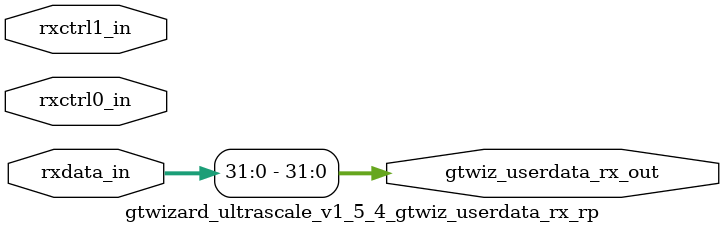
<source format=v>


`timescale 1ns / 1ps

`define rp_gt_MAX_NUM_CHANNELS 192
`define rp_gt_MAX_NUM_COMMONS 48
`define rp_gt_N_CM C_TOTAL_NUM_COMMONS
`define rp_gt_N_CH C_TOTAL_NUM_CHANNELS
`define rp_gt_SF_CM C_COMMON_SCALING_FACTOR
`define rp_gt_FORCE_COMMONS__DO_NOT_FORCE 0
`define rp_gt_FORCE_COMMONS__FORCE 1
`define rp_gt_GT_TYPE__GTHE3 0
`define rp_gt_GT_TYPE__GTYE3 1
`define rp_gt_GT_TYPE__GTHE4 2
`define rp_gt_GT_TYPE__GTYE4 3
`define rp_gt_INCLUDE_CPLL_CAL__EXCLUDE 0
`define rp_gt_INCLUDE_CPLL_CAL__INCLUDE 1
`define rp_gt_INCLUDE_CPLL_CAL__DEPENDENT 2
`define rp_gt_LOCATE_COMMON__CORE 0
`define rp_gt_LOCATE_COMMON__EXAMPLE_DESIGN 1
`define rp_gt_LOCATE_RESET_CONTROLLER__CORE 0
`define rp_gt_LOCATE_RESET_CONTROLLER__EXAMPLE_DESIGN 1
`define rp_gt_LOCATE_USER_DATA_WIDTH_SIZING__CORE 0
`define rp_gt_LOCATE_USER_DATA_WIDTH_SIZING__EXAMPLE_DESIGN 1
`define rp_gt_LOCATE_RX_BUFFER_BYPASS_CONTROLLER__CORE 0
`define rp_gt_LOCATE_RX_BUFFER_BYPASS_CONTROLLER__EXAMPLE_DESIGN 1
`define rp_gt_LOCATE_IN_SYSTEM_IBERT_CORE__EXAMPLE_DESIGN 1
`define rp_gt_LOCATE_IN_SYSTEM_IBERT_CORE__NONE 2
`define rp_gt_LOCATE_RX_USER_CLOCKING__CORE 0
`define rp_gt_LOCATE_RX_USER_CLOCKING__EXAMPLE_DESIGN 1
`define rp_gt_LOCATE_TX_BUFFER_BYPASS_CONTROLLER__CORE 0
`define rp_gt_LOCATE_TX_BUFFER_BYPASS_CONTROLLER__EXAMPLE_DESIGN 1
`define rp_gt_LOCATE_TX_USER_CLOCKING__CORE 0
`define rp_gt_LOCATE_TX_USER_CLOCKING__EXAMPLE_DESIGN 1
`define rp_gt_RESET_CONTROLLER_INSTANCE_CTRL__SINGLE_INSTANCE 0
`define rp_gt_RESET_CONTROLLER_INSTANCE_CTRL__PER_CHANNEL 0
`define rp_gt_RX_BUFFBYPASS_MODE__AUTO 0
`define rp_gt_RX_BUFFBYPASS_MODE__MANUAL 1
`define rp_gt_RX_BUFFER_BYPASS_INSTANCE_CTRL__SINGLE_INSTANCE 0
`define rp_gt_RX_BUFFER_BYPASS_INSTANCE_CTRL__PER_CHANNEL 1
`define rp_gt_RX_BUFFER_MODE__BYPASS 0
`define rp_gt_RX_BUFFER_MODE__USE 1
`define rp_gt_RX_CC_ENABLE__DISABLED 0
`define rp_gt_RX_CC_ENABLE__ENABLED 1
`define rp_gt_RX_COMMA_M_ENABLE__DISABLED 0
`define rp_gt_RX_COMMA_M_ENABLE__ENABLED 1
`define rp_gt_RX_COMMA_P_ENABLE__DISABLED 0
`define rp_gt_RX_COMMA_P_ENABLE__ENABLED 1
`define rp_gt_RX_DATA_DECODING__RAW 0
`define rp_gt_RX_DATA_DECODING__8B10B 1
`define rp_gt_RX_DATA_DECODING__64B66B 2
`define rp_gt_RX_DATA_DECODING__64B66B_CAUI 3
`define rp_gt_RX_DATA_DECODING__64B66B_ASYNC 4
`define rp_gt_RX_DATA_DECODING__64B66B_ASYNC_CAUI 5
`define rp_gt_RX_DATA_DECODING__64B67B 6
`define rp_gt_RX_DATA_DECODING__64B67B_CAUI 7
`define rp_gt_RX_DATA_DECODING__128B130B 10
`define rp_gt_RX_ENABLE__DISABLED 0
`define rp_gt_RX_ENABLE__ENABLED 1
`define rp_gt_RX_OUTCLK_SOURCE__RXOUTCLKPCS 0
`define rp_gt_RX_OUTCLK_SOURCE__RXOUTCLKPMA 1
`define rp_gt_RX_OUTCLK_SOURCE__RXPLLREFCLK_DIV1 2
`define rp_gt_RX_OUTCLK_SOURCE__RXPLLREFCLK_DIV2 3
`define rp_gt_RX_OUTCLK_SOURCE__RXPROGDIVCLK 4
`define rp_gt_RX_PLL_TYPE__QPLL0 0
`define rp_gt_RX_PLL_TYPE__QPLL1 1
`define rp_gt_RX_PLL_TYPE__CPLL 2
`define rp_gt_RX_SLIDE_MODE__OFF 0
`define rp_gt_RX_SLIDE_MODE__PCS 1
`define rp_gt_RX_SLIDE_MODE__PMA 2
`define rp_gt_RX_SLIDE_MODE__AUTO 3
`define rp_gt_RX_USER_CLOCKING_CONTENTS__BUFG_GT 0
`define rp_gt_RX_USER_CLOCKING_CONTENTS__BUFG 1
`define rp_gt_RX_USER_CLOCKING_CONTENTS__MMCM 2
`define rp_gt_RX_USER_CLOCKING_INSTANCE_CTRL__SINGLE_INSTANCE 0
`define rp_gt_RX_USER_CLOCKING_INSTANCE_CTRL__PER_CHANNEL 1
`define rp_gt_RX_USER_CLOCKING_SOURCE__RXOUTCLK 0
`define rp_gt_RX_USER_CLOCKING_SOURCE__IBUFDS 1
`define rp_gt_RX_USER_CLOCKING_SOURCE__TXOUTCLK 2
`define rp_gt_SECONDARY_QPLL_ENABLE__DISABLED 0
`define rp_gt_SECONDARY_QPLL_ENABLE__ENABLED 1
`define rp_gt_TXPROGDIV_FREQ_ENABLE__DISABLED 0
`define rp_gt_TXPROGDIV_FREQ_ENABLE__ENABLED 1
`define rp_gt_TXPROGDIV_FREQ_SOURCE__QPLL0 0
`define rp_gt_TXPROGDIV_FREQ_SOURCE__QPLL1 1
`define rp_gt_TXPROGDIV_FREQ_SOURCE__CPLL 2
`define rp_gt_TX_BUFFBYPASS_MODE__AUTO 0
`define rp_gt_TX_BUFFBYPASS_MODE__MANUAL 1
`define rp_gt_TX_BUFFER_BYPASS_INSTANCE_CTRL__SINGLE_INSTANCE 0
`define rp_gt_TX_BUFFER_BYPASS_INSTANCE_CTRL__PER_CHANNEL 1
`define rp_gt_TX_BUFFER_MODE__BYPASS 0
`define rp_gt_TX_BUFFER_MODE__USE 1
`define rp_gt_TX_DATA_ENCODING__RAW 0
`define rp_gt_TX_DATA_ENCODING__8B10B 1
`define rp_gt_TX_DATA_ENCODING__64B66B 2
`define rp_gt_TX_DATA_ENCODING__64B66B_CAUI 3
`define rp_gt_TX_DATA_ENCODING__64B66B_ASYNC 4
`define rp_gt_TX_DATA_ENCODING__64B66B_ASYNC_CAUI 5
`define rp_gt_TX_DATA_ENCODING__64B67B 6
`define rp_gt_TX_DATA_ENCODING__64B67B_CAUI 7
`define rp_gt_TX_DATA_ENCODING__128B130B 10
`define rp_gt_TX_ENABLE__DISABLED 0
`define rp_gt_TX_ENABLE__ENABLED 1
`define rp_gt_TX_OUTCLK_SOURCE__TXOUTCLKPCS 0
`define rp_gt_TX_OUTCLK_SOURCE__TXOUTCLKPMA 1
`define rp_gt_TX_OUTCLK_SOURCE__TXPLLREFCLK_DIV1 2
`define rp_gt_TX_OUTCLK_SOURCE__TXPLLREFCLK_DIV2 3
`define rp_gt_TX_OUTCLK_SOURCE__TXPROGDIVCLK 4
`define rp_gt_TX_PLL_TYPE__QPLL0 0
`define rp_gt_TX_PLL_TYPE__QPLL1 1
`define rp_gt_TX_PLL_TYPE__CPLL 2
`define rp_gt_TX_USER_CLOCKING_CONTENTS__BUFG_GT 0
`define rp_gt_TX_USER_CLOCKING_CONTENTS__BUFG 1
`define rp_gt_TX_USER_CLOCKING_CONTENTS__MMCM 2
`define rp_gt_TX_USER_CLOCKING_INSTANCE_CTRL__SINGLE_INSTANCE 0
`define rp_gt_TX_USER_CLOCKING_INSTANCE_CTRL__PER_CHANNEL 1
`define rp_gt_TX_USER_CLOCKING_SOURCE__TXOUTCLK 0
`define rp_gt_TX_USER_CLOCKING_SOURCE__IBUFDS 1

`define rp_gt_gtwizard_gthe3_MAX_NUM_CHANNELS 192
`define rp_gt_gtwizard_gthe3_MAX_NUM_COMMONS 48
`define rp_gt_gtwizard_gthe3_N_CM C_TOTAL_NUM_COMMONS
`define rp_gt_gtwizard_gthe3_N_CH C_TOTAL_NUM_CHANNELS
`define rp_gt_gtwizard_gthe3_SF_CM C_COMMON_SCALING_FACTOR
`define rp_gt_gtwizard_gthe3_INCLUDE_CPLL_CAL__EXCLUDE 0
`define rp_gt_gtwizard_gthe3_INCLUDE_CPLL_CAL__INCLUDE 1
`define rp_gt_gtwizard_gthe3_INCLUDE_CPLL_CAL__DEPENDENT 2
`define rp_gt_gtwizard_gthe3_LOCATE_RESET_CONTROLLER__CORE 0
`define rp_gt_gtwizard_gthe3_LOCATE_RESET_CONTROLLER__EXAMPLE_DESIGN 1
`define rp_gt_gtwizard_gthe3_LOCATE_USER_DATA_WIDTH_SIZING__CORE 0
`define rp_gt_gtwizard_gthe3_LOCATE_USER_DATA_WIDTH_SIZING__EXAMPLE_DESIGN 1
`define rp_gt_gtwizard_gthe3_LOCATE_RX_BUFFER_BYPASS_CONTROLLER__CORE 0
`define rp_gt_gtwizard_gthe3_LOCATE_RX_BUFFER_BYPASS_CONTROLLER__EXAMPLE_DESIGN 1
`define rp_gt_gtwizard_gthe3_LOCATE_RX_USER_CLOCKING__CORE 0
`define rp_gt_gtwizard_gthe3_LOCATE_RX_USER_CLOCKING__EXAMPLE_DESIGN 1
`define rp_gt_gtwizard_gthe3_LOCATE_TX_BUFFER_BYPASS_CONTROLLER__CORE 0
`define rp_gt_gtwizard_gthe3_LOCATE_TX_BUFFER_BYPASS_CONTROLLER__EXAMPLE_DESIGN 1
`define rp_gt_gtwizard_gthe3_LOCATE_TX_USER_CLOCKING__CORE 0
`define rp_gt_gtwizard_gthe3_LOCATE_TX_USER_CLOCKING__EXAMPLE_DESIGN 1
`define rp_gt_gtwizard_gthe3_RESET_CONTROLLER_INSTANCE_CTRL__SINGLE_INSTANCE 0
`define rp_gt_gtwizard_gthe3_RESET_CONTROLLER_INSTANCE_CTRL__PER_CHANNEL 0
`define rp_gt_gtwizard_gthe3_RX_BUFFBYPASS_MODE__AUTO 0
`define rp_gt_gtwizard_gthe3_RX_BUFFBYPASS_MODE__MANUAL 1
`define rp_gt_gtwizard_gthe3_RX_BUFFER_BYPASS_INSTANCE_CTRL__SINGLE_INSTANCE 0
`define rp_gt_gtwizard_gthe3_RX_BUFFER_BYPASS_INSTANCE_CTRL__PER_CHANNEL 1
`define rp_gt_gtwizard_gthe3_RX_BUFFER_MODE__BYPASS 0
`define rp_gt_gtwizard_gthe3_RX_BUFFER_MODE__USE 1
`define rp_gt_gtwizard_gthe3_RX_DATA_DECODING__RAW 0
`define rp_gt_gtwizard_gthe3_RX_DATA_DECODING__8B10B 1
`define rp_gt_gtwizard_gthe3_RX_DATA_DECODING__64B66B 2
`define rp_gt_gtwizard_gthe3_RX_DATA_DECODING__64B66B_CAUI 3
`define rp_gt_gtwizard_gthe3_RX_DATA_DECODING__64B66B_ASYNC 4
`define rp_gt_gtwizard_gthe3_RX_DATA_DECODING__64B66B_ASYNC_CAUI 5
`define rp_gt_gtwizard_gthe3_RX_DATA_DECODING__64B67B 6
`define rp_gt_gtwizard_gthe3_RX_DATA_DECODING__64B67B_CAUI 7
`define rp_gt_gtwizard_gthe3_RX_DATA_DECODING__128B130B 10
`define rp_gt_gtwizard_gthe3_RX_ENABLE__DISABLED 0
`define rp_gt_gtwizard_gthe3_RX_ENABLE__ENABLED 1
`define rp_gt_gtwizard_gthe3_RX_PLL_TYPE__QPLL0 0
`define rp_gt_gtwizard_gthe3_RX_PLL_TYPE__QPLL1 1
`define rp_gt_gtwizard_gthe3_RX_PLL_TYPE__CPLL 2
`define rp_gt_gtwizard_gthe3_RX_USER_CLOCKING_CONTENTS__BUFG_GT 0
`define rp_gt_gtwizard_gthe3_RX_USER_CLOCKING_CONTENTS__BUFG 1
`define rp_gt_gtwizard_gthe3_RX_USER_CLOCKING_CONTENTS__MMCM 2
`define rp_gt_gtwizard_gthe3_RX_USER_CLOCKING_INSTANCE_CTRL__SINGLE_INSTANCE 0
`define rp_gt_gtwizard_gthe3_RX_USER_CLOCKING_INSTANCE_CTRL__PER_CHANNEL 1
`define rp_gt_gtwizard_gthe3_RX_USER_CLOCKING_SOURCE__RXOUTCLK 0
`define rp_gt_gtwizard_gthe3_RX_USER_CLOCKING_SOURCE__IBUFDS 1
`define rp_gt_gtwizard_gthe3_RX_USER_CLOCKING_SOURCE__TXOUTCLK 2
`define rp_gt_gtwizard_gthe3_TXPROGDIV_FREQ_ENABLE__DISABLED 0
`define rp_gt_gtwizard_gthe3_TXPROGDIV_FREQ_ENABLE__ENABLED 1
`define rp_gt_gtwizard_gthe3_TXPROGDIV_FREQ_SOURCE__QPLL0 0
`define rp_gt_gtwizard_gthe3_TXPROGDIV_FREQ_SOURCE__QPLL1 1
`define rp_gt_gtwizard_gthe3_TXPROGDIV_FREQ_SOURCE__CPLL 2
`define rp_gt_gtwizard_gthe3_TX_BUFFBYPASS_MODE__AUTO 0
`define rp_gt_gtwizard_gthe3_TX_BUFFBYPASS_MODE__MANUAL 1
`define rp_gt_gtwizard_gthe3_TX_BUFFER_BYPASS_INSTANCE_CTRL__SINGLE_INSTANCE 0
`define rp_gt_gtwizard_gthe3_TX_BUFFER_BYPASS_INSTANCE_CTRL__PER_CHANNEL 1
`define rp_gt_gtwizard_gthe3_TX_BUFFER_MODE__BYPASS 0
`define rp_gt_gtwizard_gthe3_TX_BUFFER_MODE__USE 1
`define rp_gt_gtwizard_gthe3_TX_DATA_ENCODING__RAW 0
`define rp_gt_gtwizard_gthe3_TX_DATA_ENCODING__8B10B 1
`define rp_gt_gtwizard_gthe3_TX_DATA_ENCODING__64B66B 2
`define rp_gt_gtwizard_gthe3_TX_DATA_ENCODING__64B66B_CAUI 3
`define rp_gt_gtwizard_gthe3_TX_DATA_ENCODING__64B66B_ASYNC 4
`define rp_gt_gtwizard_gthe3_TX_DATA_ENCODING__64B66B_ASYNC_CAUI 5
`define rp_gt_gtwizard_gthe3_TX_DATA_ENCODING__64B67B 6
`define rp_gt_gtwizard_gthe3_TX_DATA_ENCODING__64B67B_CAUI 7
`define rp_gt_gtwizard_gthe3_TX_DATA_ENCODING__128B130B 10
`define rp_gt_gtwizard_gthe3_TX_ENABLE__DISABLED 0
`define rp_gt_gtwizard_gthe3_TX_ENABLE__ENABLED 1
`define rp_gt_gtwizard_gthe3_TX_PLL_TYPE__QPLL0 0
`define rp_gt_gtwizard_gthe3_TX_PLL_TYPE__QPLL1 1
`define rp_gt_gtwizard_gthe3_TX_PLL_TYPE__CPLL 2
`define rp_gt_gtwizard_gthe3_TX_USER_CLOCKING_CONTENTS__BUFG_GT 0
`define rp_gt_gtwizard_gthe3_TX_USER_CLOCKING_CONTENTS__BUFG 1
`define rp_gt_gtwizard_gthe3_TX_USER_CLOCKING_CONTENTS__MMCM 2
`define rp_gt_gtwizard_gthe3_TX_USER_CLOCKING_INSTANCE_CTRL__SINGLE_INSTANCE 0
`define rp_gt_gtwizard_gthe3_TX_USER_CLOCKING_INSTANCE_CTRL__PER_CHANNEL 1
`define rp_gt_gtwizard_gthe3_TX_USER_CLOCKING_SOURCE__TXOUTCLK 0
`define rp_gt_gtwizard_gthe3_TX_USER_CLOCKING_SOURCE__IBUFDS 1


(* DowngradeIPIdentifiedWarnings = "yes" *)

module rp_pcie3_uscale_core_top 
#(
  parameter  PL_LINK_CAP_MAX_LINK_SPEED = 3'h4,
  parameter  PL_LINK_CAP_MAX_LINK_WIDTH = 4'h8,
  parameter  USER_CLK_FREQ = 3,
  parameter  CORE_CLK_FREQ = 2,
  parameter  integer PF0_LINK_CAP_ASPM_SUPPORT = 0,
  parameter  C_DATA_WIDTH = 256,
  parameter  REF_CLK_FREQ = 0,
  parameter  PCIE_LINK_SPEED = 3,
  parameter  KEEP_WIDTH = 8,
  parameter  ARI_CAP_ENABLE = "FALSE",
  parameter  PF0_ARI_CAP_NEXT_FUNC = 8'h00,
  parameter  AXISTEN_IF_CC_ALIGNMENT_MODE = "FALSE",
  parameter  AXISTEN_IF_CQ_ALIGNMENT_MODE = "FALSE",
  parameter  AXISTEN_IF_RC_ALIGNMENT_MODE = "FALSE",
  parameter  AXISTEN_IF_RC_STRADDLE = "FALSE",
  parameter  AXISTEN_IF_RQ_ALIGNMENT_MODE = "FALSE",
  parameter  PF0_AER_CAP_ECRC_CHECK_CAPABLE = "FALSE",
  parameter  PF0_AER_CAP_ECRC_GEN_CAPABLE = "FALSE",
  parameter  PF0_AER_CAP_NEXTPTR = 12'h000,
  parameter  PF0_ARI_CAP_NEXTPTR = 12'h000,
  parameter  VF0_ARI_CAP_NEXTPTR = 12'h000,
  parameter  VF1_ARI_CAP_NEXTPTR = 12'h000,
  parameter  VF2_ARI_CAP_NEXTPTR = 12'h000,
  parameter  VF3_ARI_CAP_NEXTPTR = 12'h000,
  parameter  VF4_ARI_CAP_NEXTPTR = 12'h000,
  parameter  VF5_ARI_CAP_NEXTPTR = 12'h000,
  parameter  PF0_BAR0_APERTURE_SIZE = 5'h03,
  parameter  PF0_BAR0_CONTROL = 3'h4,
  parameter  PF0_BAR1_APERTURE_SIZE = 5'h00,
  parameter  PF0_BAR1_CONTROL = 3'h0,
  parameter  PF0_BAR2_APERTURE_SIZE = 5'h03,
  parameter  PF0_BAR2_CONTROL = 3'h4,
  parameter  PF0_BAR3_APERTURE_SIZE = 5'h03,
  parameter  PF0_BAR3_CONTROL = 3'h0,
  parameter  PF0_BAR4_APERTURE_SIZE = 5'h03,
  parameter  PF0_BAR4_CONTROL = 3'h4,
  parameter  PF0_BAR5_APERTURE_SIZE = 5'h03,
  parameter  PF0_BAR5_CONTROL = 3'h0,
  parameter  PF0_CAPABILITY_POINTER = 8'h50,
  parameter  PF0_CLASS_CODE = 24'h000000,
  parameter  PF0_VENDOR_ID = 16'h0000,
  parameter  PF0_DEVICE_ID = 16'h0000,
  parameter  PF0_DEV_CAP2_128B_CAS_ATOMIC_COMPLETER_SUPPORT = "TRUE",
  parameter  PF0_DEV_CAP2_32B_ATOMIC_COMPLETER_SUPPORT = "TRUE",
  parameter  PF0_DEV_CAP2_64B_ATOMIC_COMPLETER_SUPPORT = "TRUE",
  parameter  PF0_DEV_CAP2_LTR_SUPPORT = "TRUE",
  parameter  PF0_DEV_CAP2_OBFF_SUPPORT = 2'h0,
  parameter  PF0_DEV_CAP2_TPH_COMPLETER_SUPPORT = "FALSE",
  parameter  PF0_DEV_CAP_EXT_TAG_SUPPORTED = "TRUE",
  parameter  PF0_DEV_CAP_FUNCTION_LEVEL_RESET_CAPABLE = "TRUE",
  parameter  PF0_DEV_CAP_MAX_PAYLOAD_SIZE = 3'h3,
  parameter  PF0_DPA_CAP_NEXTPTR = 12'h000,
  parameter  PF0_DPA_CAP_SUB_STATE_POWER_ALLOCATION0 = 8'h00,
  parameter  PF0_DPA_CAP_SUB_STATE_POWER_ALLOCATION1 = 8'h00,
  parameter  PF0_DPA_CAP_SUB_STATE_POWER_ALLOCATION2 = 8'h00,
  parameter  PF0_DPA_CAP_SUB_STATE_POWER_ALLOCATION3 = 8'h00,
  parameter  PF0_DPA_CAP_SUB_STATE_POWER_ALLOCATION4 = 8'h00,
  parameter  PF0_DPA_CAP_SUB_STATE_POWER_ALLOCATION5 = 8'h00,
  parameter  PF0_DPA_CAP_SUB_STATE_POWER_ALLOCATION6 = 8'h00,
  parameter  PF0_DPA_CAP_SUB_STATE_POWER_ALLOCATION7 = 8'h00,
  parameter  PF1_DPA_CAP_SUB_STATE_POWER_ALLOCATION0 = 8'h00,
  parameter  PF1_DPA_CAP_SUB_STATE_POWER_ALLOCATION1 = 8'h00,
  parameter  PF1_DPA_CAP_SUB_STATE_POWER_ALLOCATION2 = 8'h00,
  parameter  PF1_DPA_CAP_SUB_STATE_POWER_ALLOCATION3 = 8'h00,
  parameter  PF1_DPA_CAP_SUB_STATE_POWER_ALLOCATION4 = 8'h00,
  parameter  PF1_DPA_CAP_SUB_STATE_POWER_ALLOCATION5 = 8'h00,
  parameter  PF1_DPA_CAP_SUB_STATE_POWER_ALLOCATION6 = 8'h00,
  parameter  PF1_DPA_CAP_SUB_STATE_POWER_ALLOCATION7 = 8'h00,
  parameter  PF0_DSN_CAP_NEXTPTR = 12'h10c,
  parameter  PF0_EXPANSION_ROM_APERTURE_SIZE = 5'h03,
  parameter  PF0_EXPANSION_ROM_ENABLE = "FALSE",
  parameter  PF0_INTERRUPT_PIN = 3'h1,
  parameter  PF0_LINK_STATUS_SLOT_CLOCK_CONFIG = "TRUE",
  parameter  PF0_LTR_CAP_NEXTPTR = 12'h000,
  parameter  PF0_MSIX_CAP_NEXTPTR = 8'h00,
  parameter  integer PF0_MSIX_CAP_PBA_BIR = 0,
  parameter  PF0_MSIX_CAP_PBA_OFFSET = 29'h00000050,
  parameter  integer PF0_MSIX_CAP_TABLE_BIR = 0,
  parameter  PF0_MSIX_CAP_TABLE_OFFSET = 29'h00000040,
  parameter  PF0_MSIX_CAP_TABLE_SIZE = 11'h000,
  parameter  integer PF0_MSI_CAP_MULTIMSGCAP = 0,
  parameter  PF0_MSI_CAP_NEXTPTR = 8'h00,
  parameter  PF0_PB_CAP_NEXTPTR = 12'h000,
  parameter  PF0_PM_CAP_NEXTPTR = 8'h00,
  parameter  PF0_PM_CAP_PMESUPPORT_D0 = "TRUE",
  parameter  PF0_PM_CAP_PMESUPPORT_D1 = "TRUE",
  parameter  PF0_PM_CAP_PMESUPPORT_D3HOT = "TRUE",
  parameter  PF0_PM_CAP_SUPP_D1_STATE = "TRUE",
  parameter  PF0_RBAR_CAP_ENABLE = "FALSE",
  parameter  PF0_RBAR_CAP_NEXTPTR = 12'h000,
  parameter  PF0_RBAR_CAP_SIZE0 = 20'h00000,
  parameter  PF0_RBAR_CAP_SIZE1 = 20'h00000,
  parameter  PF0_RBAR_CAP_SIZE2 = 20'h00000,
  parameter  PF1_RBAR_CAP_SIZE0 = 20'h00000,
  parameter  PF1_RBAR_CAP_SIZE1 = 20'h00000,
  parameter  PF1_RBAR_CAP_SIZE2 = 20'h00000,
  parameter  PF0_REVISION_ID = 8'h00,
  parameter  PF0_SRIOV_BAR0_APERTURE_SIZE = 5'h03,
  parameter  PF0_SRIOV_BAR0_CONTROL = 3'h4,
  parameter  PF0_SRIOV_BAR1_APERTURE_SIZE = 5'h00,
  parameter  PF0_SRIOV_BAR1_CONTROL = 3'h0,
  parameter  PF0_SRIOV_BAR2_APERTURE_SIZE = 5'h03,
  parameter  PF0_SRIOV_BAR2_CONTROL = 3'h4,
  parameter  PF0_SRIOV_BAR3_APERTURE_SIZE = 5'h03,
  parameter  PF0_SRIOV_BAR3_CONTROL = 3'h0,
  parameter  PF0_SRIOV_BAR4_APERTURE_SIZE = 5'h03,
  parameter  PF0_SRIOV_BAR4_CONTROL = 3'h4,
  parameter  PF0_SRIOV_BAR5_APERTURE_SIZE = 5'h03,
  parameter  PF0_SRIOV_BAR5_CONTROL = 3'h0,
  parameter  PF0_SRIOV_CAP_INITIAL_VF = 16'h0000,
  parameter  PF0_SRIOV_CAP_NEXTPTR = 12'h000,
  parameter  PF0_SRIOV_CAP_TOTAL_VF = 16'h0000,
  parameter  PF0_SRIOV_CAP_VER = 4'h1,
  parameter  PF0_SRIOV_FIRST_VF_OFFSET = 16'h0000,
  parameter  PF0_SRIOV_FUNC_DEP_LINK = 16'h0000,
  parameter  PF0_SRIOV_SUPPORTED_PAGE_SIZE = 32'h00000000,
  parameter  PF0_SRIOV_VF_DEVICE_ID = 16'h0000,
  parameter  PF0_SUBSYSTEM_VENDOR_ID = 16'h0000,
  parameter  PF0_SUBSYSTEM_ID = 16'h0000,
  parameter  PF0_TPHR_CAP_ENABLE = "FALSE",
  parameter  PF0_TPHR_CAP_NEXTPTR = 12'h000,
  parameter  VF0_TPHR_CAP_NEXTPTR = 12'h000,
  parameter  VF1_TPHR_CAP_NEXTPTR = 12'h000,
  parameter  VF2_TPHR_CAP_NEXTPTR = 12'h000,
  parameter  VF3_TPHR_CAP_NEXTPTR = 12'h000,
  parameter  VF4_TPHR_CAP_NEXTPTR = 12'h000,
  parameter  VF5_TPHR_CAP_NEXTPTR = 12'h000,
  parameter  PF0_TPHR_CAP_ST_MODE_SEL = 3'h0,
  parameter  PF0_TPHR_CAP_ST_TABLE_LOC = 2'h0,
  parameter  PF0_TPHR_CAP_ST_TABLE_SIZE = 11'h000,
  parameter  PF0_TPHR_CAP_VER = 4'h1,
  parameter  PF1_TPHR_CAP_ST_MODE_SEL = 3'h0,
  parameter  PF1_TPHR_CAP_ST_TABLE_LOC = 2'h0,
  parameter  PF1_TPHR_CAP_ST_TABLE_SIZE = 11'h000,
  parameter  PF1_TPHR_CAP_VER = 4'h1,
  parameter  VF0_TPHR_CAP_ST_MODE_SEL = 3'h0,
  parameter  VF0_TPHR_CAP_ST_TABLE_LOC = 2'h0,
  parameter  VF0_TPHR_CAP_ST_TABLE_SIZE = 11'h000,
  parameter  VF0_TPHR_CAP_VER = 4'h1,
  parameter  VF1_TPHR_CAP_ST_MODE_SEL = 3'h0,
  parameter  VF1_TPHR_CAP_ST_TABLE_LOC = 2'h0,
  parameter  VF1_TPHR_CAP_ST_TABLE_SIZE = 11'h000,
  parameter  VF1_TPHR_CAP_VER = 4'h1,
  parameter  VF2_TPHR_CAP_ST_MODE_SEL = 3'h0,
  parameter  VF2_TPHR_CAP_ST_TABLE_LOC = 2'h0,
  parameter  VF2_TPHR_CAP_ST_TABLE_SIZE = 11'h000,
  parameter  VF2_TPHR_CAP_VER = 4'h1,
  parameter  VF3_TPHR_CAP_ST_MODE_SEL = 3'h0,
  parameter  VF3_TPHR_CAP_ST_TABLE_LOC = 2'h0,
  parameter  VF3_TPHR_CAP_ST_TABLE_SIZE = 11'h000,
  parameter  VF3_TPHR_CAP_VER = 4'h1,
  parameter  VF4_TPHR_CAP_ST_MODE_SEL = 3'h0,
  parameter  VF4_TPHR_CAP_ST_TABLE_LOC = 2'h0,
  parameter  VF4_TPHR_CAP_ST_TABLE_SIZE = 11'h000,
  parameter  VF4_TPHR_CAP_VER = 4'h1,
  parameter  VF5_TPHR_CAP_ST_MODE_SEL = 3'h0,
  parameter  VF5_TPHR_CAP_ST_TABLE_LOC = 2'h0,
  parameter  VF5_TPHR_CAP_ST_TABLE_SIZE = 11'h000,
  parameter  VF5_TPHR_CAP_VER = 4'h1,
  parameter  PF0_TPHR_CAP_DEV_SPECIFIC_MODE = "TRUE",
  parameter  PF0_TPHR_CAP_INT_VEC_MODE = "TRUE",
  parameter  PF1_TPHR_CAP_DEV_SPECIFIC_MODE = "TRUE",
  parameter  PF1_TPHR_CAP_INT_VEC_MODE = "TRUE",
  parameter  VF0_TPHR_CAP_DEV_SPECIFIC_MODE = "TRUE",
  parameter  VF0_TPHR_CAP_INT_VEC_MODE = "TRUE",
  parameter  VF1_TPHR_CAP_DEV_SPECIFIC_MODE = "TRUE",
  parameter  VF1_TPHR_CAP_INT_VEC_MODE = "TRUE",
  parameter  VF2_TPHR_CAP_DEV_SPECIFIC_MODE = "TRUE",
  parameter  VF2_TPHR_CAP_INT_VEC_MODE = "TRUE",
  parameter  VF3_TPHR_CAP_DEV_SPECIFIC_MODE = "TRUE",
  parameter  VF3_TPHR_CAP_INT_VEC_MODE = "TRUE",
  parameter  VF4_TPHR_CAP_DEV_SPECIFIC_MODE = "TRUE",
  parameter  VF4_TPHR_CAP_INT_VEC_MODE = "TRUE",
  parameter  VF5_TPHR_CAP_DEV_SPECIFIC_MODE = "TRUE",
  parameter  VF5_TPHR_CAP_INT_VEC_MODE = "TRUE",
  parameter  PF0_SECONDARY_PCIE_CAP_NEXTPTR = 12'h000,
  parameter  MCAP_CAP_NEXTPTR = 12'h000,
  parameter  PF0_VC_CAP_NEXTPTR = 12'h000,
  parameter  SPARE_WORD1 = 32'h00000000,
  parameter  PF1_AER_CAP_ECRC_CHECK_CAPABLE = "FALSE",
  parameter  PF1_AER_CAP_ECRC_GEN_CAPABLE = "FALSE",
  parameter  PF1_AER_CAP_NEXTPTR = 12'h000,
  parameter  PF1_ARI_CAP_NEXTPTR = 12'h000,
  parameter  PF1_BAR0_APERTURE_SIZE = 6'h03,
  parameter  PF1_BAR0_CONTROL = 3'h4,
  parameter  PF1_BAR1_APERTURE_SIZE = 6'h00,
  parameter  PF1_BAR1_CONTROL = 3'h0,
  parameter  PF1_BAR2_APERTURE_SIZE = 5'h03,
  parameter  PF1_BAR2_CONTROL = 3'h4,
  parameter  PF1_BAR3_APERTURE_SIZE = 5'h03,
  parameter  PF1_BAR3_CONTROL = 3'h0,
  parameter  PF1_BAR4_APERTURE_SIZE = 5'h03,
  parameter  PF1_BAR4_CONTROL = 3'h4,
  parameter  PF1_BAR5_APERTURE_SIZE = 5'h03,
  parameter  PF1_BAR5_CONTROL = 3'h0,
  parameter  PF1_CAPABILITY_POINTER = 8'h50,
  parameter  PF1_CLASS_CODE = 24'h000000,
  parameter  PF1_DEVICE_ID = 16'h0000,
  parameter  PF1_DEV_CAP_MAX_PAYLOAD_SIZE = 3'h3,
  parameter  PF1_DPA_CAP_NEXTPTR = 12'h000,
  parameter  PF1_DSN_CAP_NEXTPTR = 12'h10c,
  parameter  PF1_EXPANSION_ROM_APERTURE_SIZE = 5'h03,
  parameter  PF1_EXPANSION_ROM_ENABLE = "FALSE",
  parameter  PF1_INTERRUPT_PIN = 3'h1,
  parameter  PF1_MSIX_CAP_NEXTPTR = 8'h00,
  parameter  integer PF1_MSIX_CAP_PBA_BIR = 0,
  parameter  PF1_MSIX_CAP_PBA_OFFSET = 29'h00000050,
  parameter  integer PF1_MSIX_CAP_TABLE_BIR = 0,
  parameter  PF1_MSIX_CAP_TABLE_OFFSET = 29'h00000040,
  parameter  PF1_MSIX_CAP_TABLE_SIZE = 11'h000,
  parameter  integer PF1_MSI_CAP_MULTIMSGCAP = 0,
  parameter  PF1_MSI_CAP_NEXTPTR = 8'h00,
  parameter  PF1_PB_CAP_NEXTPTR = 12'h000,
  parameter  PF1_PM_CAP_NEXTPTR = 8'h00,
  parameter  PF1_RBAR_CAP_ENABLE = "FALSE",
  parameter  PF1_RBAR_CAP_NEXTPTR = 12'h000,
  parameter  PF1_REVISION_ID = 8'h00,
  parameter  PF1_SRIOV_BAR0_APERTURE_SIZE = 5'h03,
  parameter  PF1_SRIOV_BAR0_CONTROL = 3'h4,
  parameter  PF1_SRIOV_BAR1_APERTURE_SIZE = 5'h00,
  parameter  PF1_SRIOV_BAR1_CONTROL = 3'h0,
  parameter  PF1_SRIOV_BAR2_APERTURE_SIZE = 5'h03,
  parameter  PF1_SRIOV_BAR2_CONTROL = 3'h4,
  parameter  PF1_SRIOV_BAR3_APERTURE_SIZE = 5'h03,
  parameter  PF1_SRIOV_BAR3_CONTROL = 3'h0,
  parameter  PF1_SRIOV_BAR4_APERTURE_SIZE = 5'h03,
  parameter  PF1_SRIOV_BAR4_CONTROL = 3'h4,
  parameter  PF1_SRIOV_BAR5_APERTURE_SIZE = 5'h03,
  parameter  PF1_SRIOV_BAR5_CONTROL = 3'h0,
  parameter  PF1_SRIOV_CAP_INITIAL_VF = 16'h0000,
  parameter  PF1_SRIOV_CAP_NEXTPTR = 12'h000,
  parameter  PF1_SRIOV_CAP_TOTAL_VF = 16'h0000,
  parameter  PF1_SRIOV_CAP_VER = 4'h1,
  parameter  PF1_SRIOV_FIRST_VF_OFFSET = 16'h0000,
  parameter  PF1_SRIOV_FUNC_DEP_LINK = 16'h0000,
  parameter  PF1_SRIOV_SUPPORTED_PAGE_SIZE = 32'h00000000,
  parameter  PF1_SRIOV_VF_DEVICE_ID = 16'h0000,
  parameter  PF1_SUBSYSTEM_ID = 16'h0000,
  parameter  PF1_TPHR_CAP_ENABLE = "FALSE",
  parameter  PF1_TPHR_CAP_NEXTPTR = 12'h000,
  parameter  PL_UPSTREAM_FACING = "TRUE",
  parameter  en_msi_per_vec_masking = "FALSE",
  parameter  SRIOV_CAP_ENABLE = "FALSE",
  parameter  TL_CREDITS_CD = 12'h3e0,
  parameter  TL_CREDITS_CH = 8'h20,
  parameter  TL_CREDITS_NPD = 12'h028,
  parameter  TL_CREDITS_NPH = 8'h20,
  parameter  TL_CREDITS_PD = 12'h198,
  parameter  TL_CREDITS_PH = 8'h20,
  parameter  TL_EXTENDED_CFG_EXTEND_INTERFACE_ENABLE = "FALSE",
  parameter  TL_LEGACY_MODE_ENABLE = "FALSE",
  parameter  TL_PF_ENABLE_REG = 2'h0,
  parameter  VF0_CAPABILITY_POINTER = 8'h50,
  parameter  integer VF0_MSIX_CAP_PBA_BIR = 0,
  parameter  VF0_MSIX_CAP_PBA_OFFSET = 29'h00000050,
  parameter  integer VF0_MSIX_CAP_TABLE_BIR = 0,
  parameter  VF0_MSIX_CAP_TABLE_OFFSET = 29'h00000040,
  parameter  VF0_MSIX_CAP_TABLE_SIZE = 11'h000,
  parameter  integer VF0_MSI_CAP_MULTIMSGCAP = 0,
  parameter  VF0_PM_CAP_NEXTPTR = 8'h00,
  parameter  integer VF1_MSIX_CAP_PBA_BIR = 0,
  parameter  VF1_MSIX_CAP_PBA_OFFSET = 29'h00000050,
  parameter  integer VF1_MSIX_CAP_TABLE_BIR = 0,
  parameter  VF1_MSIX_CAP_TABLE_OFFSET = 29'h00000040,
  parameter  VF1_MSIX_CAP_TABLE_SIZE = 11'h000,
  parameter  integer VF1_MSI_CAP_MULTIMSGCAP = 0,
  parameter  VF1_PM_CAP_NEXTPTR = 8'h00,
  parameter  integer VF2_MSIX_CAP_PBA_BIR = 0,
  parameter  VF2_MSIX_CAP_PBA_OFFSET = 29'h00000050,
  parameter  integer VF2_MSIX_CAP_TABLE_BIR = 0,
  parameter  VF2_MSIX_CAP_TABLE_OFFSET = 29'h00000040,
  parameter  VF2_MSIX_CAP_TABLE_SIZE = 11'h000,
  parameter  integer VF2_MSI_CAP_MULTIMSGCAP = 0,
  parameter  VF2_PM_CAP_NEXTPTR = 8'h00,
  parameter  integer VF3_MSIX_CAP_PBA_BIR = 0,
  parameter  VF3_MSIX_CAP_PBA_OFFSET = 29'h00000050,
  parameter  integer VF3_MSIX_CAP_TABLE_BIR = 0,
  parameter  VF3_MSIX_CAP_TABLE_OFFSET = 29'h00000040,
  parameter  VF3_MSIX_CAP_TABLE_SIZE = 11'h000,
  parameter  integer VF3_MSI_CAP_MULTIMSGCAP = 0,
  parameter  VF3_PM_CAP_NEXTPTR = 8'h00,
  parameter  integer VF4_MSIX_CAP_PBA_BIR = 0,
  parameter  VF4_MSIX_CAP_PBA_OFFSET = 29'h00000050,
  parameter  integer VF4_MSIX_CAP_TABLE_BIR = 0,
  parameter  VF4_MSIX_CAP_TABLE_OFFSET = 29'h00000040,
  parameter  VF4_MSIX_CAP_TABLE_SIZE = 11'h000,
  parameter  integer VF4_MSI_CAP_MULTIMSGCAP = 0,
  parameter  VF4_PM_CAP_NEXTPTR = 8'h00,
  parameter  integer VF5_MSIX_CAP_PBA_BIR = 0,
  parameter  VF5_MSIX_CAP_PBA_OFFSET = 29'h00000050,
  parameter  integer VF5_MSIX_CAP_TABLE_BIR = 0,
  parameter  VF5_MSIX_CAP_TABLE_OFFSET = 29'h00000040,
  parameter  VF5_MSIX_CAP_TABLE_SIZE = 11'h000,
  parameter  integer VF5_MSI_CAP_MULTIMSGCAP = 0,
  parameter  VF5_PM_CAP_NEXTPTR = 8'h00,
  parameter  COMPLETION_SPACE = "16KB",
  parameter  gen_x0y0_xdc = 1,
  parameter  gen_x0y1_xdc = 0, 
  parameter  gen_x0y2_xdc = 0,
  parameter  gen_x0y3_xdc = 0,
  parameter  gen_x0y4_xdc = 0,
  parameter  gen_x0y5_xdc = 0,
  parameter  xlnx_ref_board = 0,
  parameter  pcie_blk_locn = 0,
  parameter  PIPE_SIM = "FALSE",      // This Parameter has no effect in RTL. Instead use the below parameter (EXT_PIPE_SIM), defined below and is controlled from board.v(simulation).
  parameter  AXISTEN_IF_ENABLE_CLIENT_TAG = "FALSE",
  parameter  PCIE_USE_MODE = "2.1" ,
  parameter  PCIE_FAST_CONFIG = "NONE", 
  parameter  EXT_STARTUP_PRIMITIVE = "FALSE",
  parameter  PL_INTERFACE = "FALSE",
  parameter  PCIE_CONFIGURATION = "FALSE",
  parameter  CFG_STATUS_IF = "FALSE",
  parameter  TX_FC_IF = "FALSE",
  parameter  CFG_EXT_IF = "FALSE",
  parameter  CFG_FC_IF = "FALSE",
  parameter  PER_FUNC_STATUS_IF = "FALSE",
  parameter  CFG_MGMT_IF = "FALSE",
  parameter  RCV_MSG_IF = "FALSE",
  parameter  CFG_TX_MSG_IF = "FALSE",
  parameter  CFG_CTL_IF = "FALSE",
  parameter  MSI_EN = "TRUE",
  parameter  MSIX_EN = "FALSE",
  parameter  PCIE3_DRP = "TRUE",
  parameter  DIS_GT_WIZARD = "TRUE",
  parameter  TRANSCEIVER_CTRL_STATUS_PORTS = "FALSE",
  parameter  integer SHARED_LOGIC = 1,
  parameter  DEDICATE_PERST = "TRUE",
  parameter  SYS_RESET_POLARITY = 1'b0, 
  parameter  MCAP_ENABLEMENT = "NONE",
  parameter  EXT_CH_GT_DRP      = "FALSE",  
  parameter  EN_GT_SELECTION = "FALSE",
  parameter  SELECT_QUAD = "Quad_1",
  parameter PIPE_PIPELINE_STAGES = 1,
  parameter MCAP_CONFIGURE_OVERRIDE = "FALSE",
  parameter MCAP_ENABLE = "FALSE",
  parameter MCAP_EOS_DESIGN_SWITCH = "FALSE",
  parameter [31:0] MCAP_FPGA_BITSTREAM_VERSION = 32'h00000000,
  parameter MCAP_GATE_IO_ENABLE_DESIGN_SWITCH = "FALSE",
  parameter MCAP_GATE_MEM_ENABLE_DESIGN_SWITCH = "FALSE",
  parameter MCAP_INPUT_GATE_DESIGN_SWITCH = "FALSE",
  parameter MCAP_INTERRUPT_ON_MCAP_ERROR = "FALSE",
  parameter MCAP_INTERRUPT_ON_MCAP_EOS = "FALSE",
  parameter AXISTEN_IF_CC_PARITY_CHK = "FALSE",
  parameter [17:0] AXISTEN_IF_ENABLE_MSG_ROUTE = 18'h00000,
  parameter AXISTEN_IF_ENABLE_RX_MSG_INTFC = "FALSE",
  parameter AXISTEN_IF_RQ_PARITY_CHK = "FALSE",
  parameter DEBUG_CFG_LOCAL_MGMT_REG_ACCESS_OVERRIDE = "FALSE",
  parameter DEBUG_PL_DISABLE_EI_INFER_IN_L0 = "FALSE",
  parameter DEBUG_TL_DISABLE_RX_TLP_ORDER_CHECKS = "FALSE",
  parameter [7:0] DNSTREAM_LINK_NUM = 8'h00,
  parameter [8:0] LL_ACK_TIMEOUT = 9'h000,
  parameter LL_ACK_TIMEOUT_EN = "FALSE",
  parameter integer LL_ACK_TIMEOUT_FUNC = 0,
  parameter [15:0] LL_CPL_FC_UPDATE_TIMER = 16'h0000,
  parameter LL_CPL_FC_UPDATE_TIMER_OVERRIDE = "FALSE",
  parameter [15:0] LL_FC_UPDATE_TIMER = 16'h0000,
  parameter LL_FC_UPDATE_TIMER_OVERRIDE = "FALSE",
  parameter [15:0] LL_NP_FC_UPDATE_TIMER = 16'h0000,
  parameter LL_NP_FC_UPDATE_TIMER_OVERRIDE = "FALSE",
  parameter [15:0] LL_P_FC_UPDATE_TIMER = 16'h0000,
  parameter LL_P_FC_UPDATE_TIMER_OVERRIDE = "FALSE",
  parameter [8:0] LL_REPLAY_TIMEOUT = 9'h000,
  parameter LL_REPLAY_TIMEOUT_EN = "FALSE",
  parameter integer LL_REPLAY_TIMEOUT_FUNC = 0,
  parameter [9:0] LTR_TX_MESSAGE_MINIMUM_INTERVAL = 10'h0fa,
  parameter LTR_TX_MESSAGE_ON_FUNC_POWER_STATE_CHANGE = "FALSE",
  parameter LTR_TX_MESSAGE_ON_LTR_ENABLE = "FALSE",
  parameter [15:0] MCAP_VSEC_ID = 16'h0000,
  parameter [11:0] MCAP_VSEC_LEN = 12'h02c,
  parameter [3:0] MCAP_VSEC_REV = 4'h0,
  parameter [3:0] PF0_ARI_CAP_VER = 4'h1,
  parameter [7:0] PF0_BIST_REGISTER = 8'h00,
  parameter integer PF0_DEV_CAP_ENDPOINT_L0S_LATENCY = 0,
  parameter integer PF0_DEV_CAP_ENDPOINT_L1_LATENCY = 0,
  parameter PF0_DEV_CAP2_ARI_FORWARD_ENABLE = "FALSE",
  parameter PF0_DEV_CAP2_CPL_TIMEOUT_DISABLE = "TRUE",
  parameter [4:0] PF0_DPA_CAP_SUB_STATE_CONTROL = 5'h00,
  parameter PF0_DPA_CAP_SUB_STATE_CONTROL_EN = "TRUE",
  parameter [3:0] PF0_DPA_CAP_VER = 4'h1,
  parameter [7:0] PF0_INTERRUPT_LINE = 8'h00,
  parameter integer PF0_LINK_CAP_L0S_EXIT_LATENCY_COMCLK_GEN1 = 7,
  parameter integer PF0_LINK_CAP_L0S_EXIT_LATENCY_COMCLK_GEN2 = 7,
  parameter integer PF0_LINK_CAP_L0S_EXIT_LATENCY_COMCLK_GEN3 = 7,
  parameter integer PF0_LINK_CAP_L0S_EXIT_LATENCY_GEN1 = 7,
  parameter integer PF0_LINK_CAP_L0S_EXIT_LATENCY_GEN2 = 7,
  parameter integer PF0_LINK_CAP_L0S_EXIT_LATENCY_GEN3 = 7,
  parameter integer PF0_LINK_CAP_L1_EXIT_LATENCY_COMCLK_GEN1 = 7,
  parameter integer PF0_LINK_CAP_L1_EXIT_LATENCY_COMCLK_GEN2 = 7,
  parameter integer PF0_LINK_CAP_L1_EXIT_LATENCY_COMCLK_GEN3 = 7,
  parameter integer PF0_LINK_CAP_L1_EXIT_LATENCY_GEN1 = 7,
  parameter integer PF0_LINK_CAP_L1_EXIT_LATENCY_GEN2 = 7,
  parameter integer PF0_LINK_CAP_L1_EXIT_LATENCY_GEN3 = 7,
  parameter [9:0] PF0_LTR_CAP_MAX_NOSNOOP_LAT = 10'h000,
  parameter [9:0] PF0_LTR_CAP_MAX_SNOOP_LAT = 10'h000,
  parameter [3:0] PF0_LTR_CAP_VER = 4'h1,
  parameter PF0_MSI_CAP_PERVECMASKCAP = "FALSE",
  parameter [31:0] PF0_PB_CAP_DATA_REG_D0 = 32'h00000000,
  parameter [31:0] PF0_PB_CAP_DATA_REG_D0_SUSTAINED = 32'h00000000,
  parameter [31:0] PF0_PB_CAP_DATA_REG_D1 = 32'h00000000,
  parameter [31:0] PF0_PB_CAP_DATA_REG_D3HOT = 32'h00000000,
  parameter PF0_PB_CAP_SYSTEM_ALLOCATED = "FALSE",
  parameter [3:0] PF0_PB_CAP_VER = 4'h1,
  parameter [7:0] PF0_PM_CAP_ID = 8'h01,
  parameter [2:0] PF0_PM_CAP_VER_ID = 3'h3,
  parameter PF0_PM_CSR_NOSOFTRESET = "TRUE",
  parameter [3:0] PF0_RBAR_CAP_VER = 4'h1,
  parameter [2:0] PF0_RBAR_CONTROL_INDEX0 = 3'h0,
  parameter [2:0] PF0_RBAR_CONTROL_INDEX1 = 3'h0,
  parameter [2:0] PF0_RBAR_CONTROL_INDEX2 = 3'h0,
  parameter [4:0] PF0_RBAR_CONTROL_SIZE0 = 5'h00,
  parameter [4:0] PF0_RBAR_CONTROL_SIZE1 = 5'h00,
  parameter [4:0] PF0_RBAR_CONTROL_SIZE2 = 5'h00,
  parameter [2:0] PF0_RBAR_NUM = 3'h1,
  parameter PF0_VC_CAP_ENABLE = "FALSE",
  parameter [3:0] PF0_VC_CAP_VER = 4'h1,
  parameter [7:0] PF1_ARI_CAP_NEXT_FUNC = 8'h00,
  parameter [7:0] PF1_BIST_REGISTER = 8'h00,
  parameter [4:0] PF1_DPA_CAP_SUB_STATE_CONTROL = 5'h00,
  parameter PF1_DPA_CAP_SUB_STATE_CONTROL_EN = "TRUE",
  parameter [3:0] PF1_DPA_CAP_VER = 4'h1,
  parameter [7:0] PF1_INTERRUPT_LINE = 8'h00,
  parameter PF1_MSI_CAP_PERVECMASKCAP = "FALSE",
  parameter [31:0] PF1_PB_CAP_DATA_REG_D0 = 32'h00000000,
  parameter [31:0] PF1_PB_CAP_DATA_REG_D0_SUSTAINED = 32'h00000000,
  parameter [31:0] PF1_PB_CAP_DATA_REG_D1 = 32'h00000000,
  parameter [31:0] PF1_PB_CAP_DATA_REG_D3HOT = 32'h00000000,
  parameter PF1_PB_CAP_SYSTEM_ALLOCATED = "FALSE",
  parameter [3:0] PF1_PB_CAP_VER = 4'h1,
  parameter [7:0] PF1_PM_CAP_ID = 8'h01,
  parameter [2:0] PF1_PM_CAP_VER_ID = 3'h3,
  parameter [3:0] PF1_RBAR_CAP_VER = 4'h1,
  parameter [2:0] PF1_RBAR_CONTROL_INDEX0 = 3'h0,
  parameter [2:0] PF1_RBAR_CONTROL_INDEX1 = 3'h0,
  parameter [2:0] PF1_RBAR_CONTROL_INDEX2 = 3'h0,
  parameter [4:0] PF1_RBAR_CONTROL_SIZE0 = 5'h00,
  parameter [4:0] PF1_RBAR_CONTROL_SIZE1 = 5'h00,
  parameter [4:0] PF1_RBAR_CONTROL_SIZE2 = 5'h00,
  parameter [2:0] PF1_RBAR_NUM = 3'h1,
  parameter PF2_AER_CAP_ECRC_CHECK_CAPABLE = "FALSE",
  parameter PF2_AER_CAP_ECRC_GEN_CAPABLE = "FALSE",
  parameter [11:0] PF2_AER_CAP_NEXTPTR = 12'h000,
  parameter [7:0] PF2_ARI_CAP_NEXT_FUNC = 8'h00,
  parameter [11:0] PF2_ARI_CAP_NEXTPTR = 12'h000,
  parameter [5:0] PF2_BAR0_APERTURE_SIZE = 6'h03,
  parameter [2:0] PF2_BAR0_CONTROL = 3'h4,
  parameter [5:0] PF2_BAR1_APERTURE_SIZE = 6'h00,
  parameter [2:0] PF2_BAR1_CONTROL = 3'h0,
  parameter [4:0] PF2_BAR2_APERTURE_SIZE = 5'h03,
  parameter [2:0] PF2_BAR2_CONTROL = 3'h4,
  parameter [4:0] PF2_BAR3_APERTURE_SIZE = 5'h03,
  parameter [2:0] PF2_BAR3_CONTROL = 3'h0,
  parameter [4:0] PF2_BAR4_APERTURE_SIZE = 5'h03,
  parameter [2:0] PF2_BAR4_CONTROL = 3'h4,
  parameter [4:0] PF2_BAR5_APERTURE_SIZE = 5'h03,
  parameter [2:0] PF2_BAR5_CONTROL = 3'h0,
  parameter [7:0] PF2_BIST_REGISTER = 8'h00,
  parameter [7:0] PF2_CAPABILITY_POINTER = 8'h50,
  parameter [23:0] PF2_CLASS_CODE = 24'h000000,
  parameter [2:0] PF2_DEV_CAP_MAX_PAYLOAD_SIZE = 3'h3,
  parameter [15:0] PF2_DEVICE_ID = 16'h0000,
  parameter [11:0] PF2_DPA_CAP_NEXTPTR = 12'h000,
  parameter [4:0] PF2_DPA_CAP_SUB_STATE_CONTROL = 5'h00,
  parameter PF2_DPA_CAP_SUB_STATE_CONTROL_EN = "TRUE",
  parameter [7:0] PF2_DPA_CAP_SUB_STATE_POWER_ALLOCATION0 = 8'h00,
  parameter [7:0] PF2_DPA_CAP_SUB_STATE_POWER_ALLOCATION1 = 8'h00,
  parameter [7:0] PF2_DPA_CAP_SUB_STATE_POWER_ALLOCATION2 = 8'h00,
  parameter [7:0] PF2_DPA_CAP_SUB_STATE_POWER_ALLOCATION3 = 8'h00,
  parameter [7:0] PF2_DPA_CAP_SUB_STATE_POWER_ALLOCATION4 = 8'h00,
  parameter [7:0] PF2_DPA_CAP_SUB_STATE_POWER_ALLOCATION5 = 8'h00,
  parameter [7:0] PF2_DPA_CAP_SUB_STATE_POWER_ALLOCATION6 = 8'h00,
  parameter [7:0] PF2_DPA_CAP_SUB_STATE_POWER_ALLOCATION7 = 8'h00,
  parameter [3:0] PF2_DPA_CAP_VER = 4'h1,
  parameter [11:0] PF2_DSN_CAP_NEXTPTR = 12'h10c,
  parameter [4:0] PF2_EXPANSION_ROM_APERTURE_SIZE = 5'h03,
  parameter PF2_EXPANSION_ROM_ENABLE = "FALSE",
  parameter [7:0] PF2_INTERRUPT_LINE = 8'h00,
  parameter [2:0] PF2_INTERRUPT_PIN = 3'h1,
  parameter integer PF2_MSI_CAP_MULTIMSGCAP = 0,
  parameter [7:0] PF2_MSI_CAP_NEXTPTR = 8'h00,
  parameter PF2_MSI_CAP_PERVECMASKCAP = "FALSE",
  parameter [7:0] PF2_MSIX_CAP_NEXTPTR = 8'h00,
  parameter integer PF2_MSIX_CAP_PBA_BIR = 0,
  parameter [28:0] PF2_MSIX_CAP_PBA_OFFSET = 29'h00000050,
  parameter integer PF2_MSIX_CAP_TABLE_BIR = 0,
  parameter [28:0] PF2_MSIX_CAP_TABLE_OFFSET = 29'h00000040,
  parameter [10:0] PF2_MSIX_CAP_TABLE_SIZE = 11'h000,
  parameter [31:0] PF2_PB_CAP_DATA_REG_D0 = 32'h00000000,
  parameter [31:0] PF2_PB_CAP_DATA_REG_D0_SUSTAINED = 32'h00000000,
  parameter [31:0] PF2_PB_CAP_DATA_REG_D1 = 32'h00000000,
  parameter [31:0] PF2_PB_CAP_DATA_REG_D3HOT = 32'h00000000,
  parameter [11:0] PF2_PB_CAP_NEXTPTR = 12'h000,
  parameter PF2_PB_CAP_SYSTEM_ALLOCATED = "FALSE",
  parameter [3:0] PF2_PB_CAP_VER = 4'h1,
  parameter [7:0] PF2_PM_CAP_ID = 8'h01,
  parameter [7:0] PF2_PM_CAP_NEXTPTR = 8'h00,
  parameter [2:0] PF2_PM_CAP_VER_ID = 3'h3,
  parameter PF2_RBAR_CAP_ENABLE = "FALSE",
  parameter [11:0] PF2_RBAR_CAP_NEXTPTR = 12'h000,
  parameter [19:0] PF2_RBAR_CAP_SIZE0 = 20'h00000,
  parameter [19:0] PF2_RBAR_CAP_SIZE1 = 20'h00000,
  parameter [19:0] PF2_RBAR_CAP_SIZE2 = 20'h00000,
  parameter [3:0] PF2_RBAR_CAP_VER = 4'h1,
  parameter [2:0] PF2_RBAR_CONTROL_INDEX0 = 3'h0,
  parameter [2:0] PF2_RBAR_CONTROL_INDEX1 = 3'h0,
  parameter [2:0] PF2_RBAR_CONTROL_INDEX2 = 3'h0,
  parameter [4:0] PF2_RBAR_CONTROL_SIZE0 = 5'h00,
  parameter [4:0] PF2_RBAR_CONTROL_SIZE1 = 5'h00,
  parameter [4:0] PF2_RBAR_CONTROL_SIZE2 = 5'h00,
  parameter [2:0] PF2_RBAR_NUM = 3'h1,
  parameter [7:0] PF2_REVISION_ID = 8'h00,
  parameter [4:0] PF2_SRIOV_BAR0_APERTURE_SIZE = 5'h03,
  parameter [2:0] PF2_SRIOV_BAR0_CONTROL = 3'h4,
  parameter [4:0] PF2_SRIOV_BAR1_APERTURE_SIZE = 5'h00,
  parameter [2:0] PF2_SRIOV_BAR1_CONTROL = 3'h0,
  parameter [4:0] PF2_SRIOV_BAR2_APERTURE_SIZE = 5'h03,
  parameter [2:0] PF2_SRIOV_BAR2_CONTROL = 3'h4,
  parameter [4:0] PF2_SRIOV_BAR3_APERTURE_SIZE = 5'h03,
  parameter [2:0] PF2_SRIOV_BAR3_CONTROL = 3'h0,
  parameter [4:0] PF2_SRIOV_BAR4_APERTURE_SIZE = 5'h03,
  parameter [2:0] PF2_SRIOV_BAR4_CONTROL = 3'h4,
  parameter [4:0] PF2_SRIOV_BAR5_APERTURE_SIZE = 5'h03,
  parameter [2:0] PF2_SRIOV_BAR5_CONTROL = 3'h0,
  parameter [15:0] PF2_SRIOV_CAP_INITIAL_VF = 16'h0000,
  parameter [11:0] PF2_SRIOV_CAP_NEXTPTR = 12'h000,
  parameter [15:0] PF2_SRIOV_CAP_TOTAL_VF = 16'h0000,
  parameter [3:0] PF2_SRIOV_CAP_VER = 4'h1,
  parameter [15:0] PF2_SRIOV_FIRST_VF_OFFSET = 16'h0000,
  parameter [15:0] PF2_SRIOV_FUNC_DEP_LINK = 16'h0000,
  parameter [31:0] PF2_SRIOV_SUPPORTED_PAGE_SIZE = 32'h00000000,
  parameter [15:0] PF2_SRIOV_VF_DEVICE_ID = 16'h0000,
  parameter [15:0] PF2_SUBSYSTEM_ID = 16'h0000,
  parameter PF2_TPHR_CAP_DEV_SPECIFIC_MODE = "TRUE",
  parameter PF2_TPHR_CAP_ENABLE = "FALSE",
  parameter PF2_TPHR_CAP_INT_VEC_MODE = "TRUE",
  parameter [11:0] PF2_TPHR_CAP_NEXTPTR = 12'h000,
  parameter [2:0] PF2_TPHR_CAP_ST_MODE_SEL = 3'h0,
  parameter [1:0] PF2_TPHR_CAP_ST_TABLE_LOC = 2'h0,
  parameter [10:0] PF2_TPHR_CAP_ST_TABLE_SIZE = 11'h000,
  parameter [3:0] PF2_TPHR_CAP_VER = 4'h1,
  parameter PF3_AER_CAP_ECRC_CHECK_CAPABLE = "FALSE",
  parameter PF3_AER_CAP_ECRC_GEN_CAPABLE = "FALSE",
  parameter [11:0] PF3_AER_CAP_NEXTPTR = 12'h000,
  parameter [7:0] PF3_ARI_CAP_NEXT_FUNC = 8'h00,
  parameter [11:0] PF3_ARI_CAP_NEXTPTR = 12'h000,
  parameter [5:0] PF3_BAR0_APERTURE_SIZE = 6'h03,
  parameter [2:0] PF3_BAR0_CONTROL = 3'h4,
  parameter [5:0] PF3_BAR1_APERTURE_SIZE = 6'h00,
  parameter [2:0] PF3_BAR1_CONTROL = 3'h0,
  parameter [4:0] PF3_BAR2_APERTURE_SIZE = 5'h03,
  parameter [2:0] PF3_BAR2_CONTROL = 3'h4,
  parameter [4:0] PF3_BAR3_APERTURE_SIZE = 5'h03,
  parameter [2:0] PF3_BAR3_CONTROL = 3'h0,
  parameter [4:0] PF3_BAR4_APERTURE_SIZE = 5'h03,
  parameter [2:0] PF3_BAR4_CONTROL = 3'h4,
  parameter [4:0] PF3_BAR5_APERTURE_SIZE = 5'h03,
  parameter [2:0] PF3_BAR5_CONTROL = 3'h0,
  parameter [7:0] PF3_BIST_REGISTER = 8'h00,
  parameter [7:0] PF3_CAPABILITY_POINTER = 8'h50,
  parameter [23:0] PF3_CLASS_CODE = 24'h000000,
  parameter [2:0] PF3_DEV_CAP_MAX_PAYLOAD_SIZE = 3'h3,
  parameter [15:0] PF3_DEVICE_ID = 16'h0000,
  parameter [11:0] PF3_DPA_CAP_NEXTPTR = 12'h000,
  parameter [4:0] PF3_DPA_CAP_SUB_STATE_CONTROL = 5'h00,
  parameter PF3_DPA_CAP_SUB_STATE_CONTROL_EN = "TRUE",
  parameter [7:0] PF3_DPA_CAP_SUB_STATE_POWER_ALLOCATION0 = 8'h00,
  parameter [7:0] PF3_DPA_CAP_SUB_STATE_POWER_ALLOCATION1 = 8'h00,
  parameter [7:0] PF3_DPA_CAP_SUB_STATE_POWER_ALLOCATION2 = 8'h00,
  parameter [7:0] PF3_DPA_CAP_SUB_STATE_POWER_ALLOCATION3 = 8'h00,
  parameter [7:0] PF3_DPA_CAP_SUB_STATE_POWER_ALLOCATION4 = 8'h00,
  parameter [7:0] PF3_DPA_CAP_SUB_STATE_POWER_ALLOCATION5 = 8'h00,
  parameter [7:0] PF3_DPA_CAP_SUB_STATE_POWER_ALLOCATION6 = 8'h00,
  parameter [7:0] PF3_DPA_CAP_SUB_STATE_POWER_ALLOCATION7 = 8'h00,
  parameter [3:0] PF3_DPA_CAP_VER = 4'h1,
  parameter [11:0] PF3_DSN_CAP_NEXTPTR = 12'h10c,
  parameter [4:0] PF3_EXPANSION_ROM_APERTURE_SIZE = 5'h03,
  parameter PF3_EXPANSION_ROM_ENABLE = "FALSE",
  parameter [7:0] PF3_INTERRUPT_LINE = 8'h00,
  parameter [2:0] PF3_INTERRUPT_PIN = 3'h1,
  parameter integer PF3_MSI_CAP_MULTIMSGCAP = 0,
  parameter [7:0] PF3_MSI_CAP_NEXTPTR = 8'h00,
  parameter PF3_MSI_CAP_PERVECMASKCAP = "FALSE",
  parameter [7:0] PF3_MSIX_CAP_NEXTPTR = 8'h00,
  parameter integer PF3_MSIX_CAP_PBA_BIR = 0,
  parameter [28:0] PF3_MSIX_CAP_PBA_OFFSET = 29'h00000050,
  parameter integer PF3_MSIX_CAP_TABLE_BIR = 0,
  parameter [28:0] PF3_MSIX_CAP_TABLE_OFFSET = 29'h00000040,
  parameter [10:0] PF3_MSIX_CAP_TABLE_SIZE = 11'h000,
  parameter [31:0] PF3_PB_CAP_DATA_REG_D0 = 32'h00000000,
  parameter [31:0] PF3_PB_CAP_DATA_REG_D0_SUSTAINED = 32'h00000000,
  parameter [31:0] PF3_PB_CAP_DATA_REG_D1 = 32'h00000000,
  parameter [31:0] PF3_PB_CAP_DATA_REG_D3HOT = 32'h00000000,
  parameter [11:0] PF3_PB_CAP_NEXTPTR = 12'h000,
  parameter PF3_PB_CAP_SYSTEM_ALLOCATED = "FALSE",
  parameter [3:0] PF3_PB_CAP_VER = 4'h1,
  parameter [7:0] PF3_PM_CAP_ID = 8'h01,
  parameter [7:0] PF3_PM_CAP_NEXTPTR = 8'h00,
  parameter [2:0] PF3_PM_CAP_VER_ID = 3'h3,
  parameter PF3_RBAR_CAP_ENABLE = "FALSE",
  parameter [11:0] PF3_RBAR_CAP_NEXTPTR = 12'h000,
  parameter [19:0] PF3_RBAR_CAP_SIZE0 = 20'h00000,
  parameter [19:0] PF3_RBAR_CAP_SIZE1 = 20'h00000,
  parameter [19:0] PF3_RBAR_CAP_SIZE2 = 20'h00000,
  parameter [3:0] PF3_RBAR_CAP_VER = 4'h1,
  parameter [2:0] PF3_RBAR_CONTROL_INDEX0 = 3'h0,
  parameter [2:0] PF3_RBAR_CONTROL_INDEX1 = 3'h0,
  parameter [2:0] PF3_RBAR_CONTROL_INDEX2 = 3'h0,
  parameter [4:0] PF3_RBAR_CONTROL_SIZE0 = 5'h00,
  parameter [4:0] PF3_RBAR_CONTROL_SIZE1 = 5'h00,
  parameter [4:0] PF3_RBAR_CONTROL_SIZE2 = 5'h00,
  parameter [2:0] PF3_RBAR_NUM = 3'h1,
  parameter [7:0] PF3_REVISION_ID = 8'h00,
  parameter [4:0] PF3_SRIOV_BAR0_APERTURE_SIZE = 5'h03,
  parameter [2:0] PF3_SRIOV_BAR0_CONTROL = 3'h4,
  parameter [4:0] PF3_SRIOV_BAR1_APERTURE_SIZE = 5'h00,
  parameter [2:0] PF3_SRIOV_BAR1_CONTROL = 3'h0,
  parameter [4:0] PF3_SRIOV_BAR2_APERTURE_SIZE = 5'h03,
  parameter [2:0] PF3_SRIOV_BAR2_CONTROL = 3'h4,
  parameter [4:0] PF3_SRIOV_BAR3_APERTURE_SIZE = 5'h03,
  parameter [2:0] PF3_SRIOV_BAR3_CONTROL = 3'h0,
  parameter [4:0] PF3_SRIOV_BAR4_APERTURE_SIZE = 5'h03,
  parameter [2:0] PF3_SRIOV_BAR4_CONTROL = 3'h4,
  parameter [4:0] PF3_SRIOV_BAR5_APERTURE_SIZE = 5'h03,
  parameter [2:0] PF3_SRIOV_BAR5_CONTROL = 3'h0,
  parameter [15:0] PF3_SRIOV_CAP_INITIAL_VF = 16'h0000,
  parameter [11:0] PF3_SRIOV_CAP_NEXTPTR = 12'h000,
  parameter [15:0] PF3_SRIOV_CAP_TOTAL_VF = 16'h0000,
  parameter [3:0] PF3_SRIOV_CAP_VER = 4'h1,
  parameter [15:0] PF3_SRIOV_FIRST_VF_OFFSET = 16'h0000,
  parameter [15:0] PF3_SRIOV_FUNC_DEP_LINK = 16'h0000,
  parameter [31:0] PF3_SRIOV_SUPPORTED_PAGE_SIZE = 32'h00000000,
  parameter [15:0] PF3_SRIOV_VF_DEVICE_ID = 16'h0000,
  parameter [15:0] PF3_SUBSYSTEM_ID = 16'h0000,
  parameter PF3_TPHR_CAP_DEV_SPECIFIC_MODE = "TRUE",
  parameter PF3_TPHR_CAP_ENABLE = "FALSE",
  parameter PF3_TPHR_CAP_INT_VEC_MODE = "TRUE",
  parameter [11:0] PF3_TPHR_CAP_NEXTPTR = 12'h000,
  parameter [2:0] PF3_TPHR_CAP_ST_MODE_SEL = 3'h0,
  parameter [1:0] PF3_TPHR_CAP_ST_TABLE_LOC = 2'h0,
  parameter [10:0] PF3_TPHR_CAP_ST_TABLE_SIZE = 11'h000,
  parameter [3:0] PF3_TPHR_CAP_VER = 4'h1,
  parameter PL_DISABLE_AUTO_EQ_SPEED_CHANGE_TO_GEN3 = "FALSE",
  parameter PL_DISABLE_AUTO_SPEED_CHANGE_TO_GEN2 = "FALSE",
  parameter PL_DISABLE_EI_INFER_IN_L0 = "FALSE",
  parameter PL_DISABLE_GEN3_DC_BALANCE = "FALSE",
  parameter PL_DISABLE_GEN3_LFSR_UPDATE_ON_SKP = "TRUE",
  parameter PL_DISABLE_RETRAIN_ON_FRAMING_ERROR = "FALSE",
  parameter PL_DISABLE_SCRAMBLING = "FALSE",
  parameter PL_DISABLE_SYNC_HEADER_FRAMING_ERROR = "FALSE",
  parameter PL_DISABLE_UPCONFIG_CAPABLE = "FALSE",
  parameter PL_EQ_ADAPT_DISABLE_COEFF_CHECK = "FALSE",
  parameter PL_EQ_ADAPT_DISABLE_PRESET_CHECK = "FALSE",
  parameter [4:0] PL_EQ_ADAPT_ITER_COUNT = 5'h02,
  parameter [1:0] PL_EQ_ADAPT_REJECT_RETRY_COUNT = 2'h1,
  parameter PL_EQ_BYPASS_PHASE23 = "FALSE",
  parameter [2:0] PL_EQ_DEFAULT_GEN3_RX_PRESET_HINT = 3'h3,
  parameter [3:0] PL_EQ_DEFAULT_GEN3_TX_PRESET = 4'h4,
  parameter PL_EQ_PHASE01_RX_ADAPT = "FALSE",
  parameter PL_EQ_SHORT_ADAPT_PHASE = "FALSE",
  parameter [15:0] PL_LANE0_EQ_CONTROL = 16'h3400,
  parameter [15:0] PL_LANE1_EQ_CONTROL = 16'h3400,
  parameter [15:0] PL_LANE2_EQ_CONTROL = 16'h3400,
  parameter [15:0] PL_LANE3_EQ_CONTROL = 16'h3400,
  parameter [15:0] PL_LANE4_EQ_CONTROL = 16'h3400,
  parameter [15:0] PL_LANE5_EQ_CONTROL = 16'h3400,
  parameter [15:0] PL_LANE6_EQ_CONTROL = 16'h3400,
  parameter [15:0] PL_LANE7_EQ_CONTROL = 16'h3400,
  parameter integer PL_N_FTS_COMCLK_GEN1 = 255,
  parameter integer PL_N_FTS_COMCLK_GEN2 = 255,
  parameter integer PL_N_FTS_COMCLK_GEN3 = 255,
  parameter integer PL_N_FTS_GEN1 = 255,
  parameter integer PL_N_FTS_GEN2 = 255,
  parameter integer PL_N_FTS_GEN3 = 255,
  parameter PL_REPORT_ALL_PHY_ERRORS = "TRUE",
  parameter PL_SIM_FAST_LINK_TRAINING = "TRUE",
  parameter [15:0] PM_ASPML0S_TIMEOUT = 16'h05dc,
  parameter [19:0] PM_ASPML1_ENTRY_DELAY = 20'h00ABE,
  parameter PM_ENABLE_L23_ENTRY = "FALSE",
  parameter PM_ENABLE_SLOT_POWER_CAPTURE = "TRUE",
  parameter [31:0] PM_L1_REENTRY_DELAY = 32'h000061A8,
  parameter [19:0] PM_PME_SERVICE_TIMEOUT_DELAY = 20'h186a0,
  parameter [15:0] PM_PME_TURNOFF_ACK_DELAY = 16'h0064,
  parameter SIM_JTAG_IDCODE = 32'h00000000,
  parameter SIM_VERSION = "1.0",
  parameter integer SPARE_BIT0 = 0,
  parameter integer SPARE_BIT1 = 0,
  parameter integer SPARE_BIT2 = 0,
  parameter integer SPARE_BIT3 = 0,
  parameter integer SPARE_BIT4 = 0,
  parameter integer SPARE_BIT5 = 0,
  parameter integer SPARE_BIT6 = 0,
  parameter integer SPARE_BIT7 = 0,
  parameter integer SPARE_BIT8 = 0,
  parameter [7:0] SPARE_BYTE0 = 8'h00,
  parameter [7:0] SPARE_BYTE1 = 8'h00,
  parameter [7:0] SPARE_BYTE2 = 8'h00,
  parameter [7:0] SPARE_BYTE3 = 8'h00,
  parameter [31:0] SPARE_WORD0 = 32'h00000000,
  parameter [31:0] SPARE_WORD2 = 32'h00000000,
  parameter [31:0] SPARE_WORD3 = 32'h00000000,
  parameter [23:0] TL_COMPL_TIMEOUT_REG0 = 24'hbebc20,
  parameter [27:0] TL_COMPL_TIMEOUT_REG1 = 28'h2faf080,
  parameter TL_ENABLE_MESSAGE_RID_CHECK_ENABLE = "TRUE",
  parameter TL_LEGACY_CFG_EXTEND_INTERFACE_ENABLE = "FALSE",
  parameter TL_TX_MUX_STRICT_PRIORITY = "TRUE",
  parameter TWO_LAYER_MODE_DLCMSM_ENABLE = "TRUE",
  parameter TWO_LAYER_MODE_ENABLE = "FALSE",
  parameter TWO_LAYER_MODE_WIDTH_256 = "TRUE",
  parameter [7:0] VF0_PM_CAP_ID = 8'h01,
  parameter [2:0] VF0_PM_CAP_VER_ID = 3'h3,
  parameter VF0_TPHR_CAP_ENABLE = "FALSE",
  parameter [7:0] VF1_PM_CAP_ID = 8'h01,
  parameter [2:0] VF1_PM_CAP_VER_ID = 3'h3,
  parameter VF1_TPHR_CAP_ENABLE = "FALSE",
  parameter [7:0] VF2_PM_CAP_ID = 8'h01,
  parameter [2:0] VF2_PM_CAP_VER_ID = 3'h3,
  parameter VF2_TPHR_CAP_ENABLE = "FALSE",
  parameter [7:0] VF3_PM_CAP_ID = 8'h01,
  parameter [2:0] VF3_PM_CAP_VER_ID = 3'h3,
  parameter VF3_TPHR_CAP_ENABLE = "FALSE",
  parameter [7:0] VF4_PM_CAP_ID = 8'h01,
  parameter [2:0] VF4_PM_CAP_VER_ID = 3'h3,
  parameter VF4_TPHR_CAP_ENABLE = "FALSE",
  parameter [7:0] VF5_PM_CAP_ID = 8'h01,
  parameter [2:0] VF5_PM_CAP_VER_ID = 3'h3,
  parameter VF5_TPHR_CAP_ENABLE = "FALSE",
  parameter [11:0] VF6_ARI_CAP_NEXTPTR = 12'h000,
  parameter integer VF6_MSI_CAP_MULTIMSGCAP = 0,
  parameter integer VF6_MSIX_CAP_PBA_BIR = 0,
  parameter [28:0] VF6_MSIX_CAP_PBA_OFFSET = 29'h00000050,
  parameter integer VF6_MSIX_CAP_TABLE_BIR = 0,
  parameter [28:0] VF6_MSIX_CAP_TABLE_OFFSET = 29'h00000040,
  parameter [10:0] VF6_MSIX_CAP_TABLE_SIZE = 11'h000,
  parameter [7:0] VF6_PM_CAP_ID = 8'h01,
  parameter [7:0] VF6_PM_CAP_NEXTPTR = 8'h00,
  parameter [2:0] VF6_PM_CAP_VER_ID = 3'h3,
  parameter VF6_TPHR_CAP_DEV_SPECIFIC_MODE = "TRUE",
  parameter VF6_TPHR_CAP_ENABLE = "FALSE",
  parameter VF6_TPHR_CAP_INT_VEC_MODE = "TRUE",
  parameter [11:0] VF6_TPHR_CAP_NEXTPTR = 12'h000,
  parameter [2:0] VF6_TPHR_CAP_ST_MODE_SEL = 3'h0,
  parameter [1:0] VF6_TPHR_CAP_ST_TABLE_LOC = 2'h0,
  parameter [10:0] VF6_TPHR_CAP_ST_TABLE_SIZE = 11'h000,
  parameter [3:0] VF6_TPHR_CAP_VER = 4'h1,
  parameter [11:0] VF7_ARI_CAP_NEXTPTR = 12'h000,
  parameter integer VF7_MSI_CAP_MULTIMSGCAP = 0,
  parameter integer VF7_MSIX_CAP_PBA_BIR = 0,
  parameter [28:0] VF7_MSIX_CAP_PBA_OFFSET = 29'h00000050,
  parameter integer VF7_MSIX_CAP_TABLE_BIR = 0,
  parameter [28:0] VF7_MSIX_CAP_TABLE_OFFSET = 29'h00000040,
  parameter [10:0] VF7_MSIX_CAP_TABLE_SIZE = 11'h000,
  parameter [7:0] VF7_PM_CAP_ID = 8'h01,
  parameter [7:0] VF7_PM_CAP_NEXTPTR = 8'h00,
  parameter [2:0] VF7_PM_CAP_VER_ID = 3'h3,
  parameter VF7_TPHR_CAP_DEV_SPECIFIC_MODE = "TRUE",
  parameter VF7_TPHR_CAP_ENABLE = "FALSE",
  parameter VF7_TPHR_CAP_INT_VEC_MODE = "TRUE",
  parameter [11:0] VF7_TPHR_CAP_NEXTPTR = 12'h000,
  parameter [2:0] VF7_TPHR_CAP_ST_MODE_SEL = 3'h0,
  parameter [1:0] VF7_TPHR_CAP_ST_TABLE_LOC = 2'h0,
  parameter [10:0] VF7_TPHR_CAP_ST_TABLE_SIZE = 11'h000,
  parameter [3:0] VF7_TPHR_CAP_VER = 4'h1,
  parameter silicon_revision = "GES",
  parameter EXT_PIPE_SIM = "FALSE",  // This Parameter has effect on running PIPE simulation by dis-connecting GTs and synthesis by connecting GTs.
  parameter PCIE_EXT_CLK = "FALSE",
  parameter PCIE_TXBUF_EN = "FALSE",
  parameter PCIE_GT_DEVICE = "GTH",
  parameter PCIE_CHAN_BOND = 0,
  parameter PCIE_CHAN_BOND_EN = "FALSE",
  parameter PCIE_LPM_DFE = "LPM",
  parameter TCQ = 100,
  parameter NO_DECODE_LOGIC  = "FALSE",
  parameter INTERFACE_SPEED  = "500MHZ"
  ) (
  output wire [(PL_LINK_CAP_MAX_LINK_WIDTH-1):0] pci_exp_txn,
  output wire [(PL_LINK_CAP_MAX_LINK_WIDTH-1):0] pci_exp_txp,
  input  wire [(PL_LINK_CAP_MAX_LINK_WIDTH-1):0] pci_exp_rxn,
  input  wire [(PL_LINK_CAP_MAX_LINK_WIDTH-1):0] pci_exp_rxp,
  output wire         user_clk,
  output wire         user_reset,
  output wire         user_lnk_up,
  input  wire [C_DATA_WIDTH-1:0] s_axis_rq_tdata,
  input  wire [KEEP_WIDTH-1:0] s_axis_rq_tkeep,
  input  wire         s_axis_rq_tlast,
  output wire         s_axis_rq_tready,
  input  wire  [59:0] s_axis_rq_tuser,
  input  wire         s_axis_rq_tvalid,
  output wire [C_DATA_WIDTH-1:0] m_axis_rc_tdata,
  output wire [KEEP_WIDTH-1:0] m_axis_rc_tkeep,
  output wire         m_axis_rc_tlast,
  input  wire         m_axis_rc_tready,
  output wire  [74:0] m_axis_rc_tuser,
  output wire         m_axis_rc_tvalid,
  output wire [C_DATA_WIDTH-1:0] m_axis_cq_tdata,
  output wire [KEEP_WIDTH-1:0] m_axis_cq_tkeep,
  output wire         m_axis_cq_tlast,
  input  wire         m_axis_cq_tready,
  output wire  [84:0] m_axis_cq_tuser,
  output wire         m_axis_cq_tvalid,
  input  wire [C_DATA_WIDTH-1:0] s_axis_cc_tdata,
  input  wire [KEEP_WIDTH-1:0] s_axis_cc_tkeep,
  input  wire         s_axis_cc_tlast,
  output wire         s_axis_cc_tready,
  input  wire  [32:0] s_axis_cc_tuser,
  input  wire         s_axis_cc_tvalid,
  output wire   [3:0] pcie_rq_seq_num,
  output wire         pcie_rq_seq_num_vld,
  output wire   [5:0] pcie_rq_tag,
  output wire   [1:0] pcie_rq_tag_av,
  output wire         pcie_rq_tag_vld,
  output wire   [1:0] pcie_tfc_nph_av,
  output wire   [1:0] pcie_tfc_npd_av,
  input  wire         pcie_cq_np_req,
  output wire   [5:0] pcie_cq_np_req_count,
  output wire         cfg_phy_link_down,
  output wire   [1:0] cfg_phy_link_status,
  output wire   [3:0] cfg_negotiated_width,
  output wire   [2:0] cfg_current_speed,
  output wire   [2:0] cfg_max_payload,
  output wire   [2:0] cfg_max_read_req,
  output wire  [15:0] cfg_function_status,
  output wire  [11:0] cfg_function_power_state,
  output wire  [15:0] cfg_vf_status,
  output wire  [23:0] cfg_vf_power_state,
  output wire   [1:0] cfg_link_power_state,
  input  wire  [18:0] cfg_mgmt_addr,
  input  wire         cfg_mgmt_write,
  input  wire  [31:0] cfg_mgmt_write_data,
  input  wire   [3:0] cfg_mgmt_byte_enable,
  input  wire         cfg_mgmt_read,
  output wire  [31:0] cfg_mgmt_read_data,
  output wire         cfg_mgmt_read_write_done,
  input  wire         cfg_mgmt_type1_cfg_reg_access,
  output wire         cfg_err_cor_out,
  output wire         cfg_err_nonfatal_out,
  output wire         cfg_err_fatal_out,
  output wire         cfg_local_error,
  output wire         cfg_ltr_enable,
  output wire   [5:0] cfg_ltssm_state,
  output wire   [3:0] cfg_rcb_status,
  output wire   [3:0] cfg_dpa_substate_change,
  output wire   [1:0] cfg_obff_enable,
  output wire         cfg_pl_status_change,
  output wire   [3:0] cfg_tph_requester_enable,
  output wire  [11:0] cfg_tph_st_mode,
  output wire   [7:0] cfg_vf_tph_requester_enable,
  output wire  [23:0] cfg_vf_tph_st_mode,
  output wire         cfg_msg_received,
  output wire   [7:0] cfg_msg_received_data,
  output wire   [4:0] cfg_msg_received_type,
  input  wire         cfg_msg_transmit,
  input  wire   [2:0] cfg_msg_transmit_type,
  input  wire  [31:0] cfg_msg_transmit_data,
  output wire         cfg_msg_transmit_done,
  output wire   [7:0] cfg_fc_ph,
  output wire  [11:0] cfg_fc_pd,
  output wire   [7:0] cfg_fc_nph,
  output wire  [11:0] cfg_fc_npd,
  output wire   [7:0] cfg_fc_cplh,
  output wire  [11:0] cfg_fc_cpld,
  input  wire   [2:0] cfg_fc_sel,
  input  wire   [2:0] cfg_per_func_status_control,
  output wire  [15:0] cfg_per_func_status_data,
  input  wire   [3:0] cfg_per_function_number,
  input  wire         cfg_per_function_output_request,
  output wire         cfg_per_function_update_done,
  input  wire  [63:0] cfg_dsn,
  input  wire         cfg_power_state_change_ack,
  output wire         cfg_power_state_change_interrupt,
  input  wire         cfg_err_cor_in,
  input  wire         cfg_err_uncor_in,
  output wire   [3:0] cfg_flr_in_process,
  input  wire   [3:0] cfg_flr_done,
  output wire   [7:0] cfg_vf_flr_in_process,
  input  wire   [7:0] cfg_vf_flr_done,
  input  wire         cfg_link_training_enable,
  output wire         cfg_ext_read_received,
  output wire         cfg_ext_write_received,
  output wire   [9:0] cfg_ext_register_number,
  output wire   [7:0] cfg_ext_function_number,
  output wire  [31:0] cfg_ext_write_data,
  output wire   [3:0] cfg_ext_write_byte_enable,
  input  wire  [31:0] cfg_ext_read_data,
  input  wire         cfg_ext_read_data_valid,
  input  wire   [3:0] cfg_interrupt_int,
  input  wire   [3:0] cfg_interrupt_pending,
  output wire         cfg_interrupt_sent,
  output wire   [3:0] cfg_interrupt_msi_enable,
  output wire   [7:0] cfg_interrupt_msi_vf_enable,
  output wire  [11:0] cfg_interrupt_msi_mmenable,
  output wire         cfg_interrupt_msi_mask_update,
  output wire  [31:0] cfg_interrupt_msi_data,
  input  wire   [3:0] cfg_interrupt_msi_select,
  input  wire  [31:0] cfg_interrupt_msi_int,
  input  wire  [31:0] cfg_interrupt_msi_pending_status,
  input  wire         cfg_interrupt_msi_pending_status_data_enable,
  input  wire   [3:0] cfg_interrupt_msi_pending_status_function_num,
  output wire         cfg_interrupt_msi_sent,
  output wire         cfg_interrupt_msi_fail,
  output wire   [3:0] cfg_interrupt_msix_enable,
  output wire   [3:0] cfg_interrupt_msix_mask,
  output wire   [7:0] cfg_interrupt_msix_vf_enable,
  output wire   [7:0] cfg_interrupt_msix_vf_mask,
  input  wire  [31:0] cfg_interrupt_msix_data,
  input  wire  [63:0] cfg_interrupt_msix_address,
  input  wire         cfg_interrupt_msix_int,
  output wire         cfg_interrupt_msix_sent,
  output wire         cfg_interrupt_msix_fail,
  input  wire   [2:0] cfg_interrupt_msi_attr,
  input  wire         cfg_interrupt_msi_tph_present,
  input  wire   [1:0] cfg_interrupt_msi_tph_type,
  input  wire   [8:0] cfg_interrupt_msi_tph_st_tag,
  input  wire   [3:0] cfg_interrupt_msi_function_number,
  output wire         cfg_hot_reset_out,
  input  wire         cfg_config_space_enable,
  input  wire         cfg_req_pm_transition_l23_ready,
  input  wire         cfg_hot_reset_in,
  input  wire   [7:0] cfg_ds_port_number,
  input  wire   [7:0] cfg_ds_bus_number,
  input  wire   [4:0] cfg_ds_device_number,
  input  wire   [2:0] cfg_ds_function_number,
  input  wire  [15:0] cfg_vend_id,
  input  wire  [15:0] cfg_dev_id,
  input  wire   [7:0] cfg_rev_id,
  input  wire  [15:0] cfg_subsys_vend_id,
  input  wire  [15:0] cfg_subsys_id,
  output wire         drp_rdy,
  output wire  [15:0] drp_do,
  input  wire         drp_clk,
  input  wire         drp_en,
  input  wire         drp_we,
  input  wire   [9:0] drp_addr,
  input  wire  [15:0] drp_di,
  input  wire   [4:0] user_tph_stt_address,
  input  wire   [3:0] user_tph_function_num,
  output wire  [31:0] user_tph_stt_read_data,
  output wire         user_tph_stt_read_data_valid,
  input  wire         user_tph_stt_read_enable,
  input  wire         sys_clk,
  input  wire         sys_clk_gt,
  input  wire         sys_reset,
//---- PIPE Ports to Core Top Level for PIPE Mode Simulation with 3rd Party IP/BFM/Xilinx BFM ------------------------
  input  wire  [25:0] common_commands_in,
  input  wire [83:0]  pipe_rx_0_sigs,
  input  wire [83:0]  pipe_rx_1_sigs,
  input  wire [83:0]  pipe_rx_2_sigs,
  input  wire [83:0]  pipe_rx_3_sigs,
  input  wire [83:0]  pipe_rx_4_sigs,
  input  wire [83:0]  pipe_rx_5_sigs,
  input  wire [83:0]  pipe_rx_6_sigs,
  input  wire [83:0]  pipe_rx_7_sigs,
                      
  output wire [25:0]  common_commands_out,
  output wire [83:0]  pipe_tx_0_sigs,
  output wire [83:0]  pipe_tx_1_sigs,
  output wire [83:0]  pipe_tx_2_sigs,
  output wire [83:0]  pipe_tx_3_sigs,
  output wire [83:0]  pipe_tx_4_sigs,
  output wire [83:0]  pipe_tx_5_sigs,
  output wire [83:0]  pipe_tx_6_sigs,
  output wire [83:0]  pipe_tx_7_sigs,

   //---------- Shared Logic Internal -------------------------
  output wire [((PL_LINK_CAP_MAX_LINK_WIDTH-1)>>2):0] int_qpll1lock_out,   
  output wire [((PL_LINK_CAP_MAX_LINK_WIDTH-1)>>2):0] int_qpll1outrefclk_out,
  output wire [((PL_LINK_CAP_MAX_LINK_WIDTH-1)>>2):0] int_qpll1outclk_out,
    //---------- External GT COMMON Ports ----------------------
  output wire [((PL_LINK_CAP_MAX_LINK_WIDTH-1)>>2):0] ext_qpll1refclk,
  output wire [((PL_LINK_CAP_MAX_LINK_WIDTH-1)>>2):0] ext_qpll1pd,
  output wire [((((PL_LINK_CAP_MAX_LINK_WIDTH-1)>>2)+1)*3)-1:0] ext_qpll1rate,
  output wire [((PL_LINK_CAP_MAX_LINK_WIDTH-1)>>2):0] ext_qpll1reset,

  input wire  [((PL_LINK_CAP_MAX_LINK_WIDTH-1)>>2):0] ext_qpll1lock_out,
  input wire  [((PL_LINK_CAP_MAX_LINK_WIDTH-1)>>2):0] ext_qpll1outclk_out,
  input wire  [((PL_LINK_CAP_MAX_LINK_WIDTH-1)>>2):0] ext_qpll1outrefclk_out,
  //--------------------------------------------------------------------------
  //  GT Debug Ports
  //--------------------------------------------------------------------------
  output wire                                           ext_ch_gt_drpclk,
  input  wire [((PL_LINK_CAP_MAX_LINK_WIDTH *  9)-1):0] ext_ch_gt_drpaddr,
  input  wire [((PL_LINK_CAP_MAX_LINK_WIDTH *  1)-1):0] ext_ch_gt_drpen,
  input  wire [((PL_LINK_CAP_MAX_LINK_WIDTH *  1)-1):0] ext_ch_gt_drpwe,
  input  wire [((PL_LINK_CAP_MAX_LINK_WIDTH * 16)-1):0] ext_ch_gt_drpdi,
  output wire [((PL_LINK_CAP_MAX_LINK_WIDTH *  1)-1):0] ext_ch_gt_drprdy,
  output wire [((PL_LINK_CAP_MAX_LINK_WIDTH * 16)-1):0] ext_ch_gt_drpdo,
 //--------------------------------------------------------------------------
 //  Transceiver Debug And Status Ports
 //--------------------------------------------------------------------------
  input wire  [((PL_LINK_CAP_MAX_LINK_WIDTH*1)-1):0] gt_pcieuserratedone ,// ({PHY_LANE{1'd0}}),
  input wire  [((PL_LINK_CAP_MAX_LINK_WIDTH*3)-1):0] gt_loopback         ,// ({PHY_LANE{3'd0}}),             
  input wire  [((PL_LINK_CAP_MAX_LINK_WIDTH*1)-1):0] gt_txprbsforceerr   ,// ({PHY_LANE{1'd0}}),            
  input wire  [((PL_LINK_CAP_MAX_LINK_WIDTH*1)-1):0] gt_txinhibit        ,// ({PHY_LANE{1'd0}}),            
  input wire  [((PL_LINK_CAP_MAX_LINK_WIDTH*4)-1):0] gt_txprbssel        ,// ({PHY_LANE{4'd0}}),            
  input wire  [((PL_LINK_CAP_MAX_LINK_WIDTH*4)-1):0] gt_rxprbssel        ,// ({PHY_LANE{4'd0}}),          
  input wire  [((PL_LINK_CAP_MAX_LINK_WIDTH*1)-1):0] gt_rxprbscntreset   ,// ({PHY_LANE{1'd0}}),             

  output wire [((PL_LINK_CAP_MAX_LINK_WIDTH*1)-1):0] gt_txelecidle       ,//              
  output wire [((PL_LINK_CAP_MAX_LINK_WIDTH*1)-1):0] gt_txresetdone      ,//     
  output wire [((PL_LINK_CAP_MAX_LINK_WIDTH*1)-1):0] gt_rxresetdone      ,//         
  output wire [((PL_LINK_CAP_MAX_LINK_WIDTH*1)-1):0] gt_rxpmaresetdone   ,//       
  output wire [((PL_LINK_CAP_MAX_LINK_WIDTH*1)-1):0] gt_txphaligndone    ,//             
  output wire [((PL_LINK_CAP_MAX_LINK_WIDTH*1)-1):0] gt_txphinitdone     ,//          
  output wire [((PL_LINK_CAP_MAX_LINK_WIDTH*1)-1):0] gt_txdlysresetdone  ,//          
  output wire [((PL_LINK_CAP_MAX_LINK_WIDTH*1)-1):0] gt_rxphaligndone    ,//         
  output wire [((PL_LINK_CAP_MAX_LINK_WIDTH*1)-1):0] gt_rxdlysresetdone  ,//           
  output wire [((PL_LINK_CAP_MAX_LINK_WIDTH*1)-1):0] gt_rxsyncdone       ,//         
  output wire [((PL_LINK_CAP_MAX_LINK_WIDTH*1)-1):0] gt_eyescandataerror ,//                
  output wire [((PL_LINK_CAP_MAX_LINK_WIDTH*1)-1):0] gt_rxprbserr        ,//            
  output wire [((PL_LINK_CAP_MAX_LINK_WIDTH*17)-1):0] gt_dmonitorout      ,//            
  input wire  [((PL_LINK_CAP_MAX_LINK_WIDTH*1)-1):0] gt_dmonfiforeset  ,
  input wire  [((PL_LINK_CAP_MAX_LINK_WIDTH*1)-1):0] gt_dmonitorclk    ,
  output wire [((PL_LINK_CAP_MAX_LINK_WIDTH*1)-1):0] gt_rxcommadet       ,//                    
  output wire [((PL_LINK_CAP_MAX_LINK_WIDTH*1)-1):0] gt_phystatus        ,//                    
  output wire [((PL_LINK_CAP_MAX_LINK_WIDTH*1)-1):0] gt_rxvalid          ,//               
  output wire [((PL_LINK_CAP_MAX_LINK_WIDTH*1)-1):0] gt_rxcdrlock        ,//          
  output wire [((PL_LINK_CAP_MAX_LINK_WIDTH*1)-1):0] gt_pcierateidle     ,// 
  output wire [((PL_LINK_CAP_MAX_LINK_WIDTH*1)-1):0] gt_pcieuserratestart,// 
  output wire [((PL_LINK_CAP_MAX_LINK_WIDTH*1)-1):0] gt_gtpowergood      ,//   
  output wire [((PL_LINK_CAP_MAX_LINK_WIDTH*1)-1):0] gt_cplllock         ,//               
  output wire [((PL_LINK_CAP_MAX_LINK_WIDTH*1)-1):0] gt_rxoutclk         ,//  
  output wire [((PL_LINK_CAP_MAX_LINK_WIDTH*1)-1):0] gt_rxrecclkout      ,// // 
  output wire [((PL_LINK_CAP_MAX_LINK_WIDTH-1)>>2):0] gt_qpll1lock        ,//             
  output wire [((PL_LINK_CAP_MAX_LINK_WIDTH*3)-1):0] gt_rxstatus         ,//             
  output wire [((PL_LINK_CAP_MAX_LINK_WIDTH*3)-1):0] gt_rxbufstatus      ,//             
  output wire [8:0]                                  gt_bufgtdiv         ,//                  
  output wire [((PL_LINK_CAP_MAX_LINK_WIDTH*2)-1):0] phy_txeq_ctrl       ,//                   
  output wire [((PL_LINK_CAP_MAX_LINK_WIDTH*4)-1):0] phy_txeq_preset     ,//                    
  output wire [3:0]                                  phy_rst_fsm         ,//                  
  output wire [((PL_LINK_CAP_MAX_LINK_WIDTH*3)-1):0] phy_txeq_fsm        ,//                   
  output wire [((PL_LINK_CAP_MAX_LINK_WIDTH*3)-1):0] phy_rxeq_fsm        ,//                  
  output wire                                        phy_rst_idle        ,//                               
  output wire                                        phy_rrst_n          ,// 
  output wire                                        phy_prst_n          ,// 

  input  wire   [1:0] conf_req_type,
  input  wire   [3:0] conf_req_reg_num,
  input  wire  [31:0] conf_req_data,
  input  wire         conf_req_valid,
  output wire         conf_req_ready,
  output wire  [31:0] conf_resp_rdata,
  output wire         conf_resp_valid,
  output wire         mcap_design_switch,
  output wire         mcap_eos_out,
  input  wire         mcap_eos_in,
  // These inputs and outputs may be use when the startup block is generated internal to the PCI Express Core.
  output wire         startup_cfgclk,     // 1-bit output: Configuration main clock output
  output wire         startup_cfgmclk,    // 1-bit output: Configuration internal oscillator clock output
  output wire   [4:0] startup_di,
  output wire         startup_eos,        // 1-bit output: Active high output signal indicating the End Of Startup
  output wire         startup_preq,       // 1-bit output: PROGRAM request to fabric output
  input  wire   [4:0] startup_do,
  input  wire   [4:0] startup_dts,
  input  wire         startup_fcsbo,
  input  wire         startup_fcsbts,
  input  wire         startup_gsr,        // 1-bit input: Global Set/Reset input (GSR cannot be used for the port name)
  input  wire         startup_gts,        // 1-bit input: Global 3-state input (GTS cannot be used for the port name)
  input  wire         startup_keyclearb,  // 1-bit input: Clear AES Decrypter Key input from Battery-Backed RAM (BBRAM)
  input  wire         startup_pack,       // 1-bit input: PROGRAM acknowledge input
  input  wire         startup_usrcclko,   // 1-bit input: User CCLK input
  input  wire         startup_usrcclkts,  // 1-bit input: User CCLK 3-state enable input
  input  wire         startup_usrdoneo,   // 1-bit input: User DONE pin output control
  input  wire         startup_usrdonets,  // 1-bit input: User DONE 3-state enable output
  output wire         cap_req,
  input  wire         cap_gnt,
  input  wire         cap_rel,
  input  wire         pl_eq_reset_eieos_count,
  input  wire         pl_gen2_upstream_prefer_deemph,
  output wire         pl_eq_in_progress,
  output wire   [1:0] pl_eq_phase,
  input  wire         pcie_perstn1_in, 
  output wire         pcie_perstn0_out,
  output wire         pcie_perstn1_out
  );
  localparam  [1:0]  AXISTEN_IF_WIDTH           = ((C_DATA_WIDTH == 256) ? 2'b10: ((C_DATA_WIDTH == 128) ? 2'b01 : 2'b00));
  localparam  [1:0]  CRM_USER_CLK_FREQ          = ((USER_CLK_FREQ == 3) ? 2'b10: ((USER_CLK_FREQ == 2) ? 2'b01 : 2'b00));

  localparam        CRM_CORE_CLK_FREQ_500      = ((PL_LINK_CAP_MAX_LINK_SPEED == 3'h4) ? "TRUE" : "FALSE");

  wire                rec_clk;
  wire                pipe_clk;
  wire                mcap_clk;
  wire                core_clk;
  wire                gt_txoutclk;
  wire                sys_rst_n;
  wire                sys_reset_pt;
  wire                phy_rdy;
  wire                phy_rdy_phystatus;
  wire                pipe_tx0_reset;
  wire                pipe_tx0_deemph;
  wire                pipe_tx0_rcvr_det;
  wire          [1:0] pipe_tx0_rate;
  wire          [2:0] pipe_tx0_margin;
  wire                pipe_tx0_swing;
  wire          [5:0] pipe_tx_eqfs;
  wire          [5:0] pipe_tx_eqlf;
  wire                pipe_rx0_polarity;
  wire                pipe_rx1_polarity;
  wire                pipe_rx2_polarity;
  wire                pipe_rx3_polarity;
  wire                pipe_rx4_polarity;
  wire                pipe_rx5_polarity;
  wire                pipe_rx6_polarity;
  wire                pipe_rx7_polarity;
  wire                pipe_tx0_compliance;
  wire                pipe_tx1_compliance;
  wire                pipe_tx2_compliance;
  wire                pipe_tx3_compliance;
  wire                pipe_tx4_compliance;
  wire                pipe_tx5_compliance;
  wire                pipe_tx6_compliance;
  wire                pipe_tx7_compliance;
  wire                pipe_tx0_data_valid;
  wire                pipe_tx1_data_valid;
  wire                pipe_tx2_data_valid;
  wire                pipe_tx3_data_valid;
  wire                pipe_tx4_data_valid;
  wire                pipe_tx5_data_valid;
  wire                pipe_tx6_data_valid;
  wire                pipe_tx7_data_valid;
  wire                pipe_tx0_elec_idle;
  wire                pipe_tx1_elec_idle;
  wire                pipe_tx2_elec_idle;
  wire                pipe_tx3_elec_idle;
  wire                pipe_tx4_elec_idle;
  wire                pipe_tx5_elec_idle;
  wire                pipe_tx6_elec_idle;
  wire                pipe_tx7_elec_idle;
  wire                pipe_tx0_start_block;
  wire                pipe_tx1_start_block;
  wire                pipe_tx2_start_block;
  wire                pipe_tx3_start_block;
  wire                pipe_tx4_start_block;
  wire                pipe_tx5_start_block;
  wire                pipe_tx6_start_block;
  wire                pipe_tx7_start_block;
  wire          [1:0] pipe_rx0_eqcontrol;
  wire          [1:0] pipe_rx1_eqcontrol;
  wire          [1:0] pipe_rx2_eqcontrol;
  wire          [1:0] pipe_rx3_eqcontrol;
  wire          [1:0] pipe_rx4_eqcontrol;
  wire          [1:0] pipe_rx5_eqcontrol;
  wire          [1:0] pipe_rx6_eqcontrol;
  wire          [1:0] pipe_rx7_eqcontrol;
  wire          [1:0] pipe_tx0_char_is_k;
  wire          [1:0] pipe_tx1_char_is_k;
  wire          [1:0] pipe_tx2_char_is_k;
  wire          [1:0] pipe_tx3_char_is_k;
  wire          [1:0] pipe_tx4_char_is_k;
  wire          [1:0] pipe_tx5_char_is_k;
  wire          [1:0] pipe_tx6_char_is_k;
  wire          [1:0] pipe_tx7_char_is_k;
  wire          [1:0] pipe_tx0_eqcontrol;
  wire          [1:0] pipe_tx1_eqcontrol;
  wire          [1:0] pipe_tx2_eqcontrol;
  wire          [1:0] pipe_tx3_eqcontrol;
  wire          [1:0] pipe_tx4_eqcontrol;
  wire          [1:0] pipe_tx5_eqcontrol;
  wire          [1:0] pipe_tx6_eqcontrol;
  wire          [1:0] pipe_tx7_eqcontrol;
  wire          [1:0] pipe_tx0_powerdown;
  wire          [1:0] pipe_tx1_powerdown;
  wire          [1:0] pipe_tx2_powerdown;
  wire          [1:0] pipe_tx3_powerdown;
  wire          [1:0] pipe_tx4_powerdown;
  wire          [1:0] pipe_tx5_powerdown;
  wire          [1:0] pipe_tx6_powerdown;
  wire          [1:0] pipe_tx7_powerdown;
  wire          [1:0] pipe_tx0_syncheader;
  wire          [1:0] pipe_tx1_syncheader;
  wire          [1:0] pipe_tx2_syncheader;
  wire          [1:0] pipe_tx3_syncheader;
  wire          [1:0] pipe_tx4_syncheader;
  wire          [1:0] pipe_tx5_syncheader;
  wire          [1:0] pipe_tx6_syncheader;
  wire          [1:0] pipe_tx7_syncheader;
  wire          [2:0] pipe_rx0_eqpreset;
  wire          [2:0] pipe_rx1_eqpreset;
  wire          [2:0] pipe_rx2_eqpreset;
  wire          [2:0] pipe_rx3_eqpreset;
  wire          [2:0] pipe_rx4_eqpreset;
  wire          [2:0] pipe_rx5_eqpreset;
  wire          [2:0] pipe_rx6_eqpreset;
  wire          [2:0] pipe_rx7_eqpreset;
  wire         [31:0] pipe_tx0_data;
  wire         [31:0] pipe_tx1_data;
  wire         [31:0] pipe_tx2_data;
  wire         [31:0] pipe_tx3_data;
  wire         [31:0] pipe_tx4_data;
  wire         [31:0] pipe_tx5_data;
  wire         [31:0] pipe_tx6_data;
  wire         [31:0] pipe_tx7_data;  
  wire          [3:0] pipe_rx0_eq_txpreset;
  wire          [3:0] pipe_rx1_eq_txpreset;
  wire          [3:0] pipe_rx2_eq_txpreset;
  wire          [3:0] pipe_rx3_eq_txpreset;
  wire          [3:0] pipe_rx4_eq_txpreset;
  wire          [3:0] pipe_rx5_eq_txpreset;
  wire          [3:0] pipe_rx6_eq_txpreset;
  wire          [3:0] pipe_rx7_eq_txpreset;
  wire          [3:0] pipe_tx0_eqpreset;
  wire          [3:0] pipe_tx1_eqpreset;
  wire          [3:0] pipe_tx2_eqpreset;
  wire          [3:0] pipe_tx3_eqpreset;
  wire          [3:0] pipe_tx4_eqpreset;
  wire          [3:0] pipe_tx5_eqpreset;
  wire          [3:0] pipe_tx6_eqpreset;
  wire          [3:0] pipe_tx7_eqpreset;
  wire          [5:0] pipe_rx0_eq_lffs;
  wire          [5:0] pipe_rx1_eq_lffs;
  wire          [5:0] pipe_rx2_eq_lffs;
  wire          [5:0] pipe_rx3_eq_lffs;
  wire          [5:0] pipe_rx4_eq_lffs;
  wire          [5:0] pipe_rx5_eq_lffs;
  wire          [5:0] pipe_rx6_eq_lffs;
  wire          [5:0] pipe_rx7_eq_lffs;
  wire          [5:0] pipe_tx0_eqdeemph;
  wire          [5:0] pipe_tx1_eqdeemph;
  wire          [5:0] pipe_tx2_eqdeemph;
  wire          [5:0] pipe_tx3_eqdeemph;
  wire          [5:0] pipe_tx4_eqdeemph;
  wire          [5:0] pipe_tx5_eqdeemph;
  wire          [5:0] pipe_tx6_eqdeemph;
  wire          [5:0] pipe_tx7_eqdeemph;
  wire          pipe_rx0_eqdone;
  wire          pipe_rx1_eqdone;
  wire          pipe_rx2_eqdone;
  wire          pipe_rx3_eqdone;
  wire          pipe_rx4_eqdone;
  wire          pipe_rx5_eqdone;
  wire          pipe_rx6_eqdone;
  wire          pipe_rx7_eqdone;
  wire         pipe_rx0_eq_adapt_done;
  wire         pipe_rx1_eq_adapt_done;
  wire         pipe_rx2_eq_adapt_done;
  wire         pipe_rx3_eq_adapt_done;
  wire         pipe_rx4_eq_adapt_done;
  wire         pipe_rx5_eq_adapt_done;
  wire         pipe_rx6_eq_adapt_done;
  wire         pipe_rx7_eq_adapt_done;
  wire         pipe_rx0_eq_lffs_sel;
  wire         pipe_rx1_eq_lffs_sel;
  wire         pipe_rx2_eq_lffs_sel;
  wire         pipe_rx3_eq_lffs_sel;
  wire         pipe_rx4_eq_lffs_sel;
  wire         pipe_rx5_eq_lffs_sel;
  wire         pipe_rx6_eq_lffs_sel;
  wire         pipe_rx7_eq_lffs_sel;
  wire         pipe_rx0_phy_status;
  wire         pipe_rx1_phy_status;
  wire         pipe_rx2_phy_status;
  wire         pipe_rx3_phy_status;
  wire         pipe_rx4_phy_status;
  wire         pipe_rx5_phy_status;
  wire         pipe_rx6_phy_status;
  wire         pipe_rx7_phy_status;
  wire         pipe_rx0_valid;
  wire         pipe_rx1_valid;
  wire         pipe_rx2_valid;
  wire         pipe_rx3_valid;
  wire         pipe_rx4_valid;
  wire         pipe_rx5_valid;
  wire         pipe_rx6_valid;
  wire         pipe_rx7_valid;
  wire         pipe_tx0_eqdone;
  wire         pipe_tx1_eqdone;
  wire         pipe_tx2_eqdone;
  wire         pipe_tx3_eqdone;
  wire         pipe_tx4_eqdone;
  wire         pipe_tx5_eqdone;
  wire         pipe_tx6_eqdone;
  wire         pipe_tx7_eqdone;
  wire         [17:0] pipe_rx0_eq_new_txcoeff;
  wire         [17:0] pipe_rx1_eq_new_txcoeff;
  wire         [17:0] pipe_rx2_eq_new_txcoeff;
  wire         [17:0] pipe_rx3_eq_new_txcoeff;
  wire         [17:0] pipe_rx4_eq_new_txcoeff;
  wire         [17:0] pipe_rx5_eq_new_txcoeff;
  wire         [17:0] pipe_rx6_eq_new_txcoeff;
  wire         [17:0] pipe_rx7_eq_new_txcoeff;
  wire         [17:0] pipe_tx0_eqcoeff;
  wire         [17:0] pipe_tx1_eqcoeff;
  wire         [17:0] pipe_tx2_eqcoeff;
  wire         [17:0] pipe_tx3_eqcoeff;
  wire         [17:0] pipe_tx4_eqcoeff;
  wire         [17:0] pipe_tx5_eqcoeff;
  wire         [17:0] pipe_tx6_eqcoeff;
  wire         [17:0] pipe_tx7_eqcoeff;
  wire          [1:0] pipe_rx0_char_is_k;
  wire          [1:0] pipe_rx1_char_is_k;
  wire          [1:0] pipe_rx2_char_is_k;
  wire          [1:0] pipe_rx3_char_is_k;
  wire          [1:0] pipe_rx4_char_is_k;
  wire          [1:0] pipe_rx5_char_is_k;
  wire          [1:0] pipe_rx6_char_is_k;
  wire          [1:0] pipe_rx7_char_is_k;
  wire         [2:0] pipe_rx0_status;
  wire         [2:0] pipe_rx1_status;
  wire         [2:0] pipe_rx2_status;
  wire         [2:0] pipe_rx3_status;
  wire         [2:0] pipe_rx4_status;
  wire         [2:0] pipe_rx5_status;
  wire         [2:0] pipe_rx6_status;
  wire         [2:0] pipe_rx7_status;
  wire         [31:0] pipe_rx0_data;
  wire         [31:0] pipe_rx1_data;
  wire         [31:0] pipe_rx2_data;
  wire         [31:0] pipe_rx3_data;
  wire         [31:0] pipe_rx4_data;
  wire         [31:0] pipe_rx5_data;
  wire         [31:0] pipe_rx6_data;
  wire         [31:0] pipe_rx7_data;
  wire         pipe_rx0_data_valid;  
  wire         pipe_rx1_data_valid;  
  wire         pipe_rx2_data_valid;  
  wire         pipe_rx3_data_valid;  
  wire         pipe_rx4_data_valid;  
  wire         pipe_rx5_data_valid;  
  wire         pipe_rx6_data_valid;  
  wire         pipe_rx7_data_valid;  
  wire         pipe_rx0_elec_idle;
  wire         pipe_rx1_elec_idle;
  wire         pipe_rx2_elec_idle;
  wire         pipe_rx3_elec_idle;
  wire         pipe_rx4_elec_idle;
  wire         pipe_rx5_elec_idle;
  wire         pipe_rx6_elec_idle;
  wire         pipe_rx7_elec_idle;
  wire         pipe_rx0_start_block;
  wire         pipe_rx1_start_block;
  wire         pipe_rx2_start_block;
  wire         pipe_rx3_start_block;
  wire         pipe_rx4_start_block;
  wire         pipe_rx5_start_block;
  wire         pipe_rx6_start_block;
  wire         pipe_rx7_start_block;
  wire         [1:0] pipe_rx0_syncheader;
  wire         [1:0] pipe_rx1_syncheader;
  wire         [1:0] pipe_rx2_syncheader;
  wire         [1:0] pipe_rx3_syncheader;
  wire         [1:0] pipe_rx4_syncheader;
  wire         [1:0] pipe_rx5_syncheader;
  wire         [1:0] pipe_rx6_syncheader;
  wire         [1:0] pipe_rx7_syncheader;
  wire                sys_or_hot_rst;
  wire                sys_clk_bufg;
  wire                user_lnk_up_int;
  wire                mcap_pcie_request;
  wire                mcap_external_request;
  wire         [15:0] cfg_dev_id_mux;
  wire         [63:0] cfg_dsn_mux;
  wire          [7:0] cfg_rev_id_mux;
  wire         [15:0] cfg_subsys_id_mux;
  wire         [15:0] cfg_subsys_vend_id_mux;
  wire         [15:0] cfg_vend_id_mux;
  wire                cfg_config_space_enable_mux;
  wire                cfg_link_training_enable_mux;
  wire                cfg_interrupt_msix_int_mux;
  wire                conf_req_valid_mux;
  wire                drp_en_mux;
  wire [((PL_LINK_CAP_MAX_LINK_WIDTH*3)-1):0] gt_loopback_mux;
  wire [((PL_LINK_CAP_MAX_LINK_WIDTH*1)-1):0] gt_pcieuserratedone_mux;
  wire [((PL_LINK_CAP_MAX_LINK_WIDTH*4)-1):0] gt_rxprbssel_mux;
  wire [((PL_LINK_CAP_MAX_LINK_WIDTH*4)-1):0] gt_txprbssel_mux;
  wire                pl_eq_reset_eieos_count_mux;
  wire                pl_gen2_upstream_prefer_deemph_mux;
  wire                cfg_err_cor_in_mux;
  wire                cfg_err_uncor_in_mux;
  wire                cfg_hot_reset_in_mux;
  wire          [3:0] cfg_flr_done_mux;
  wire          [3:0] cfg_interrupt_int_mux;
  wire         [31:0] cfg_interrupt_msi_int_mux;
  wire                cfg_interrupt_msi_pending_status_data_enable_mux;
  wire                cfg_mgmt_write_mux;
  wire                cfg_msg_transmit_mux;
  wire                cfg_power_state_change_ack_mux;
  wire                cfg_req_pm_transition_l23_ready_mux;
  wire          [7:0] cfg_vf_flr_done_mux;
  wire [((PL_LINK_CAP_MAX_LINK_WIDTH *  1)-1):0] ext_ch_gt_drpen_mux;
  wire                pcie_cq_np_req_mux;
  wire         [21:0] m_axis_rc_tready_mux;
  wire         [21:0] m_axis_cq_tready_mux;
  wire                s_axis_rq_tvalid_mux;
  wire                s_axis_cc_tvalid_mux;
  wire                m_axis_rc_tvalid_wire;
  wire                m_axis_cq_tvalid_wire;
  wire          [3:0] s_axis_rq_tready_wire;
  wire          [3:0] s_axis_cc_tready_wire;
  wire                conf_req_ready_wire;
  wire                design_switch_net;
  reg                 reg_user_lnk_up;
  reg                 user_reset_int;
  reg                 reg_user_reset;


  assign sys_rst_n = sys_reset_pt;
  assign pcie_perstn0_out = sys_reset_pt;
  assign sys_or_hot_rst = ~sys_rst_n || cfg_hot_reset_out;
  assign user_lnk_up_int = (cfg_phy_link_status == 2'b11) ? 1'b1 : 1'b0;
 
  wire sync_sc_ce;
  wire sync_sc_clr; 
//  BUFG_GT bufg_gt_sysclk (.CE (1'd1), .CEMASK (1'd0), .CLR (1'd0), .CLRMASK (1'd0), .DIV (3'd0), .I (sys_clk), .O (sys_clk_bufg));
  BUFG_GT bufg_gt_sysclk (.CE (sync_sc_ce), .CEMASK (1'd0), .CLR (sync_sc_clr), .CLRMASK (1'd0), .DIV (3'd0), .I (sys_clk), .O (sys_clk_bufg));
  BUFG_GT_SYNC sync_sys_clk (.CESYNC(sync_sc_ce), .CLRSYNC(sync_sc_clr), .CE(1'b1), .CLK(sys_clk), .CLR(1'b0));


  always @(posedge user_clk)
  begin
    if (!sys_rst_n)
    begin
      reg_user_lnk_up <= #TCQ 1'b0;
    end
    else
    begin
      reg_user_lnk_up <= #TCQ user_lnk_up_int;
    end
  end

  assign user_lnk_up = reg_user_lnk_up;

  always @(posedge user_clk or posedge sys_or_hot_rst)
  begin
    if (sys_or_hot_rst)
    begin
      user_reset_int <= #TCQ 1'b1;
    end
    else
    if (cfg_phy_link_status[1] && !cfg_phy_link_down)
    begin
      user_reset_int <= #TCQ 1'b0;
    end
  end

  always @(posedge user_clk or posedge sys_or_hot_rst)
  begin
    if (sys_or_hot_rst)
    begin
      reg_user_reset <= #TCQ 1'b1;
    end
    else
    begin
      reg_user_reset <= #TCQ user_reset_int;
    end
  end

  assign user_reset = reg_user_reset;
  assign cap_req = mcap_pcie_request;
  assign mcap_external_request = (~cap_gnt) | cap_rel;


initial begin
  $printtimescale;
  $display("Ref Clk Freq: %0d \t User Clk Freq: %0d \t PCIE Link Speed: %0d", REF_CLK_FREQ, USER_CLK_FREQ, PCIE_LINK_SPEED);
end

generate if (EXT_PIPE_SIM == "TRUE") 
begin

  /////////////// phy_rdy, rcvr det , seepd_change & gt_powerdown /////////////////////////////
  
  reg [31:0] phy_rdy_reg = 32'b0;
  reg [31:0] rcvr_det_reg     = 32'b0;
  reg [15:0] pipe_rate_reg    = 16'b0;
  reg  [7:0] gt_powerdown_reg = {4{2'b10}};
  
  wire      rcvr_det;
  wire      speed_change;
  wire      gt_powerdown;
    
  always @ (posedge pipe_clk)
  begin
   phy_rdy_reg      <= {phy_rdy_reg[30:0], sys_rst_n};
   rcvr_det_reg     <= {rcvr_det_reg[30:0], pipe_tx0_rcvr_det};
   pipe_rate_reg    <= {pipe_rate_reg[15:0], common_commands_out[2:1]};
   gt_powerdown_reg <= {gt_powerdown_reg[5:0],pipe_tx_0_sigs[41:40]};
  end 
  
  assign phy_rdy      =  phy_rdy_reg[31];
  assign rcvr_det     = ~rcvr_det_reg[30] && rcvr_det_reg[29];
  assign speed_change = (pipe_rate_reg[15:14] != pipe_rate_reg[13:12])? 1'b1 : 1'b0;
  assign gt_powerdown = (gt_powerdown_reg[7:6] != gt_powerdown_reg[5:4])? 1'b1 : 1'b0;
  
  
  
  //////// generate Rx status and Phy status ////////////// 
  
  wire [2:0] rx_status;
  wire       phy_status;
  
  assign  rx_status  = (pipe_tx0_rcvr_det && rcvr_det) ? 3'b011 : 3'b0;
  assign  phy_status = (pipe_tx0_rcvr_det && rcvr_det) || speed_change || gt_powerdown ;

   
  //////// generate clocks for pipe mode //////////////
 
  wire clk_500;
  wire clk_250;
  wire clk_125;
  wire clk_62_5;
 
  sys_clk_gen 	#(.offset(7000),.halfcycle(1000)) clk_gen_500  (.sys_clk(clk_500));
  sys_clk_gen 	#(.offset(6000),.halfcycle(2000)) clk_gen_250  (.sys_clk(clk_250));
  sys_clk_gen 	#(.offset(4000),.halfcycle(4000)) clk_gen_125  (.sys_clk(clk_125));
  sys_clk_gen 	#(.offset(0000),.halfcycle(8000)) clk_gen_62_5 (.sys_clk(clk_62_5));
 
  assign mcap_clk = (USER_CLK_FREQ == 3) ? clk_125 : user_clk;
  assign pipe_clk = common_commands_in[0];
  assign core_clk = (CRM_CORE_CLK_FREQ_500 == "TRUE") ? clk_500 : clk_250 ;
  assign user_clk = (USER_CLK_FREQ == 3) ? clk_250: ((USER_CLK_FREQ == 2) ? clk_125 : clk_62_5);

  rp_pcie3_uscale_top 
 #(
    .TCQ (TCQ),
    .NO_DECODE_LOGIC (NO_DECODE_LOGIC),
    .INTERFACE_SPEED (INTERFACE_SPEED),
    .COMPLETION_SPACE (COMPLETION_SPACE),
    .KEEP_WIDTH (KEEP_WIDTH),
    .C_DATA_WIDTH (C_DATA_WIDTH),
    .PIPE_PIPELINE_STAGES (PIPE_PIPELINE_STAGES),
    .ARI_CAP_ENABLE (ARI_CAP_ENABLE),
    .AXISTEN_IF_CC_ALIGNMENT_MODE (AXISTEN_IF_CC_ALIGNMENT_MODE),
    .AXISTEN_IF_CC_PARITY_CHK (AXISTEN_IF_CC_PARITY_CHK),
    .AXISTEN_IF_CQ_ALIGNMENT_MODE (AXISTEN_IF_CQ_ALIGNMENT_MODE),
    .AXISTEN_IF_ENABLE_CLIENT_TAG (AXISTEN_IF_ENABLE_CLIENT_TAG),
    .AXISTEN_IF_ENABLE_MSG_ROUTE (AXISTEN_IF_ENABLE_MSG_ROUTE),
    .AXISTEN_IF_ENABLE_RX_MSG_INTFC (AXISTEN_IF_ENABLE_RX_MSG_INTFC),
    .AXISTEN_IF_RC_ALIGNMENT_MODE (AXISTEN_IF_RC_ALIGNMENT_MODE),
    .AXISTEN_IF_RC_STRADDLE (AXISTEN_IF_RC_STRADDLE),
    .AXISTEN_IF_RQ_ALIGNMENT_MODE (AXISTEN_IF_RQ_ALIGNMENT_MODE),
    .AXISTEN_IF_RQ_PARITY_CHK (AXISTEN_IF_RQ_PARITY_CHK),
    .AXISTEN_IF_WIDTH (AXISTEN_IF_WIDTH),
    .CRM_CORE_CLK_FREQ_500 (CRM_CORE_CLK_FREQ_500),
    .CRM_USER_CLK_FREQ (CRM_USER_CLK_FREQ),
    .DEBUG_CFG_LOCAL_MGMT_REG_ACCESS_OVERRIDE (DEBUG_CFG_LOCAL_MGMT_REG_ACCESS_OVERRIDE),
    .DEBUG_PL_DISABLE_EI_INFER_IN_L0 (DEBUG_PL_DISABLE_EI_INFER_IN_L0),
    .DEBUG_TL_DISABLE_RX_TLP_ORDER_CHECKS (DEBUG_TL_DISABLE_RX_TLP_ORDER_CHECKS),
    .DNSTREAM_LINK_NUM (DNSTREAM_LINK_NUM),
    .LL_ACK_TIMEOUT (LL_ACK_TIMEOUT),
    .LL_ACK_TIMEOUT_EN (LL_ACK_TIMEOUT_EN),
    .LL_ACK_TIMEOUT_FUNC (LL_ACK_TIMEOUT_FUNC),
    .LL_CPL_FC_UPDATE_TIMER (LL_CPL_FC_UPDATE_TIMER),
    .LL_CPL_FC_UPDATE_TIMER_OVERRIDE (LL_CPL_FC_UPDATE_TIMER_OVERRIDE),
    .LL_FC_UPDATE_TIMER (LL_FC_UPDATE_TIMER),
    .LL_FC_UPDATE_TIMER_OVERRIDE (LL_FC_UPDATE_TIMER_OVERRIDE),
    .LL_NP_FC_UPDATE_TIMER (LL_NP_FC_UPDATE_TIMER),
    .LL_NP_FC_UPDATE_TIMER_OVERRIDE (LL_NP_FC_UPDATE_TIMER_OVERRIDE),
    .LL_P_FC_UPDATE_TIMER (LL_P_FC_UPDATE_TIMER),
    .LL_P_FC_UPDATE_TIMER_OVERRIDE (LL_P_FC_UPDATE_TIMER_OVERRIDE),
    .LL_REPLAY_TIMEOUT (LL_REPLAY_TIMEOUT),
    .LL_REPLAY_TIMEOUT_EN (LL_REPLAY_TIMEOUT_EN),
    .LL_REPLAY_TIMEOUT_FUNC (LL_REPLAY_TIMEOUT_FUNC),
    .LTR_TX_MESSAGE_MINIMUM_INTERVAL (LTR_TX_MESSAGE_MINIMUM_INTERVAL),
    .LTR_TX_MESSAGE_ON_FUNC_POWER_STATE_CHANGE (LTR_TX_MESSAGE_ON_FUNC_POWER_STATE_CHANGE),
    .LTR_TX_MESSAGE_ON_LTR_ENABLE (LTR_TX_MESSAGE_ON_LTR_ENABLE),
    .MCAP_CAP_NEXTPTR (MCAP_CAP_NEXTPTR),
    .MCAP_CONFIGURE_OVERRIDE (MCAP_CONFIGURE_OVERRIDE),
    .MCAP_ENABLE (MCAP_ENABLE),
    .MCAP_EOS_DESIGN_SWITCH (MCAP_EOS_DESIGN_SWITCH),
    .MCAP_FPGA_BITSTREAM_VERSION (MCAP_FPGA_BITSTREAM_VERSION),
    .MCAP_GATE_IO_ENABLE_DESIGN_SWITCH (MCAP_GATE_IO_ENABLE_DESIGN_SWITCH),
    .MCAP_GATE_MEM_ENABLE_DESIGN_SWITCH (MCAP_GATE_MEM_ENABLE_DESIGN_SWITCH),
    .MCAP_INPUT_GATE_DESIGN_SWITCH (MCAP_INPUT_GATE_DESIGN_SWITCH),
    .MCAP_INTERRUPT_ON_MCAP_EOS (MCAP_INTERRUPT_ON_MCAP_EOS),
    .MCAP_INTERRUPT_ON_MCAP_ERROR (MCAP_INTERRUPT_ON_MCAP_ERROR),
    .MCAP_VSEC_ID (MCAP_VSEC_ID),
    .MCAP_VSEC_LEN (MCAP_VSEC_LEN),
    .MCAP_VSEC_REV (MCAP_VSEC_REV),
    .PF0_AER_CAP_ECRC_CHECK_CAPABLE (PF0_AER_CAP_ECRC_CHECK_CAPABLE),
    .PF0_AER_CAP_ECRC_GEN_CAPABLE (PF0_AER_CAP_ECRC_GEN_CAPABLE),
    .PF0_AER_CAP_NEXTPTR (PF0_AER_CAP_NEXTPTR),
    .PF0_ARI_CAP_NEXT_FUNC (PF0_ARI_CAP_NEXT_FUNC),
    .PF0_ARI_CAP_NEXTPTR (PF0_ARI_CAP_NEXTPTR),
    .PF0_ARI_CAP_VER (PF0_ARI_CAP_VER),
    .PF0_BAR0_APERTURE_SIZE (PF0_BAR0_APERTURE_SIZE),
    .PF0_BAR0_CONTROL (PF0_BAR0_CONTROL),
    .PF0_BAR1_APERTURE_SIZE (PF0_BAR1_APERTURE_SIZE),
    .PF0_BAR1_CONTROL (PF0_BAR1_CONTROL),
    .PF0_BAR2_APERTURE_SIZE (PF0_BAR2_APERTURE_SIZE),
    .PF0_BAR2_CONTROL (PF0_BAR2_CONTROL),
    .PF0_BAR3_APERTURE_SIZE (PF0_BAR3_APERTURE_SIZE),
    .PF0_BAR3_CONTROL (PF0_BAR3_CONTROL),
    .PF0_BAR4_APERTURE_SIZE (PF0_BAR4_APERTURE_SIZE),
    .PF0_BAR4_CONTROL (PF0_BAR4_CONTROL),
    .PF0_BAR5_APERTURE_SIZE (PF0_BAR5_APERTURE_SIZE),
    .PF0_BAR5_CONTROL (PF0_BAR5_CONTROL),
    .PF0_BIST_REGISTER (PF0_BIST_REGISTER),
    .PF0_CAPABILITY_POINTER (PF0_CAPABILITY_POINTER),
    .PF0_CLASS_CODE (PF0_CLASS_CODE),
    .PF0_DEV_CAP_ENDPOINT_L0S_LATENCY (PF0_DEV_CAP_ENDPOINT_L0S_LATENCY),
    .PF0_DEV_CAP_ENDPOINT_L1_LATENCY (PF0_DEV_CAP_ENDPOINT_L1_LATENCY),
    .PF0_DEV_CAP_EXT_TAG_SUPPORTED (PF0_DEV_CAP_EXT_TAG_SUPPORTED),
    .PF0_DEV_CAP_FUNCTION_LEVEL_RESET_CAPABLE (PF0_DEV_CAP_FUNCTION_LEVEL_RESET_CAPABLE),
    .PF0_DEV_CAP_MAX_PAYLOAD_SIZE (PF0_DEV_CAP_MAX_PAYLOAD_SIZE),
    .PF0_DEV_CAP2_ARI_FORWARD_ENABLE (PF0_DEV_CAP2_ARI_FORWARD_ENABLE),
    .PF0_DEV_CAP2_CPL_TIMEOUT_DISABLE (PF0_DEV_CAP2_CPL_TIMEOUT_DISABLE),
    .PF0_DEV_CAP2_LTR_SUPPORT (PF0_DEV_CAP2_LTR_SUPPORT),
    .PF0_DEV_CAP2_OBFF_SUPPORT (PF0_DEV_CAP2_OBFF_SUPPORT),
    .PF0_DEV_CAP2_TPH_COMPLETER_SUPPORT (PF0_DEV_CAP2_TPH_COMPLETER_SUPPORT),
    .PF0_DEV_CAP2_32B_ATOMIC_COMPLETER_SUPPORT (PF0_DEV_CAP2_32B_ATOMIC_COMPLETER_SUPPORT),
    .PF0_DEV_CAP2_64B_ATOMIC_COMPLETER_SUPPORT (PF0_DEV_CAP2_64B_ATOMIC_COMPLETER_SUPPORT),
    .PF0_DEV_CAP2_128B_CAS_ATOMIC_COMPLETER_SUPPORT (PF0_DEV_CAP2_128B_CAS_ATOMIC_COMPLETER_SUPPORT),
    .PF0_DEVICE_ID (PF0_DEVICE_ID),
    .PF0_DPA_CAP_NEXTPTR (PF0_DPA_CAP_NEXTPTR),
    .PF0_DPA_CAP_SUB_STATE_CONTROL (PF0_DPA_CAP_SUB_STATE_CONTROL),
    .PF0_DPA_CAP_SUB_STATE_CONTROL_EN (PF0_DPA_CAP_SUB_STATE_CONTROL_EN),
    .PF0_DPA_CAP_SUB_STATE_POWER_ALLOCATION0 (PF0_DPA_CAP_SUB_STATE_POWER_ALLOCATION0),
    .PF0_DPA_CAP_SUB_STATE_POWER_ALLOCATION1 (PF0_DPA_CAP_SUB_STATE_POWER_ALLOCATION1),
    .PF0_DPA_CAP_SUB_STATE_POWER_ALLOCATION2 (PF0_DPA_CAP_SUB_STATE_POWER_ALLOCATION2),
    .PF0_DPA_CAP_SUB_STATE_POWER_ALLOCATION3 (PF0_DPA_CAP_SUB_STATE_POWER_ALLOCATION3),
    .PF0_DPA_CAP_SUB_STATE_POWER_ALLOCATION4 (PF0_DPA_CAP_SUB_STATE_POWER_ALLOCATION4),
    .PF0_DPA_CAP_SUB_STATE_POWER_ALLOCATION5 (PF0_DPA_CAP_SUB_STATE_POWER_ALLOCATION5),
    .PF0_DPA_CAP_SUB_STATE_POWER_ALLOCATION6 (PF0_DPA_CAP_SUB_STATE_POWER_ALLOCATION6),
    .PF0_DPA_CAP_SUB_STATE_POWER_ALLOCATION7 (PF0_DPA_CAP_SUB_STATE_POWER_ALLOCATION7),
    .PF0_DPA_CAP_VER (PF0_DPA_CAP_VER),
    .PF0_DSN_CAP_NEXTPTR (PF0_DSN_CAP_NEXTPTR),
    .PF0_EXPANSION_ROM_APERTURE_SIZE (PF0_EXPANSION_ROM_APERTURE_SIZE),
    .PF0_EXPANSION_ROM_ENABLE (PF0_EXPANSION_ROM_ENABLE),
    .PF0_INTERRUPT_LINE (PF0_INTERRUPT_LINE),
    .PF0_INTERRUPT_PIN (PF0_INTERRUPT_PIN),
    .PF0_LINK_CAP_ASPM_SUPPORT (PF0_LINK_CAP_ASPM_SUPPORT),
    .PF0_LINK_CAP_L0S_EXIT_LATENCY_COMCLK_GEN1 (PF0_LINK_CAP_L0S_EXIT_LATENCY_COMCLK_GEN1),
    .PF0_LINK_CAP_L0S_EXIT_LATENCY_COMCLK_GEN2 (PF0_LINK_CAP_L0S_EXIT_LATENCY_COMCLK_GEN2),
    .PF0_LINK_CAP_L0S_EXIT_LATENCY_COMCLK_GEN3 (PF0_LINK_CAP_L0S_EXIT_LATENCY_COMCLK_GEN3),
    .PF0_LINK_CAP_L0S_EXIT_LATENCY_GEN1 (PF0_LINK_CAP_L0S_EXIT_LATENCY_GEN1),
    .PF0_LINK_CAP_L0S_EXIT_LATENCY_GEN2 (PF0_LINK_CAP_L0S_EXIT_LATENCY_GEN2),
    .PF0_LINK_CAP_L0S_EXIT_LATENCY_GEN3 (PF0_LINK_CAP_L0S_EXIT_LATENCY_GEN3),
    .PF0_LINK_CAP_L1_EXIT_LATENCY_COMCLK_GEN1 (PF0_LINK_CAP_L1_EXIT_LATENCY_COMCLK_GEN1),
    .PF0_LINK_CAP_L1_EXIT_LATENCY_COMCLK_GEN2 (PF0_LINK_CAP_L1_EXIT_LATENCY_COMCLK_GEN2),
    .PF0_LINK_CAP_L1_EXIT_LATENCY_COMCLK_GEN3 (PF0_LINK_CAP_L1_EXIT_LATENCY_COMCLK_GEN3),
    .PF0_LINK_CAP_L1_EXIT_LATENCY_GEN1 (PF0_LINK_CAP_L1_EXIT_LATENCY_GEN1),
    .PF0_LINK_CAP_L1_EXIT_LATENCY_GEN2 (PF0_LINK_CAP_L1_EXIT_LATENCY_GEN2),
    .PF0_LINK_CAP_L1_EXIT_LATENCY_GEN3 (PF0_LINK_CAP_L1_EXIT_LATENCY_GEN3),
    .PF0_LINK_STATUS_SLOT_CLOCK_CONFIG (PF0_LINK_STATUS_SLOT_CLOCK_CONFIG),
    .PF0_LTR_CAP_MAX_NOSNOOP_LAT (PF0_LTR_CAP_MAX_NOSNOOP_LAT),
    .PF0_LTR_CAP_MAX_SNOOP_LAT (PF0_LTR_CAP_MAX_SNOOP_LAT),
    .PF0_LTR_CAP_NEXTPTR (PF0_LTR_CAP_NEXTPTR),
    .PF0_LTR_CAP_VER (PF0_LTR_CAP_VER),
    .PF0_MSI_CAP_MULTIMSGCAP (PF0_MSI_CAP_MULTIMSGCAP),
    .PF0_MSI_CAP_NEXTPTR (PF0_MSI_CAP_NEXTPTR),
    .PF0_MSI_CAP_PERVECMASKCAP (PF0_MSI_CAP_PERVECMASKCAP),
    .PF0_MSIX_CAP_NEXTPTR (PF0_MSIX_CAP_NEXTPTR),
    .PF0_MSIX_CAP_PBA_BIR (PF0_MSIX_CAP_PBA_BIR),
    .PF0_MSIX_CAP_PBA_OFFSET (PF0_MSIX_CAP_PBA_OFFSET),
    .PF0_MSIX_CAP_TABLE_BIR (PF0_MSIX_CAP_TABLE_BIR),
    .PF0_MSIX_CAP_TABLE_OFFSET (PF0_MSIX_CAP_TABLE_OFFSET),
    .PF0_MSIX_CAP_TABLE_SIZE (PF0_MSIX_CAP_TABLE_SIZE),
    .PF0_PB_CAP_DATA_REG_D0 (PF0_PB_CAP_DATA_REG_D0),
    .PF0_PB_CAP_DATA_REG_D0_SUSTAINED (PF0_PB_CAP_DATA_REG_D0_SUSTAINED),
    .PF0_PB_CAP_DATA_REG_D1 (PF0_PB_CAP_DATA_REG_D1),
    .PF0_PB_CAP_DATA_REG_D3HOT (PF0_PB_CAP_DATA_REG_D3HOT),
    .PF0_PB_CAP_NEXTPTR (PF0_PB_CAP_NEXTPTR),
    .PF0_PB_CAP_SYSTEM_ALLOCATED (PF0_PB_CAP_SYSTEM_ALLOCATED),
    .PF0_PB_CAP_VER (PF0_PB_CAP_VER),
    .PF0_PM_CAP_ID (PF0_PM_CAP_ID),
    .PF0_PM_CAP_NEXTPTR (PF0_PM_CAP_NEXTPTR),
    .PF0_PM_CAP_PMESUPPORT_D0 (PF0_PM_CAP_PMESUPPORT_D0),
    .PF0_PM_CAP_PMESUPPORT_D1 (PF0_PM_CAP_PMESUPPORT_D1),
    .PF0_PM_CAP_PMESUPPORT_D3HOT (PF0_PM_CAP_PMESUPPORT_D3HOT),
    .PF0_PM_CAP_SUPP_D1_STATE (PF0_PM_CAP_SUPP_D1_STATE),
    .PF0_PM_CAP_VER_ID (PF0_PM_CAP_VER_ID),
    .PF0_PM_CSR_NOSOFTRESET (PF0_PM_CSR_NOSOFTRESET),
    .PF0_RBAR_CAP_ENABLE (PF0_RBAR_CAP_ENABLE),
    .PF0_RBAR_CAP_NEXTPTR (PF0_RBAR_CAP_NEXTPTR),
    .PF0_RBAR_CAP_SIZE0 (PF0_RBAR_CAP_SIZE0),
    .PF0_RBAR_CAP_SIZE1 (PF0_RBAR_CAP_SIZE1),
    .PF0_RBAR_CAP_SIZE2 (PF0_RBAR_CAP_SIZE2),
    .PF0_RBAR_CAP_VER (PF0_RBAR_CAP_VER),
    .PF0_RBAR_CONTROL_INDEX0 (PF0_RBAR_CONTROL_INDEX0),
    .PF0_RBAR_CONTROL_INDEX1 (PF0_RBAR_CONTROL_INDEX1),
    .PF0_RBAR_CONTROL_INDEX2 (PF0_RBAR_CONTROL_INDEX2),
    .PF0_RBAR_CONTROL_SIZE0 (PF0_RBAR_CONTROL_SIZE0),
    .PF0_RBAR_CONTROL_SIZE1 (PF0_RBAR_CONTROL_SIZE1),
    .PF0_RBAR_CONTROL_SIZE2 (PF0_RBAR_CONTROL_SIZE2),
    .PF0_RBAR_NUM (PF0_RBAR_NUM),
    .PF0_REVISION_ID (PF0_REVISION_ID),
    .PF0_SECONDARY_PCIE_CAP_NEXTPTR (PF0_SECONDARY_PCIE_CAP_NEXTPTR),
    .PF0_SRIOV_BAR0_APERTURE_SIZE (PF0_SRIOV_BAR0_APERTURE_SIZE),
    .PF0_SRIOV_BAR0_CONTROL (PF0_SRIOV_BAR0_CONTROL),
    .PF0_SRIOV_BAR1_APERTURE_SIZE (PF0_SRIOV_BAR1_APERTURE_SIZE),
    .PF0_SRIOV_BAR1_CONTROL (PF0_SRIOV_BAR1_CONTROL),
    .PF0_SRIOV_BAR2_APERTURE_SIZE (PF0_SRIOV_BAR2_APERTURE_SIZE),
    .PF0_SRIOV_BAR2_CONTROL (PF0_SRIOV_BAR2_CONTROL),
    .PF0_SRIOV_BAR3_APERTURE_SIZE (PF0_SRIOV_BAR3_APERTURE_SIZE),
    .PF0_SRIOV_BAR3_CONTROL (PF0_SRIOV_BAR3_CONTROL),
    .PF0_SRIOV_BAR4_APERTURE_SIZE (PF0_SRIOV_BAR4_APERTURE_SIZE),
    .PF0_SRIOV_BAR4_CONTROL (PF0_SRIOV_BAR4_CONTROL),
    .PF0_SRIOV_BAR5_APERTURE_SIZE (PF0_SRIOV_BAR5_APERTURE_SIZE),
    .PF0_SRIOV_BAR5_CONTROL (PF0_SRIOV_BAR5_CONTROL),
    .PF0_SRIOV_CAP_INITIAL_VF (PF0_SRIOV_CAP_INITIAL_VF),
    .PF0_SRIOV_CAP_NEXTPTR (PF0_SRIOV_CAP_NEXTPTR),
    .PF0_SRIOV_CAP_TOTAL_VF (PF0_SRIOV_CAP_TOTAL_VF),
    .PF0_SRIOV_CAP_VER (PF0_SRIOV_CAP_VER),
    .PF0_SRIOV_FIRST_VF_OFFSET (PF0_SRIOV_FIRST_VF_OFFSET),
    .PF0_SRIOV_FUNC_DEP_LINK (PF0_SRIOV_FUNC_DEP_LINK),
    .PF0_SRIOV_SUPPORTED_PAGE_SIZE (PF0_SRIOV_SUPPORTED_PAGE_SIZE),
    .PF0_SRIOV_VF_DEVICE_ID (PF0_SRIOV_VF_DEVICE_ID),
    .PF0_SUBSYSTEM_ID (PF0_SUBSYSTEM_ID),
    .PF0_TPHR_CAP_DEV_SPECIFIC_MODE (PF0_TPHR_CAP_DEV_SPECIFIC_MODE),
    .PF0_TPHR_CAP_ENABLE (PF0_TPHR_CAP_ENABLE),
    .PF0_TPHR_CAP_INT_VEC_MODE (PF0_TPHR_CAP_INT_VEC_MODE),
    .PF0_TPHR_CAP_NEXTPTR (PF0_TPHR_CAP_NEXTPTR),
    .PF0_TPHR_CAP_ST_MODE_SEL (PF0_TPHR_CAP_ST_MODE_SEL),
    .PF0_TPHR_CAP_ST_TABLE_LOC (PF0_TPHR_CAP_ST_TABLE_LOC),
    .PF0_TPHR_CAP_ST_TABLE_SIZE (PF0_TPHR_CAP_ST_TABLE_SIZE),
    .PF0_TPHR_CAP_VER (PF0_TPHR_CAP_VER),
    .PF0_VC_CAP_ENABLE (PF0_VC_CAP_ENABLE),
    .PF0_VC_CAP_NEXTPTR (PF0_VC_CAP_NEXTPTR),
    .PF0_VC_CAP_VER (PF0_VC_CAP_VER),
    .PF1_AER_CAP_ECRC_CHECK_CAPABLE (PF1_AER_CAP_ECRC_CHECK_CAPABLE),
    .PF1_AER_CAP_ECRC_GEN_CAPABLE (PF1_AER_CAP_ECRC_GEN_CAPABLE),
    .PF1_AER_CAP_NEXTPTR (PF1_AER_CAP_NEXTPTR),
    .PF1_ARI_CAP_NEXT_FUNC (PF1_ARI_CAP_NEXT_FUNC),
    .PF1_ARI_CAP_NEXTPTR (PF1_ARI_CAP_NEXTPTR),
    .PF1_BAR0_APERTURE_SIZE (PF1_BAR0_APERTURE_SIZE),
    .PF1_BAR0_CONTROL (PF1_BAR0_CONTROL),
    .PF1_BAR1_APERTURE_SIZE (PF1_BAR1_APERTURE_SIZE),
    .PF1_BAR1_CONTROL (PF1_BAR1_CONTROL),
    .PF1_BAR2_APERTURE_SIZE (PF1_BAR2_APERTURE_SIZE),
    .PF1_BAR2_CONTROL (PF1_BAR2_CONTROL),
    .PF1_BAR3_APERTURE_SIZE (PF1_BAR3_APERTURE_SIZE),
    .PF1_BAR3_CONTROL (PF1_BAR3_CONTROL),
    .PF1_BAR4_APERTURE_SIZE (PF1_BAR4_APERTURE_SIZE),
    .PF1_BAR4_CONTROL (PF1_BAR4_CONTROL),
    .PF1_BAR5_APERTURE_SIZE (PF1_BAR5_APERTURE_SIZE),
    .PF1_BAR5_CONTROL (PF1_BAR5_CONTROL),
    .PF1_BIST_REGISTER (PF1_BIST_REGISTER),
    .PF1_CAPABILITY_POINTER (PF1_CAPABILITY_POINTER),
    .PF1_CLASS_CODE (PF1_CLASS_CODE),
    .PF1_DEV_CAP_MAX_PAYLOAD_SIZE (PF1_DEV_CAP_MAX_PAYLOAD_SIZE),
    .PF1_DEVICE_ID (PF1_DEVICE_ID),
    .PF1_DPA_CAP_NEXTPTR (PF1_DPA_CAP_NEXTPTR),
    .PF1_DPA_CAP_SUB_STATE_CONTROL (PF1_DPA_CAP_SUB_STATE_CONTROL),
    .PF1_DPA_CAP_SUB_STATE_CONTROL_EN (PF1_DPA_CAP_SUB_STATE_CONTROL_EN),
    .PF1_DPA_CAP_SUB_STATE_POWER_ALLOCATION0 (PF1_DPA_CAP_SUB_STATE_POWER_ALLOCATION0),
    .PF1_DPA_CAP_SUB_STATE_POWER_ALLOCATION1 (PF1_DPA_CAP_SUB_STATE_POWER_ALLOCATION1),
    .PF1_DPA_CAP_SUB_STATE_POWER_ALLOCATION2 (PF1_DPA_CAP_SUB_STATE_POWER_ALLOCATION2),
    .PF1_DPA_CAP_SUB_STATE_POWER_ALLOCATION3 (PF1_DPA_CAP_SUB_STATE_POWER_ALLOCATION3),
    .PF1_DPA_CAP_SUB_STATE_POWER_ALLOCATION4 (PF1_DPA_CAP_SUB_STATE_POWER_ALLOCATION4),
    .PF1_DPA_CAP_SUB_STATE_POWER_ALLOCATION5 (PF1_DPA_CAP_SUB_STATE_POWER_ALLOCATION5),
    .PF1_DPA_CAP_SUB_STATE_POWER_ALLOCATION6 (PF1_DPA_CAP_SUB_STATE_POWER_ALLOCATION6),
    .PF1_DPA_CAP_SUB_STATE_POWER_ALLOCATION7 (PF1_DPA_CAP_SUB_STATE_POWER_ALLOCATION7),
    .PF1_DPA_CAP_VER (PF1_DPA_CAP_VER),
    .PF1_DSN_CAP_NEXTPTR (PF1_DSN_CAP_NEXTPTR),
    .PF1_EXPANSION_ROM_APERTURE_SIZE (PF1_EXPANSION_ROM_APERTURE_SIZE),
    .PF1_EXPANSION_ROM_ENABLE (PF1_EXPANSION_ROM_ENABLE),
    .PF1_INTERRUPT_LINE (PF1_INTERRUPT_LINE),
    .PF1_INTERRUPT_PIN (PF1_INTERRUPT_PIN),
    .PF1_MSI_CAP_MULTIMSGCAP (PF1_MSI_CAP_MULTIMSGCAP),
    .PF1_MSI_CAP_NEXTPTR (PF1_MSI_CAP_NEXTPTR),
    .PF1_MSI_CAP_PERVECMASKCAP (PF1_MSI_CAP_PERVECMASKCAP),
    .PF1_MSIX_CAP_NEXTPTR (PF1_MSIX_CAP_NEXTPTR),
    .PF1_MSIX_CAP_PBA_BIR (PF1_MSIX_CAP_PBA_BIR),
    .PF1_MSIX_CAP_PBA_OFFSET (PF1_MSIX_CAP_PBA_OFFSET),
    .PF1_MSIX_CAP_TABLE_BIR (PF1_MSIX_CAP_TABLE_BIR),
    .PF1_MSIX_CAP_TABLE_OFFSET (PF1_MSIX_CAP_TABLE_OFFSET),
    .PF1_MSIX_CAP_TABLE_SIZE (PF1_MSIX_CAP_TABLE_SIZE),
    .PF1_PB_CAP_DATA_REG_D0 (PF1_PB_CAP_DATA_REG_D0),
    .PF1_PB_CAP_DATA_REG_D0_SUSTAINED (PF1_PB_CAP_DATA_REG_D0_SUSTAINED),
    .PF1_PB_CAP_DATA_REG_D1 (PF1_PB_CAP_DATA_REG_D1),
    .PF1_PB_CAP_DATA_REG_D3HOT (PF1_PB_CAP_DATA_REG_D3HOT),
    .PF1_PB_CAP_NEXTPTR (PF1_PB_CAP_NEXTPTR),
    .PF1_PB_CAP_SYSTEM_ALLOCATED (PF1_PB_CAP_SYSTEM_ALLOCATED),
    .PF1_PB_CAP_VER (PF1_PB_CAP_VER),
    .PF1_PM_CAP_ID (PF1_PM_CAP_ID),
    .PF1_PM_CAP_NEXTPTR (PF1_PM_CAP_NEXTPTR),
    .PF1_PM_CAP_VER_ID (PF1_PM_CAP_VER_ID),
    .PF1_RBAR_CAP_ENABLE (PF1_RBAR_CAP_ENABLE),
    .PF1_RBAR_CAP_NEXTPTR (PF1_RBAR_CAP_NEXTPTR),
    .PF1_RBAR_CAP_SIZE0 (PF1_RBAR_CAP_SIZE0),
    .PF1_RBAR_CAP_SIZE1 (PF1_RBAR_CAP_SIZE1),
    .PF1_RBAR_CAP_SIZE2 (PF1_RBAR_CAP_SIZE2),
    .PF1_RBAR_CAP_VER (PF1_RBAR_CAP_VER),
    .PF1_RBAR_CONTROL_INDEX0 (PF1_RBAR_CONTROL_INDEX0),
    .PF1_RBAR_CONTROL_INDEX1 (PF1_RBAR_CONTROL_INDEX1),
    .PF1_RBAR_CONTROL_INDEX2 (PF1_RBAR_CONTROL_INDEX2),
    .PF1_RBAR_CONTROL_SIZE0 (PF1_RBAR_CONTROL_SIZE0),
    .PF1_RBAR_CONTROL_SIZE1 (PF1_RBAR_CONTROL_SIZE1),
    .PF1_RBAR_CONTROL_SIZE2 (PF1_RBAR_CONTROL_SIZE2),
    .PF1_RBAR_NUM (PF1_RBAR_NUM),
    .PF1_REVISION_ID (PF1_REVISION_ID),
    .PF1_SRIOV_BAR0_APERTURE_SIZE (PF1_SRIOV_BAR0_APERTURE_SIZE),
    .PF1_SRIOV_BAR0_CONTROL (PF1_SRIOV_BAR0_CONTROL),
    .PF1_SRIOV_BAR1_APERTURE_SIZE (PF1_SRIOV_BAR1_APERTURE_SIZE),
    .PF1_SRIOV_BAR1_CONTROL (PF1_SRIOV_BAR1_CONTROL),
    .PF1_SRIOV_BAR2_APERTURE_SIZE (PF1_SRIOV_BAR2_APERTURE_SIZE),
    .PF1_SRIOV_BAR2_CONTROL (PF1_SRIOV_BAR2_CONTROL),
    .PF1_SRIOV_BAR3_APERTURE_SIZE (PF1_SRIOV_BAR3_APERTURE_SIZE),
    .PF1_SRIOV_BAR3_CONTROL (PF1_SRIOV_BAR3_CONTROL),
    .PF1_SRIOV_BAR4_APERTURE_SIZE (PF1_SRIOV_BAR4_APERTURE_SIZE),
    .PF1_SRIOV_BAR4_CONTROL (PF1_SRIOV_BAR4_CONTROL),
    .PF1_SRIOV_BAR5_APERTURE_SIZE (PF1_SRIOV_BAR5_APERTURE_SIZE),
    .PF1_SRIOV_BAR5_CONTROL (PF1_SRIOV_BAR5_CONTROL),
    .PF1_SRIOV_CAP_INITIAL_VF (PF1_SRIOV_CAP_INITIAL_VF),
    .PF1_SRIOV_CAP_NEXTPTR (PF1_SRIOV_CAP_NEXTPTR),
    .PF1_SRIOV_CAP_TOTAL_VF (PF1_SRIOV_CAP_TOTAL_VF),
    .PF1_SRIOV_CAP_VER (PF1_SRIOV_CAP_VER),
    .PF1_SRIOV_FIRST_VF_OFFSET (PF1_SRIOV_FIRST_VF_OFFSET),
    .PF1_SRIOV_FUNC_DEP_LINK (PF1_SRIOV_FUNC_DEP_LINK),
    .PF1_SRIOV_SUPPORTED_PAGE_SIZE (PF1_SRIOV_SUPPORTED_PAGE_SIZE),
    .PF1_SRIOV_VF_DEVICE_ID (PF1_SRIOV_VF_DEVICE_ID),
    .PF1_SUBSYSTEM_ID (PF1_SUBSYSTEM_ID),
    .PF1_TPHR_CAP_DEV_SPECIFIC_MODE (PF1_TPHR_CAP_DEV_SPECIFIC_MODE),
    .PF1_TPHR_CAP_ENABLE (PF1_TPHR_CAP_ENABLE),
    .PF1_TPHR_CAP_INT_VEC_MODE (PF1_TPHR_CAP_INT_VEC_MODE),
    .PF1_TPHR_CAP_NEXTPTR (PF1_TPHR_CAP_NEXTPTR),
    .PF1_TPHR_CAP_ST_MODE_SEL (PF1_TPHR_CAP_ST_MODE_SEL),
    .PF1_TPHR_CAP_ST_TABLE_LOC (PF1_TPHR_CAP_ST_TABLE_LOC),
    .PF1_TPHR_CAP_ST_TABLE_SIZE (PF1_TPHR_CAP_ST_TABLE_SIZE),
    .PF1_TPHR_CAP_VER (PF1_TPHR_CAP_VER),
    .PF2_AER_CAP_ECRC_CHECK_CAPABLE (PF2_AER_CAP_ECRC_CHECK_CAPABLE),
    .PF2_AER_CAP_ECRC_GEN_CAPABLE (PF2_AER_CAP_ECRC_GEN_CAPABLE),
    .PF2_AER_CAP_NEXTPTR (PF2_AER_CAP_NEXTPTR),
    .PF2_ARI_CAP_NEXT_FUNC (PF2_ARI_CAP_NEXT_FUNC),
    .PF2_ARI_CAP_NEXTPTR (PF2_ARI_CAP_NEXTPTR),
    .PF2_BAR0_APERTURE_SIZE (PF2_BAR0_APERTURE_SIZE),
    .PF2_BAR0_CONTROL (PF2_BAR0_CONTROL),
    .PF2_BAR1_APERTURE_SIZE (PF2_BAR1_APERTURE_SIZE),
    .PF2_BAR1_CONTROL (PF2_BAR1_CONTROL),
    .PF2_BAR2_APERTURE_SIZE (PF2_BAR2_APERTURE_SIZE),
    .PF2_BAR2_CONTROL (PF2_BAR2_CONTROL),
    .PF2_BAR3_APERTURE_SIZE (PF2_BAR3_APERTURE_SIZE),
    .PF2_BAR3_CONTROL (PF2_BAR3_CONTROL),
    .PF2_BAR4_APERTURE_SIZE (PF2_BAR4_APERTURE_SIZE),
    .PF2_BAR4_CONTROL (PF2_BAR4_CONTROL),
    .PF2_BAR5_APERTURE_SIZE (PF2_BAR5_APERTURE_SIZE),
    .PF2_BAR5_CONTROL (PF2_BAR5_CONTROL),
    .PF2_BIST_REGISTER (PF2_BIST_REGISTER),
    .PF2_CAPABILITY_POINTER (PF2_CAPABILITY_POINTER),
    .PF2_CLASS_CODE (PF2_CLASS_CODE),
    .PF2_DEV_CAP_MAX_PAYLOAD_SIZE (PF2_DEV_CAP_MAX_PAYLOAD_SIZE),
    .PF2_DEVICE_ID (PF2_DEVICE_ID),
    .PF2_DPA_CAP_NEXTPTR (PF2_DPA_CAP_NEXTPTR),
    .PF2_DPA_CAP_SUB_STATE_CONTROL (PF2_DPA_CAP_SUB_STATE_CONTROL),
    .PF2_DPA_CAP_SUB_STATE_CONTROL_EN (PF2_DPA_CAP_SUB_STATE_CONTROL_EN),
    .PF2_DPA_CAP_SUB_STATE_POWER_ALLOCATION0 (PF2_DPA_CAP_SUB_STATE_POWER_ALLOCATION0),
    .PF2_DPA_CAP_SUB_STATE_POWER_ALLOCATION1 (PF2_DPA_CAP_SUB_STATE_POWER_ALLOCATION1),
    .PF2_DPA_CAP_SUB_STATE_POWER_ALLOCATION2 (PF2_DPA_CAP_SUB_STATE_POWER_ALLOCATION2),
    .PF2_DPA_CAP_SUB_STATE_POWER_ALLOCATION3 (PF2_DPA_CAP_SUB_STATE_POWER_ALLOCATION3),
    .PF2_DPA_CAP_SUB_STATE_POWER_ALLOCATION4 (PF2_DPA_CAP_SUB_STATE_POWER_ALLOCATION4),
    .PF2_DPA_CAP_SUB_STATE_POWER_ALLOCATION5 (PF2_DPA_CAP_SUB_STATE_POWER_ALLOCATION5),
    .PF2_DPA_CAP_SUB_STATE_POWER_ALLOCATION6 (PF2_DPA_CAP_SUB_STATE_POWER_ALLOCATION6),
    .PF2_DPA_CAP_SUB_STATE_POWER_ALLOCATION7 (PF2_DPA_CAP_SUB_STATE_POWER_ALLOCATION7),
    .PF2_DPA_CAP_VER (PF2_DPA_CAP_VER),
    .PF2_DSN_CAP_NEXTPTR (PF2_DSN_CAP_NEXTPTR),
    .PF2_EXPANSION_ROM_APERTURE_SIZE (PF2_EXPANSION_ROM_APERTURE_SIZE),
    .PF2_EXPANSION_ROM_ENABLE (PF2_EXPANSION_ROM_ENABLE),
    .PF2_INTERRUPT_LINE (PF2_INTERRUPT_LINE),
    .PF2_INTERRUPT_PIN (PF2_INTERRUPT_PIN),
    .PF2_MSI_CAP_MULTIMSGCAP (PF2_MSI_CAP_MULTIMSGCAP),
    .PF2_MSI_CAP_NEXTPTR (PF2_MSI_CAP_NEXTPTR),
    .PF2_MSI_CAP_PERVECMASKCAP (PF2_MSI_CAP_PERVECMASKCAP),
    .PF2_MSIX_CAP_NEXTPTR (PF2_MSIX_CAP_NEXTPTR),
    .PF2_MSIX_CAP_PBA_BIR (PF2_MSIX_CAP_PBA_BIR),
    .PF2_MSIX_CAP_PBA_OFFSET (PF2_MSIX_CAP_PBA_OFFSET),
    .PF2_MSIX_CAP_TABLE_BIR (PF2_MSIX_CAP_TABLE_BIR),
    .PF2_MSIX_CAP_TABLE_OFFSET (PF2_MSIX_CAP_TABLE_OFFSET),
    .PF2_MSIX_CAP_TABLE_SIZE (PF2_MSIX_CAP_TABLE_SIZE),
    .PF2_PB_CAP_DATA_REG_D0 (PF2_PB_CAP_DATA_REG_D0),
    .PF2_PB_CAP_DATA_REG_D0_SUSTAINED (PF2_PB_CAP_DATA_REG_D0_SUSTAINED),
    .PF2_PB_CAP_DATA_REG_D1 (PF2_PB_CAP_DATA_REG_D1),
    .PF2_PB_CAP_DATA_REG_D3HOT (PF2_PB_CAP_DATA_REG_D3HOT),
    .PF2_PB_CAP_NEXTPTR (PF2_PB_CAP_NEXTPTR),
    .PF2_PB_CAP_SYSTEM_ALLOCATED (PF2_PB_CAP_SYSTEM_ALLOCATED),
    .PF2_PB_CAP_VER (PF2_PB_CAP_VER),
    .PF2_PM_CAP_ID (PF2_PM_CAP_ID),
    .PF2_PM_CAP_NEXTPTR (PF2_PM_CAP_NEXTPTR),
    .PF2_PM_CAP_VER_ID (PF2_PM_CAP_VER_ID),
    .PF2_RBAR_CAP_ENABLE (PF2_RBAR_CAP_ENABLE),
    .PF2_RBAR_CAP_NEXTPTR (PF2_RBAR_CAP_NEXTPTR),
    .PF2_RBAR_CAP_SIZE0 (PF2_RBAR_CAP_SIZE0),
    .PF2_RBAR_CAP_SIZE1 (PF2_RBAR_CAP_SIZE1),
    .PF2_RBAR_CAP_SIZE2 (PF2_RBAR_CAP_SIZE2),
    .PF2_RBAR_CAP_VER (PF2_RBAR_CAP_VER),
    .PF2_RBAR_CONTROL_INDEX0 (PF2_RBAR_CONTROL_INDEX0),
    .PF2_RBAR_CONTROL_INDEX1 (PF2_RBAR_CONTROL_INDEX1),
    .PF2_RBAR_CONTROL_INDEX2 (PF2_RBAR_CONTROL_INDEX2),
    .PF2_RBAR_CONTROL_SIZE0 (PF2_RBAR_CONTROL_SIZE0),
    .PF2_RBAR_CONTROL_SIZE1 (PF2_RBAR_CONTROL_SIZE1),
    .PF2_RBAR_CONTROL_SIZE2 (PF2_RBAR_CONTROL_SIZE2),
    .PF2_RBAR_NUM (PF2_RBAR_NUM),
    .PF2_REVISION_ID (PF2_REVISION_ID),
    .PF2_SRIOV_BAR0_APERTURE_SIZE (PF2_SRIOV_BAR0_APERTURE_SIZE),
    .PF2_SRIOV_BAR0_CONTROL (PF2_SRIOV_BAR0_CONTROL),
    .PF2_SRIOV_BAR1_APERTURE_SIZE (PF2_SRIOV_BAR1_APERTURE_SIZE),
    .PF2_SRIOV_BAR1_CONTROL (PF2_SRIOV_BAR1_CONTROL),
    .PF2_SRIOV_BAR2_APERTURE_SIZE (PF2_SRIOV_BAR2_APERTURE_SIZE),
    .PF2_SRIOV_BAR2_CONTROL (PF2_SRIOV_BAR2_CONTROL),
    .PF2_SRIOV_BAR3_APERTURE_SIZE (PF2_SRIOV_BAR3_APERTURE_SIZE),
    .PF2_SRIOV_BAR3_CONTROL (PF2_SRIOV_BAR3_CONTROL),
    .PF2_SRIOV_BAR4_APERTURE_SIZE (PF2_SRIOV_BAR4_APERTURE_SIZE),
    .PF2_SRIOV_BAR4_CONTROL (PF2_SRIOV_BAR4_CONTROL),
    .PF2_SRIOV_BAR5_APERTURE_SIZE (PF2_SRIOV_BAR5_APERTURE_SIZE),
    .PF2_SRIOV_BAR5_CONTROL (PF2_SRIOV_BAR5_CONTROL),
    .PF2_SRIOV_CAP_INITIAL_VF (PF2_SRIOV_CAP_INITIAL_VF),
    .PF2_SRIOV_CAP_NEXTPTR (PF2_SRIOV_CAP_NEXTPTR),
    .PF2_SRIOV_CAP_TOTAL_VF (PF2_SRIOV_CAP_TOTAL_VF),
    .PF2_SRIOV_CAP_VER (PF2_SRIOV_CAP_VER),
    .PF2_SRIOV_FIRST_VF_OFFSET (PF2_SRIOV_FIRST_VF_OFFSET),
    .PF2_SRIOV_FUNC_DEP_LINK (PF2_SRIOV_FUNC_DEP_LINK),
    .PF2_SRIOV_SUPPORTED_PAGE_SIZE (PF2_SRIOV_SUPPORTED_PAGE_SIZE),
    .PF2_SRIOV_VF_DEVICE_ID (PF2_SRIOV_VF_DEVICE_ID),
    .PF2_SUBSYSTEM_ID (PF2_SUBSYSTEM_ID),
    .PF2_TPHR_CAP_DEV_SPECIFIC_MODE (PF2_TPHR_CAP_DEV_SPECIFIC_MODE),
    .PF2_TPHR_CAP_ENABLE (PF2_TPHR_CAP_ENABLE),
    .PF2_TPHR_CAP_INT_VEC_MODE (PF2_TPHR_CAP_INT_VEC_MODE),
    .PF2_TPHR_CAP_NEXTPTR (PF2_TPHR_CAP_NEXTPTR),
    .PF2_TPHR_CAP_ST_MODE_SEL (PF2_TPHR_CAP_ST_MODE_SEL),
    .PF2_TPHR_CAP_ST_TABLE_LOC (PF2_TPHR_CAP_ST_TABLE_LOC),
    .PF2_TPHR_CAP_ST_TABLE_SIZE (PF2_TPHR_CAP_ST_TABLE_SIZE),
    .PF2_TPHR_CAP_VER (PF2_TPHR_CAP_VER),
    .PF3_AER_CAP_ECRC_CHECK_CAPABLE (PF3_AER_CAP_ECRC_CHECK_CAPABLE),
    .PF3_AER_CAP_ECRC_GEN_CAPABLE (PF3_AER_CAP_ECRC_GEN_CAPABLE),
    .PF3_AER_CAP_NEXTPTR (PF3_AER_CAP_NEXTPTR),
    .PF3_ARI_CAP_NEXT_FUNC (PF3_ARI_CAP_NEXT_FUNC),
    .PF3_ARI_CAP_NEXTPTR (PF3_ARI_CAP_NEXTPTR),
    .PF3_BAR0_APERTURE_SIZE (PF3_BAR0_APERTURE_SIZE),
    .PF3_BAR0_CONTROL (PF3_BAR0_CONTROL),
    .PF3_BAR1_APERTURE_SIZE (PF3_BAR1_APERTURE_SIZE),
    .PF3_BAR1_CONTROL (PF3_BAR1_CONTROL),
    .PF3_BAR2_APERTURE_SIZE (PF3_BAR2_APERTURE_SIZE),
    .PF3_BAR2_CONTROL (PF3_BAR2_CONTROL),
    .PF3_BAR3_APERTURE_SIZE (PF3_BAR3_APERTURE_SIZE),
    .PF3_BAR3_CONTROL (PF3_BAR3_CONTROL),
    .PF3_BAR4_APERTURE_SIZE (PF3_BAR4_APERTURE_SIZE),
    .PF3_BAR4_CONTROL (PF3_BAR4_CONTROL),
    .PF3_BAR5_APERTURE_SIZE (PF3_BAR5_APERTURE_SIZE),
    .PF3_BAR5_CONTROL (PF3_BAR5_CONTROL),
    .PF3_BIST_REGISTER (PF3_BIST_REGISTER),
    .PF3_CAPABILITY_POINTER (PF3_CAPABILITY_POINTER),
    .PF3_CLASS_CODE (PF3_CLASS_CODE),
    .PF3_DEV_CAP_MAX_PAYLOAD_SIZE (PF3_DEV_CAP_MAX_PAYLOAD_SIZE),
    .PF3_DEVICE_ID (PF3_DEVICE_ID),
    .PF3_DPA_CAP_NEXTPTR (PF3_DPA_CAP_NEXTPTR),
    .PF3_DPA_CAP_SUB_STATE_CONTROL (PF3_DPA_CAP_SUB_STATE_CONTROL),
    .PF3_DPA_CAP_SUB_STATE_CONTROL_EN (PF3_DPA_CAP_SUB_STATE_CONTROL_EN),
    .PF3_DPA_CAP_SUB_STATE_POWER_ALLOCATION0 (PF3_DPA_CAP_SUB_STATE_POWER_ALLOCATION0),
    .PF3_DPA_CAP_SUB_STATE_POWER_ALLOCATION1 (PF3_DPA_CAP_SUB_STATE_POWER_ALLOCATION1),
    .PF3_DPA_CAP_SUB_STATE_POWER_ALLOCATION2 (PF3_DPA_CAP_SUB_STATE_POWER_ALLOCATION2),
    .PF3_DPA_CAP_SUB_STATE_POWER_ALLOCATION3 (PF3_DPA_CAP_SUB_STATE_POWER_ALLOCATION3),
    .PF3_DPA_CAP_SUB_STATE_POWER_ALLOCATION4 (PF3_DPA_CAP_SUB_STATE_POWER_ALLOCATION4),
    .PF3_DPA_CAP_SUB_STATE_POWER_ALLOCATION5 (PF3_DPA_CAP_SUB_STATE_POWER_ALLOCATION5),
    .PF3_DPA_CAP_SUB_STATE_POWER_ALLOCATION6 (PF3_DPA_CAP_SUB_STATE_POWER_ALLOCATION6),
    .PF3_DPA_CAP_SUB_STATE_POWER_ALLOCATION7 (PF3_DPA_CAP_SUB_STATE_POWER_ALLOCATION7),
    .PF3_DPA_CAP_VER (PF3_DPA_CAP_VER),
    .PF3_DSN_CAP_NEXTPTR (PF3_DSN_CAP_NEXTPTR),
    .PF3_EXPANSION_ROM_APERTURE_SIZE (PF3_EXPANSION_ROM_APERTURE_SIZE),
    .PF3_EXPANSION_ROM_ENABLE (PF3_EXPANSION_ROM_ENABLE),
    .PF3_INTERRUPT_LINE (PF3_INTERRUPT_LINE),
    .PF3_INTERRUPT_PIN (PF3_INTERRUPT_PIN),
    .PF3_MSI_CAP_MULTIMSGCAP (PF3_MSI_CAP_MULTIMSGCAP),
    .PF3_MSI_CAP_NEXTPTR (PF3_MSI_CAP_NEXTPTR),
    .PF3_MSI_CAP_PERVECMASKCAP (PF3_MSI_CAP_PERVECMASKCAP),
    .PF3_MSIX_CAP_NEXTPTR (PF3_MSIX_CAP_NEXTPTR),
    .PF3_MSIX_CAP_PBA_BIR (PF3_MSIX_CAP_PBA_BIR),
    .PF3_MSIX_CAP_PBA_OFFSET (PF3_MSIX_CAP_PBA_OFFSET),
    .PF3_MSIX_CAP_TABLE_BIR (PF3_MSIX_CAP_TABLE_BIR),
    .PF3_MSIX_CAP_TABLE_OFFSET (PF3_MSIX_CAP_TABLE_OFFSET),
    .PF3_MSIX_CAP_TABLE_SIZE (PF3_MSIX_CAP_TABLE_SIZE),
    .PF3_PB_CAP_DATA_REG_D0 (PF3_PB_CAP_DATA_REG_D0),
    .PF3_PB_CAP_DATA_REG_D0_SUSTAINED (PF3_PB_CAP_DATA_REG_D0_SUSTAINED),
    .PF3_PB_CAP_DATA_REG_D1 (PF3_PB_CAP_DATA_REG_D1),
    .PF3_PB_CAP_DATA_REG_D3HOT (PF3_PB_CAP_DATA_REG_D3HOT),
    .PF3_PB_CAP_NEXTPTR (PF3_PB_CAP_NEXTPTR),
    .PF3_PB_CAP_SYSTEM_ALLOCATED (PF3_PB_CAP_SYSTEM_ALLOCATED),
    .PF3_PB_CAP_VER (PF3_PB_CAP_VER),
    .PF3_PM_CAP_ID (PF3_PM_CAP_ID),
    .PF3_PM_CAP_NEXTPTR (PF3_PM_CAP_NEXTPTR),
    .PF3_PM_CAP_VER_ID (PF3_PM_CAP_VER_ID),
    .PF3_RBAR_CAP_ENABLE (PF3_RBAR_CAP_ENABLE),
    .PF3_RBAR_CAP_NEXTPTR (PF3_RBAR_CAP_NEXTPTR),
    .PF3_RBAR_CAP_SIZE0 (PF3_RBAR_CAP_SIZE0),
    .PF3_RBAR_CAP_SIZE1 (PF3_RBAR_CAP_SIZE1),
    .PF3_RBAR_CAP_SIZE2 (PF3_RBAR_CAP_SIZE2),
    .PF3_RBAR_CAP_VER (PF3_RBAR_CAP_VER),
    .PF3_RBAR_CONTROL_INDEX0 (PF3_RBAR_CONTROL_INDEX0),
    .PF3_RBAR_CONTROL_INDEX1 (PF3_RBAR_CONTROL_INDEX1),
    .PF3_RBAR_CONTROL_INDEX2 (PF3_RBAR_CONTROL_INDEX2),
    .PF3_RBAR_CONTROL_SIZE0 (PF3_RBAR_CONTROL_SIZE0),
    .PF3_RBAR_CONTROL_SIZE1 (PF3_RBAR_CONTROL_SIZE1),
    .PF3_RBAR_CONTROL_SIZE2 (PF3_RBAR_CONTROL_SIZE2),
    .PF3_RBAR_NUM (PF3_RBAR_NUM),
    .PF3_REVISION_ID (PF3_REVISION_ID),
    .PF3_SRIOV_BAR0_APERTURE_SIZE (PF3_SRIOV_BAR0_APERTURE_SIZE),
    .PF3_SRIOV_BAR0_CONTROL (PF3_SRIOV_BAR0_CONTROL),
    .PF3_SRIOV_BAR1_APERTURE_SIZE (PF3_SRIOV_BAR1_APERTURE_SIZE),
    .PF3_SRIOV_BAR1_CONTROL (PF3_SRIOV_BAR1_CONTROL),
    .PF3_SRIOV_BAR2_APERTURE_SIZE (PF3_SRIOV_BAR2_APERTURE_SIZE),
    .PF3_SRIOV_BAR2_CONTROL (PF3_SRIOV_BAR2_CONTROL),
    .PF3_SRIOV_BAR3_APERTURE_SIZE (PF3_SRIOV_BAR3_APERTURE_SIZE),
    .PF3_SRIOV_BAR3_CONTROL (PF3_SRIOV_BAR3_CONTROL),
    .PF3_SRIOV_BAR4_APERTURE_SIZE (PF3_SRIOV_BAR4_APERTURE_SIZE),
    .PF3_SRIOV_BAR4_CONTROL (PF3_SRIOV_BAR4_CONTROL),
    .PF3_SRIOV_BAR5_APERTURE_SIZE (PF3_SRIOV_BAR5_APERTURE_SIZE),
    .PF3_SRIOV_BAR5_CONTROL (PF3_SRIOV_BAR5_CONTROL),
    .PF3_SRIOV_CAP_INITIAL_VF (PF3_SRIOV_CAP_INITIAL_VF),
    .PF3_SRIOV_CAP_NEXTPTR (PF3_SRIOV_CAP_NEXTPTR),
    .PF3_SRIOV_CAP_TOTAL_VF (PF3_SRIOV_CAP_TOTAL_VF),
    .PF3_SRIOV_CAP_VER (PF3_SRIOV_CAP_VER),
    .PF3_SRIOV_FIRST_VF_OFFSET (PF3_SRIOV_FIRST_VF_OFFSET),
    .PF3_SRIOV_FUNC_DEP_LINK (PF3_SRIOV_FUNC_DEP_LINK),
    .PF3_SRIOV_SUPPORTED_PAGE_SIZE (PF3_SRIOV_SUPPORTED_PAGE_SIZE),
    .PF3_SRIOV_VF_DEVICE_ID (PF3_SRIOV_VF_DEVICE_ID),
    .PF3_SUBSYSTEM_ID (PF3_SUBSYSTEM_ID),
    .PF3_TPHR_CAP_DEV_SPECIFIC_MODE (PF3_TPHR_CAP_DEV_SPECIFIC_MODE),
    .PF3_TPHR_CAP_ENABLE (PF3_TPHR_CAP_ENABLE),
    .PF3_TPHR_CAP_INT_VEC_MODE (PF3_TPHR_CAP_INT_VEC_MODE),
    .PF3_TPHR_CAP_NEXTPTR (PF3_TPHR_CAP_NEXTPTR),
    .PF3_TPHR_CAP_ST_MODE_SEL (PF3_TPHR_CAP_ST_MODE_SEL),
    .PF3_TPHR_CAP_ST_TABLE_LOC (PF3_TPHR_CAP_ST_TABLE_LOC),
    .PF3_TPHR_CAP_ST_TABLE_SIZE (PF3_TPHR_CAP_ST_TABLE_SIZE),
    .PF3_TPHR_CAP_VER (PF3_TPHR_CAP_VER),
    .PL_DISABLE_AUTO_EQ_SPEED_CHANGE_TO_GEN3 (PL_DISABLE_AUTO_EQ_SPEED_CHANGE_TO_GEN3),
    .PL_DISABLE_AUTO_SPEED_CHANGE_TO_GEN2 (PL_DISABLE_AUTO_SPEED_CHANGE_TO_GEN2),
    .PL_DISABLE_EI_INFER_IN_L0 (PL_DISABLE_EI_INFER_IN_L0),
    .PL_DISABLE_GEN3_DC_BALANCE (PL_DISABLE_GEN3_DC_BALANCE),
    .PL_DISABLE_GEN3_LFSR_UPDATE_ON_SKP (PL_DISABLE_GEN3_LFSR_UPDATE_ON_SKP),
    .PL_DISABLE_RETRAIN_ON_FRAMING_ERROR (PL_DISABLE_RETRAIN_ON_FRAMING_ERROR),
    .PL_DISABLE_SCRAMBLING (PL_DISABLE_SCRAMBLING),
    .PL_DISABLE_SYNC_HEADER_FRAMING_ERROR (PL_DISABLE_SYNC_HEADER_FRAMING_ERROR),
    .PL_DISABLE_UPCONFIG_CAPABLE (PL_DISABLE_UPCONFIG_CAPABLE),
    .PL_EQ_ADAPT_DISABLE_COEFF_CHECK (PL_EQ_ADAPT_DISABLE_COEFF_CHECK),
    .PL_EQ_ADAPT_DISABLE_PRESET_CHECK (PL_EQ_ADAPT_DISABLE_PRESET_CHECK),
    .PL_EQ_ADAPT_ITER_COUNT (PL_EQ_ADAPT_ITER_COUNT),
    .PL_EQ_ADAPT_REJECT_RETRY_COUNT (PL_EQ_ADAPT_REJECT_RETRY_COUNT),
    .PL_EQ_BYPASS_PHASE23 (PL_EQ_BYPASS_PHASE23),
    .PL_EQ_DEFAULT_GEN3_RX_PRESET_HINT (PL_EQ_DEFAULT_GEN3_RX_PRESET_HINT),
    .PL_EQ_DEFAULT_GEN3_TX_PRESET (PL_EQ_DEFAULT_GEN3_TX_PRESET),
    .PL_EQ_PHASE01_RX_ADAPT (PL_EQ_PHASE01_RX_ADAPT),
    .PL_EQ_SHORT_ADAPT_PHASE (PL_EQ_SHORT_ADAPT_PHASE),
    .PL_LANE0_EQ_CONTROL (PL_LANE0_EQ_CONTROL),
    .PL_LANE1_EQ_CONTROL (PL_LANE1_EQ_CONTROL),
    .PL_LANE2_EQ_CONTROL (PL_LANE2_EQ_CONTROL),
    .PL_LANE3_EQ_CONTROL (PL_LANE3_EQ_CONTROL),
    .PL_LANE4_EQ_CONTROL (PL_LANE4_EQ_CONTROL),
    .PL_LANE5_EQ_CONTROL (PL_LANE5_EQ_CONTROL),
    .PL_LANE6_EQ_CONTROL (PL_LANE6_EQ_CONTROL),
    .PL_LANE7_EQ_CONTROL (PL_LANE7_EQ_CONTROL),
    .PL_LINK_CAP_MAX_LINK_SPEED (PL_LINK_CAP_MAX_LINK_SPEED),
    .PL_LINK_CAP_MAX_LINK_WIDTH (PL_LINK_CAP_MAX_LINK_WIDTH),
    .PL_N_FTS_COMCLK_GEN1 (PL_N_FTS_COMCLK_GEN1),
    .PL_N_FTS_COMCLK_GEN2 (PL_N_FTS_COMCLK_GEN2),
    .PL_N_FTS_COMCLK_GEN3 (PL_N_FTS_COMCLK_GEN3),
    .PL_N_FTS_GEN1 (PL_N_FTS_GEN1),
    .PL_N_FTS_GEN2 (PL_N_FTS_GEN2),
    .PL_N_FTS_GEN3 (PL_N_FTS_GEN3),
    .PL_REPORT_ALL_PHY_ERRORS (PL_REPORT_ALL_PHY_ERRORS),
  // synthesis translate_off
    .PL_SIM_FAST_LINK_TRAINING (PL_SIM_FAST_LINK_TRAINING),
  // synthesis translate_on
    .PL_UPSTREAM_FACING (PL_UPSTREAM_FACING),
    .PM_ASPML0S_TIMEOUT (PM_ASPML0S_TIMEOUT),
    .PM_ASPML1_ENTRY_DELAY (PM_ASPML1_ENTRY_DELAY),
    .PM_ENABLE_L23_ENTRY (PM_ENABLE_L23_ENTRY),
    .PM_ENABLE_SLOT_POWER_CAPTURE (PM_ENABLE_SLOT_POWER_CAPTURE),
    .PM_L1_REENTRY_DELAY (PM_L1_REENTRY_DELAY),
    .PM_PME_SERVICE_TIMEOUT_DELAY (PM_PME_SERVICE_TIMEOUT_DELAY),
    .PM_PME_TURNOFF_ACK_DELAY (PM_PME_TURNOFF_ACK_DELAY),
    .SIM_JTAG_IDCODE (SIM_JTAG_IDCODE),
    .SIM_VERSION (SIM_VERSION),
    .SPARE_BIT0 (SPARE_BIT0),
    .SPARE_BIT1 (SPARE_BIT1),
    .SPARE_BIT2 (SPARE_BIT2),
    .SPARE_BIT3 (SPARE_BIT3),
    .SPARE_BIT4 (SPARE_BIT4),
    .SPARE_BIT5 (SPARE_BIT5),
    .SPARE_BIT6 (SPARE_BIT6),
    .SPARE_BIT7 (SPARE_BIT7),
    .SPARE_BIT8 (SPARE_BIT8),
    .SPARE_BYTE0 (SPARE_BYTE0),
    .SPARE_BYTE1 (SPARE_BYTE1),
    .SPARE_BYTE2 (SPARE_BYTE2),
    .SPARE_BYTE3 (SPARE_BYTE3),
    .SPARE_WORD0 (SPARE_WORD0),
    .SPARE_WORD1 (SPARE_WORD1),
    .SPARE_WORD2 (SPARE_WORD2),
    .SPARE_WORD3 (SPARE_WORD3),
    .SRIOV_CAP_ENABLE (SRIOV_CAP_ENABLE),
    .TL_COMPL_TIMEOUT_REG0 (TL_COMPL_TIMEOUT_REG0),
    .TL_COMPL_TIMEOUT_REG1 (TL_COMPL_TIMEOUT_REG1),
    .TL_CREDITS_CD (TL_CREDITS_CD),
    .TL_CREDITS_CH (TL_CREDITS_CH),
    .TL_CREDITS_NPD (TL_CREDITS_NPD),
    .TL_CREDITS_NPH (TL_CREDITS_NPH),
    .TL_CREDITS_PD (TL_CREDITS_PD),
    .TL_CREDITS_PH (TL_CREDITS_PH),
    .TL_ENABLE_MESSAGE_RID_CHECK_ENABLE (TL_ENABLE_MESSAGE_RID_CHECK_ENABLE),
    .TL_EXTENDED_CFG_EXTEND_INTERFACE_ENABLE (TL_EXTENDED_CFG_EXTEND_INTERFACE_ENABLE),
    .TL_LEGACY_CFG_EXTEND_INTERFACE_ENABLE (TL_LEGACY_CFG_EXTEND_INTERFACE_ENABLE),
    .TL_LEGACY_MODE_ENABLE (TL_LEGACY_MODE_ENABLE),
    .TL_PF_ENABLE_REG (TL_PF_ENABLE_REG),
    .TL_TX_MUX_STRICT_PRIORITY (TL_TX_MUX_STRICT_PRIORITY),
    .TWO_LAYER_MODE_DLCMSM_ENABLE (TWO_LAYER_MODE_DLCMSM_ENABLE),
    .TWO_LAYER_MODE_ENABLE (TWO_LAYER_MODE_ENABLE),
    .TWO_LAYER_MODE_WIDTH_256 (TWO_LAYER_MODE_WIDTH_256),
    .VF0_ARI_CAP_NEXTPTR (VF0_ARI_CAP_NEXTPTR),
    .VF0_CAPABILITY_POINTER (VF0_CAPABILITY_POINTER),
    .VF0_MSI_CAP_MULTIMSGCAP (VF0_MSI_CAP_MULTIMSGCAP),
    .VF0_MSIX_CAP_PBA_BIR (VF0_MSIX_CAP_PBA_BIR),
    .VF0_MSIX_CAP_PBA_OFFSET (VF0_MSIX_CAP_PBA_OFFSET),
    .VF0_MSIX_CAP_TABLE_BIR (VF0_MSIX_CAP_TABLE_BIR),
    .VF0_MSIX_CAP_TABLE_OFFSET (VF0_MSIX_CAP_TABLE_OFFSET),
    .VF0_MSIX_CAP_TABLE_SIZE (VF0_MSIX_CAP_TABLE_SIZE),
    .VF0_PM_CAP_ID (VF0_PM_CAP_ID),
    .VF0_PM_CAP_NEXTPTR (VF0_PM_CAP_NEXTPTR),
    .VF0_PM_CAP_VER_ID (VF0_PM_CAP_VER_ID),
    .VF0_TPHR_CAP_DEV_SPECIFIC_MODE (VF0_TPHR_CAP_DEV_SPECIFIC_MODE),
    .VF0_TPHR_CAP_ENABLE (VF0_TPHR_CAP_ENABLE),
    .VF0_TPHR_CAP_INT_VEC_MODE (VF0_TPHR_CAP_INT_VEC_MODE),
    .VF0_TPHR_CAP_NEXTPTR (VF0_TPHR_CAP_NEXTPTR),
    .VF0_TPHR_CAP_ST_MODE_SEL (VF0_TPHR_CAP_ST_MODE_SEL),
    .VF0_TPHR_CAP_ST_TABLE_LOC (VF0_TPHR_CAP_ST_TABLE_LOC),
    .VF0_TPHR_CAP_ST_TABLE_SIZE (VF0_TPHR_CAP_ST_TABLE_SIZE),
    .VF0_TPHR_CAP_VER (VF0_TPHR_CAP_VER),
    .VF1_ARI_CAP_NEXTPTR (VF1_ARI_CAP_NEXTPTR),
    .VF1_MSI_CAP_MULTIMSGCAP (VF1_MSI_CAP_MULTIMSGCAP),
    .VF1_MSIX_CAP_PBA_BIR (VF1_MSIX_CAP_PBA_BIR),
    .VF1_MSIX_CAP_PBA_OFFSET (VF1_MSIX_CAP_PBA_OFFSET),
    .VF1_MSIX_CAP_TABLE_BIR (VF1_MSIX_CAP_TABLE_BIR),
    .VF1_MSIX_CAP_TABLE_OFFSET (VF1_MSIX_CAP_TABLE_OFFSET),
    .VF1_MSIX_CAP_TABLE_SIZE (VF1_MSIX_CAP_TABLE_SIZE),
    .VF1_PM_CAP_ID (VF1_PM_CAP_ID),
    .VF1_PM_CAP_NEXTPTR (VF1_PM_CAP_NEXTPTR),
    .VF1_PM_CAP_VER_ID (VF1_PM_CAP_VER_ID),
    .VF1_TPHR_CAP_DEV_SPECIFIC_MODE (VF1_TPHR_CAP_DEV_SPECIFIC_MODE),
    .VF1_TPHR_CAP_ENABLE (VF1_TPHR_CAP_ENABLE),
    .VF1_TPHR_CAP_INT_VEC_MODE (VF1_TPHR_CAP_INT_VEC_MODE),
    .VF1_TPHR_CAP_NEXTPTR (VF1_TPHR_CAP_NEXTPTR),
    .VF1_TPHR_CAP_ST_MODE_SEL (VF1_TPHR_CAP_ST_MODE_SEL),
    .VF1_TPHR_CAP_ST_TABLE_LOC (VF1_TPHR_CAP_ST_TABLE_LOC),
    .VF1_TPHR_CAP_ST_TABLE_SIZE (VF1_TPHR_CAP_ST_TABLE_SIZE),
    .VF1_TPHR_CAP_VER (VF1_TPHR_CAP_VER),
    .VF2_ARI_CAP_NEXTPTR (VF2_ARI_CAP_NEXTPTR),
    .VF2_MSI_CAP_MULTIMSGCAP (VF2_MSI_CAP_MULTIMSGCAP),
    .VF2_MSIX_CAP_PBA_BIR (VF2_MSIX_CAP_PBA_BIR),
    .VF2_MSIX_CAP_PBA_OFFSET (VF2_MSIX_CAP_PBA_OFFSET),
    .VF2_MSIX_CAP_TABLE_BIR (VF2_MSIX_CAP_TABLE_BIR),
    .VF2_MSIX_CAP_TABLE_OFFSET (VF2_MSIX_CAP_TABLE_OFFSET),
    .VF2_MSIX_CAP_TABLE_SIZE (VF2_MSIX_CAP_TABLE_SIZE),
    .VF2_PM_CAP_ID (VF2_PM_CAP_ID),
    .VF2_PM_CAP_NEXTPTR (VF2_PM_CAP_NEXTPTR),
    .VF2_PM_CAP_VER_ID (VF2_PM_CAP_VER_ID),
    .VF2_TPHR_CAP_DEV_SPECIFIC_MODE (VF2_TPHR_CAP_DEV_SPECIFIC_MODE),
    .VF2_TPHR_CAP_ENABLE (VF2_TPHR_CAP_ENABLE),
    .VF2_TPHR_CAP_INT_VEC_MODE (VF2_TPHR_CAP_INT_VEC_MODE),
    .VF2_TPHR_CAP_NEXTPTR (VF2_TPHR_CAP_NEXTPTR),
    .VF2_TPHR_CAP_ST_MODE_SEL (VF2_TPHR_CAP_ST_MODE_SEL),
    .VF2_TPHR_CAP_ST_TABLE_LOC (VF2_TPHR_CAP_ST_TABLE_LOC),
    .VF2_TPHR_CAP_ST_TABLE_SIZE (VF2_TPHR_CAP_ST_TABLE_SIZE),
    .VF2_TPHR_CAP_VER (VF2_TPHR_CAP_VER),
    .VF3_ARI_CAP_NEXTPTR (VF3_ARI_CAP_NEXTPTR),
    .VF3_MSI_CAP_MULTIMSGCAP (VF3_MSI_CAP_MULTIMSGCAP),
    .VF3_MSIX_CAP_PBA_BIR (VF3_MSIX_CAP_PBA_BIR),
    .VF3_MSIX_CAP_PBA_OFFSET (VF3_MSIX_CAP_PBA_OFFSET),
    .VF3_MSIX_CAP_TABLE_BIR (VF3_MSIX_CAP_TABLE_BIR),
    .VF3_MSIX_CAP_TABLE_OFFSET (VF3_MSIX_CAP_TABLE_OFFSET),
    .VF3_MSIX_CAP_TABLE_SIZE (VF3_MSIX_CAP_TABLE_SIZE),
    .VF3_PM_CAP_ID (VF3_PM_CAP_ID),
    .VF3_PM_CAP_NEXTPTR (VF3_PM_CAP_NEXTPTR),
    .VF3_PM_CAP_VER_ID (VF3_PM_CAP_VER_ID),
    .VF3_TPHR_CAP_DEV_SPECIFIC_MODE (VF3_TPHR_CAP_DEV_SPECIFIC_MODE),
    .VF3_TPHR_CAP_ENABLE (VF3_TPHR_CAP_ENABLE),
    .VF3_TPHR_CAP_INT_VEC_MODE (VF3_TPHR_CAP_INT_VEC_MODE),
    .VF3_TPHR_CAP_NEXTPTR (VF3_TPHR_CAP_NEXTPTR),
    .VF3_TPHR_CAP_ST_MODE_SEL (VF3_TPHR_CAP_ST_MODE_SEL),
    .VF3_TPHR_CAP_ST_TABLE_LOC (VF3_TPHR_CAP_ST_TABLE_LOC),
    .VF3_TPHR_CAP_ST_TABLE_SIZE (VF3_TPHR_CAP_ST_TABLE_SIZE),
    .VF3_TPHR_CAP_VER (VF3_TPHR_CAP_VER),
    .VF4_ARI_CAP_NEXTPTR (VF4_ARI_CAP_NEXTPTR),
    .VF4_MSI_CAP_MULTIMSGCAP (VF4_MSI_CAP_MULTIMSGCAP),
    .VF4_MSIX_CAP_PBA_BIR (VF4_MSIX_CAP_PBA_BIR),
    .VF4_MSIX_CAP_PBA_OFFSET (VF4_MSIX_CAP_PBA_OFFSET),
    .VF4_MSIX_CAP_TABLE_BIR (VF4_MSIX_CAP_TABLE_BIR),
    .VF4_MSIX_CAP_TABLE_OFFSET (VF4_MSIX_CAP_TABLE_OFFSET),
    .VF4_MSIX_CAP_TABLE_SIZE (VF4_MSIX_CAP_TABLE_SIZE),
    .VF4_PM_CAP_ID (VF4_PM_CAP_ID),
    .VF4_PM_CAP_NEXTPTR (VF4_PM_CAP_NEXTPTR),
    .VF4_PM_CAP_VER_ID (VF4_PM_CAP_VER_ID),
    .VF4_TPHR_CAP_DEV_SPECIFIC_MODE (VF4_TPHR_CAP_DEV_SPECIFIC_MODE),
    .VF4_TPHR_CAP_ENABLE (VF4_TPHR_CAP_ENABLE),
    .VF4_TPHR_CAP_INT_VEC_MODE (VF4_TPHR_CAP_INT_VEC_MODE),
    .VF4_TPHR_CAP_NEXTPTR (VF4_TPHR_CAP_NEXTPTR),
    .VF4_TPHR_CAP_ST_MODE_SEL (VF4_TPHR_CAP_ST_MODE_SEL),
    .VF4_TPHR_CAP_ST_TABLE_LOC (VF4_TPHR_CAP_ST_TABLE_LOC),
    .VF4_TPHR_CAP_ST_TABLE_SIZE (VF4_TPHR_CAP_ST_TABLE_SIZE),
    .VF4_TPHR_CAP_VER (VF4_TPHR_CAP_VER),
    .VF5_ARI_CAP_NEXTPTR (VF5_ARI_CAP_NEXTPTR),
    .VF5_MSI_CAP_MULTIMSGCAP (VF5_MSI_CAP_MULTIMSGCAP),
    .VF5_MSIX_CAP_PBA_BIR (VF5_MSIX_CAP_PBA_BIR),
    .VF5_MSIX_CAP_PBA_OFFSET (VF5_MSIX_CAP_PBA_OFFSET),
    .VF5_MSIX_CAP_TABLE_BIR (VF5_MSIX_CAP_TABLE_BIR),
    .VF5_MSIX_CAP_TABLE_OFFSET (VF5_MSIX_CAP_TABLE_OFFSET),
    .VF5_MSIX_CAP_TABLE_SIZE (VF5_MSIX_CAP_TABLE_SIZE),
    .VF5_PM_CAP_ID (VF5_PM_CAP_ID),
    .VF5_PM_CAP_NEXTPTR (VF5_PM_CAP_NEXTPTR),
    .VF5_PM_CAP_VER_ID (VF5_PM_CAP_VER_ID),
    .VF5_TPHR_CAP_DEV_SPECIFIC_MODE (VF5_TPHR_CAP_DEV_SPECIFIC_MODE),
    .VF5_TPHR_CAP_ENABLE (VF5_TPHR_CAP_ENABLE),
    .VF5_TPHR_CAP_INT_VEC_MODE (VF5_TPHR_CAP_INT_VEC_MODE),
    .VF5_TPHR_CAP_NEXTPTR (VF5_TPHR_CAP_NEXTPTR),
    .VF5_TPHR_CAP_ST_MODE_SEL (VF5_TPHR_CAP_ST_MODE_SEL),
    .VF5_TPHR_CAP_ST_TABLE_LOC (VF5_TPHR_CAP_ST_TABLE_LOC),
    .VF5_TPHR_CAP_ST_TABLE_SIZE (VF5_TPHR_CAP_ST_TABLE_SIZE),
    .VF5_TPHR_CAP_VER (VF5_TPHR_CAP_VER),
    .VF6_ARI_CAP_NEXTPTR (VF6_ARI_CAP_NEXTPTR),
    .VF6_MSI_CAP_MULTIMSGCAP (VF6_MSI_CAP_MULTIMSGCAP),
    .VF6_MSIX_CAP_PBA_BIR (VF6_MSIX_CAP_PBA_BIR),
    .VF6_MSIX_CAP_PBA_OFFSET (VF6_MSIX_CAP_PBA_OFFSET),
    .VF6_MSIX_CAP_TABLE_BIR (VF6_MSIX_CAP_TABLE_BIR),
    .VF6_MSIX_CAP_TABLE_OFFSET (VF6_MSIX_CAP_TABLE_OFFSET),
    .VF6_MSIX_CAP_TABLE_SIZE (VF6_MSIX_CAP_TABLE_SIZE),
    .VF6_PM_CAP_ID (VF6_PM_CAP_ID),
    .VF6_PM_CAP_NEXTPTR (VF6_PM_CAP_NEXTPTR),
    .VF6_PM_CAP_VER_ID (VF6_PM_CAP_VER_ID),
    .VF6_TPHR_CAP_DEV_SPECIFIC_MODE (VF6_TPHR_CAP_DEV_SPECIFIC_MODE),
    .VF6_TPHR_CAP_ENABLE (VF6_TPHR_CAP_ENABLE),
    .VF6_TPHR_CAP_INT_VEC_MODE (VF6_TPHR_CAP_INT_VEC_MODE),
    .VF6_TPHR_CAP_NEXTPTR (VF6_TPHR_CAP_NEXTPTR),
    .VF6_TPHR_CAP_ST_MODE_SEL (VF6_TPHR_CAP_ST_MODE_SEL),
    .VF6_TPHR_CAP_ST_TABLE_LOC (VF6_TPHR_CAP_ST_TABLE_LOC),
    .VF6_TPHR_CAP_ST_TABLE_SIZE (VF6_TPHR_CAP_ST_TABLE_SIZE),
    .VF6_TPHR_CAP_VER (VF6_TPHR_CAP_VER),
    .VF7_ARI_CAP_NEXTPTR (VF7_ARI_CAP_NEXTPTR),
    .VF7_MSI_CAP_MULTIMSGCAP (VF7_MSI_CAP_MULTIMSGCAP),
    .VF7_MSIX_CAP_PBA_BIR (VF7_MSIX_CAP_PBA_BIR),
    .VF7_MSIX_CAP_PBA_OFFSET (VF7_MSIX_CAP_PBA_OFFSET),
    .VF7_MSIX_CAP_TABLE_BIR (VF7_MSIX_CAP_TABLE_BIR),
    .VF7_MSIX_CAP_TABLE_OFFSET (VF7_MSIX_CAP_TABLE_OFFSET),
    .VF7_MSIX_CAP_TABLE_SIZE (VF7_MSIX_CAP_TABLE_SIZE),
    .VF7_PM_CAP_ID (VF7_PM_CAP_ID),
    .VF7_PM_CAP_NEXTPTR (VF7_PM_CAP_NEXTPTR),
    .VF7_PM_CAP_VER_ID (VF7_PM_CAP_VER_ID),
    .VF7_TPHR_CAP_DEV_SPECIFIC_MODE (VF7_TPHR_CAP_DEV_SPECIFIC_MODE),
    .VF7_TPHR_CAP_ENABLE (VF7_TPHR_CAP_ENABLE),
    .VF7_TPHR_CAP_INT_VEC_MODE (VF7_TPHR_CAP_INT_VEC_MODE),
    .VF7_TPHR_CAP_NEXTPTR (VF7_TPHR_CAP_NEXTPTR),
    .VF7_TPHR_CAP_ST_MODE_SEL (VF7_TPHR_CAP_ST_MODE_SEL),
    .VF7_TPHR_CAP_ST_TABLE_LOC (VF7_TPHR_CAP_ST_TABLE_LOC),
    .VF7_TPHR_CAP_ST_TABLE_SIZE (VF7_TPHR_CAP_ST_TABLE_SIZE),
    .VF7_TPHR_CAP_VER (VF7_TPHR_CAP_VER))
  pcie3_uscale_top_inst (
    .s_axis_rq_tdata (s_axis_rq_tdata),
    .s_axis_rq_tkeep (s_axis_rq_tkeep),
    .s_axis_rq_tlast (s_axis_rq_tlast),
    .s_axis_rq_tready (s_axis_rq_tready_wire),
    .s_axis_rq_tuser (s_axis_rq_tuser),
    .s_axis_rq_tvalid (s_axis_rq_tvalid_mux),
    .m_axis_rc_tdata (m_axis_rc_tdata),
    .m_axis_rc_tkeep (m_axis_rc_tkeep),
    .m_axis_rc_tlast (m_axis_rc_tlast),
    .m_axis_rc_tready (m_axis_rc_tready_mux),
    .m_axis_rc_tuser (m_axis_rc_tuser),
    .m_axis_rc_tvalid (m_axis_rc_tvalid_wire),
    .m_axis_cq_tdata (m_axis_cq_tdata),
    .m_axis_cq_tkeep (m_axis_cq_tkeep),
    .m_axis_cq_tlast (m_axis_cq_tlast),
    .m_axis_cq_tready (m_axis_cq_tready_mux),
    .m_axis_cq_tuser (m_axis_cq_tuser),
    .m_axis_cq_tvalid (m_axis_cq_tvalid_wire),
    .s_axis_cc_tdata (s_axis_cc_tdata),
    .s_axis_cc_tkeep (s_axis_cc_tkeep),
    .s_axis_cc_tlast (s_axis_cc_tlast),
    .s_axis_cc_tready (s_axis_cc_tready_wire),
    .s_axis_cc_tuser (s_axis_cc_tuser),
    .s_axis_cc_tvalid (s_axis_cc_tvalid_mux),
    .pcie_rq_seq_num (pcie_rq_seq_num),
    .pcie_rq_seq_num_vld (pcie_rq_seq_num_vld),
    .pcie_rq_tag (pcie_rq_tag),
    .pcie_rq_tag_av (pcie_rq_tag_av),
    .pcie_rq_tag_vld (pcie_rq_tag_vld),
    .pcie_tfc_npd_av (pcie_tfc_npd_av),
    .pcie_tfc_nph_av (pcie_tfc_nph_av),
    .pcie_cq_np_req (pcie_cq_np_req_mux),
    .pcie_cq_np_req_count (pcie_cq_np_req_count),
    .cfg_mgmt_addr (cfg_mgmt_addr),
    .cfg_mgmt_byte_enable (cfg_mgmt_byte_enable),
    .cfg_mgmt_read (cfg_mgmt_read),
    .cfg_mgmt_read_data (cfg_mgmt_read_data),
    .cfg_mgmt_read_write_done (cfg_mgmt_read_write_done),
    .cfg_mgmt_type1_cfg_reg_access (cfg_mgmt_type1_cfg_reg_access),
    .cfg_mgmt_write (cfg_mgmt_write_mux),
    .cfg_mgmt_write_data (cfg_mgmt_write_data),
    .cfg_phy_link_down (cfg_phy_link_down),
    .cfg_phy_link_status (cfg_phy_link_status),
    .cfg_negotiated_width (cfg_negotiated_width),
    .cfg_current_speed (cfg_current_speed),
    .cfg_max_payload (cfg_max_payload),
    .cfg_max_read_req (cfg_max_read_req),
    .cfg_function_status (cfg_function_status),
    .cfg_function_power_state (cfg_function_power_state),
    .cfg_vf_status (cfg_vf_status),
    .cfg_vf_power_state (cfg_vf_power_state),
    .cfg_link_power_state (cfg_link_power_state),
    .cfg_err_cor_out (cfg_err_cor_out),
    .cfg_err_nonfatal_out (cfg_err_nonfatal_out),
    .cfg_err_fatal_out (cfg_err_fatal_out),
    .cfg_local_error (cfg_local_error),
    .cfg_ltr_enable (cfg_ltr_enable),
    .cfg_ltssm_state (cfg_ltssm_state),
    .cfg_rcb_status (cfg_rcb_status),
    .cfg_dpa_substate_change (cfg_dpa_substate_change),
    .cfg_obff_enable (cfg_obff_enable),
    .cfg_pl_status_change (cfg_pl_status_change),
    .cfg_tph_requester_enable (cfg_tph_requester_enable),
    .cfg_tph_st_mode (cfg_tph_st_mode),
    .cfg_vf_tph_requester_enable (cfg_vf_tph_requester_enable),
    .cfg_vf_tph_st_mode (cfg_vf_tph_st_mode),
    .cfg_msg_received (cfg_msg_received),
    .cfg_msg_received_data (cfg_msg_received_data),
    .cfg_msg_received_type (cfg_msg_received_type),
    .cfg_msg_transmit (cfg_msg_transmit_mux),
    .cfg_msg_transmit_type (cfg_msg_transmit_type),
    .cfg_msg_transmit_data (cfg_msg_transmit_data),
    .cfg_msg_transmit_done (cfg_msg_transmit_done),
    .cfg_fc_ph (cfg_fc_ph),
    .cfg_fc_pd (cfg_fc_pd),
    .cfg_fc_nph (cfg_fc_nph),
    .cfg_fc_npd (cfg_fc_npd),
    .cfg_fc_cplh (cfg_fc_cplh),
    .cfg_fc_cpld (cfg_fc_cpld),
    .cfg_fc_sel (cfg_fc_sel),
    .cfg_per_func_status_control (cfg_per_func_status_control),
    .cfg_per_func_status_data (cfg_per_func_status_data),
    .cfg_per_function_number (cfg_per_function_number),
    .cfg_per_function_output_request (cfg_per_function_output_request),
    .cfg_per_function_update_done (cfg_per_function_update_done),
    .cfg_power_state_change_ack (cfg_power_state_change_ack_mux),
    .cfg_power_state_change_interrupt (cfg_power_state_change_interrupt),
    .cfg_err_cor_in (cfg_err_cor_in_mux),
    .cfg_err_uncor_in (cfg_err_uncor_in_mux),
    .cfg_flr_in_process (cfg_flr_in_process),
    .cfg_flr_done (cfg_flr_done_mux),
    .cfg_vf_flr_in_process (cfg_vf_flr_in_process),
    .cfg_vf_flr_done (cfg_vf_flr_done_mux),
    .cfg_link_training_enable (cfg_link_training_enable_mux),
    .cfg_interrupt_int (cfg_interrupt_int_mux),
    .cfg_interrupt_pending (cfg_interrupt_pending),
    .cfg_interrupt_sent (cfg_interrupt_sent),
    .cfg_interrupt_msi_enable (cfg_interrupt_msi_enable),
    .cfg_interrupt_msi_vf_enable (cfg_interrupt_msi_vf_enable),
    .cfg_interrupt_msi_mmenable (cfg_interrupt_msi_mmenable),
    .cfg_interrupt_msi_mask_update (cfg_interrupt_msi_mask_update),
    .cfg_interrupt_msi_data (cfg_interrupt_msi_data),
    .cfg_interrupt_msi_select (cfg_interrupt_msi_select),
    .cfg_interrupt_msi_int (cfg_interrupt_msi_int_mux),
    .cfg_interrupt_msi_pending_status (cfg_interrupt_msi_pending_status),
    .cfg_interrupt_msi_pending_status_data_enable (cfg_interrupt_msi_pending_status_data_enable_mux),
    .cfg_interrupt_msi_pending_status_function_num (cfg_interrupt_msi_pending_status_function_num),
    .cfg_interrupt_msi_sent (cfg_interrupt_msi_sent),
    .cfg_interrupt_msi_fail (cfg_interrupt_msi_fail),
    .cfg_interrupt_msix_enable (cfg_interrupt_msix_enable),
    .cfg_interrupt_msix_mask (cfg_interrupt_msix_mask),
    .cfg_interrupt_msix_vf_enable (cfg_interrupt_msix_vf_enable),
    .cfg_interrupt_msix_vf_mask (cfg_interrupt_msix_vf_mask),
    .cfg_interrupt_msix_data (cfg_interrupt_msix_data),
    .cfg_interrupt_msix_address (cfg_interrupt_msix_address),
    .cfg_interrupt_msix_int (cfg_interrupt_msix_int_mux),
    .cfg_interrupt_msix_sent (cfg_interrupt_msix_sent),
    .cfg_interrupt_msix_fail (cfg_interrupt_msix_fail),
    .cfg_interrupt_msi_attr (cfg_interrupt_msi_attr),
    .cfg_interrupt_msi_tph_present (cfg_interrupt_msi_tph_present),
    .cfg_interrupt_msi_tph_type (cfg_interrupt_msi_tph_type),
    .cfg_interrupt_msi_tph_st_tag (cfg_interrupt_msi_tph_st_tag),
    .cfg_interrupt_msi_function_number (cfg_interrupt_msi_function_number),
    .cfg_ext_read_received (cfg_ext_read_received),
    .cfg_ext_write_received (cfg_ext_write_received),
    .cfg_ext_register_number (cfg_ext_register_number),
    .cfg_ext_function_number (cfg_ext_function_number),
    .cfg_ext_write_data (cfg_ext_write_data),
    .cfg_ext_write_byte_enable (cfg_ext_write_byte_enable),
    .cfg_ext_read_data (cfg_ext_read_data),
    .cfg_ext_read_data_valid (cfg_ext_read_data_valid),
    .cfg_dev_id (cfg_dev_id_mux),
    .cfg_vend_id (cfg_vend_id),
    .cfg_rev_id (cfg_rev_id),
    .cfg_subsys_id (cfg_subsys_id),
    .cfg_subsys_vend_id (cfg_subsys_vend_id),
    .cfg_ds_port_number (cfg_ds_port_number),
    .cfg_hot_reset_out (cfg_hot_reset_out),
    .cfg_config_space_enable (cfg_config_space_enable_mux),
    .cfg_req_pm_transition_l23_ready (cfg_req_pm_transition_l23_ready_mux),
    .cfg_hot_reset_in (cfg_hot_reset_in_mux),
    .cfg_ds_bus_number (cfg_ds_bus_number),
    .cfg_ds_device_number (cfg_ds_device_number),
    .cfg_ds_function_number (cfg_ds_function_number),
    .cfg_dsn (cfg_dsn_mux),
    .drp_rdy (drp_rdy),
    .drp_do (drp_do),
    .drp_clk( drp_clk),
    .drp_en (drp_en_mux),
    .drp_we (drp_we),
    .drp_addr (drp_addr[9:0]),
    .drp_di (drp_di),
    .user_tph_stt_address (user_tph_stt_address),
    .user_tph_function_num (user_tph_function_num),
    .user_tph_stt_read_data (user_tph_stt_read_data),
    .user_tph_stt_read_data_valid (user_tph_stt_read_data_valid),
    .user_tph_stt_read_enable (user_tph_stt_read_enable),
    .conf_req_type (conf_req_type),
    .conf_req_reg_num (conf_req_reg_num),
    .conf_req_data (conf_req_data),
    .conf_req_valid (conf_req_valid_mux),
    .conf_mcap_request_by_conf (mcap_external_request),
    .conf_req_ready (conf_req_ready_wire),
    .conf_resp_rdata (conf_resp_rdata),
    .conf_resp_valid (conf_resp_valid),
    .conf_mcap_design_switch (),
    .conf_mcap_eos (),
    .conf_mcap_in_use_by_pcie (mcap_pcie_request),
    .dbg_mcap_cs_b (),
    .dbg_mcap_data (),
    .dbg_mcap_eos (),
    .dbg_mcap_errror (),
    .dbg_mcap_mode (),
    .dbg_mcap_rdata_valid (),
    .dbg_mcap_rdwr_b (),
    .dbg_mcap_reset (),
    .pl_eq_in_progress (pl_eq_in_progress),
    .pl_eq_phase (pl_eq_phase),
    .pcie_perstn0_in (sys_reset),
    .pcie_perstn0_out (sys_reset_pt),
    .pcie_perstn1_in (pcie_perstn1_in),
    .pcie_perstn1_out (pcie_perstn1_out),
    .pl_eq_reset_eieos_count (pl_eq_reset_eieos_count_mux),
    .pl_gen2_upstream_prefer_deemph (pl_gen2_upstream_prefer_deemph_mux),
  //
  // Pipe Interface
  //-----------------------------
  // PIPE common_commands_in[25:0] BUS Signals
  //-----------------------------
    .pipe_clk                                           ( pipe_clk     ),  
    .core_clk                                           ( core_clk     ),  
    .user_clk                                           ( user_clk     ),  
    .mcap_clk                                           ( mcap_clk     ),  
    .phy_rdy                                            ( phy_rdy     ),  
    .pipe_tx_eqfs_gt                                    ( 6'd40 ),  
    .pipe_tx_eqlf_gt                                    ( 6'd12 ),  

  //-----------------------------
  // PIPE common_commands_out[16:0] BUS Signals
  //-----------------------------
    .pipe_tx0_rcvr_det_gt                               ( pipe_tx0_rcvr_det          ), 
    .pipe_tx0_rate_gt                                   ( common_commands_out[2:1]   ), 
    .pipe_tx0_deemph_gt                                 ( common_commands_out[9]     ), 
    .pipe_tx0_margin_gt                                 ( common_commands_out[6:4]   ), 
    .pipe_tx0_swing_gt                                  ( common_commands_out[7]     ), 
    .pipe_tx0_reset_gt                                  ( common_commands_out[8]     ), 

  //-----------------------------
  // PIPE TX BUS Signals[83:0]
  //-----------------------------

  // pipe_tx_0_sigs[83:0]
  .pipe_tx0_data_gt                                     ( pipe_tx_0_sigs[31: 0] ),     
  .pipe_tx0_char_is_k_gt                                ( pipe_tx_0_sigs[33:32] ),     
  .pipe_tx0_elec_idle_gt                                ( pipe_tx_0_sigs[34]    ),     
  .pipe_tx0_data_valid_gt                               ( pipe_tx_0_sigs[35]    ),     
  .pipe_tx0_start_block_gt                              ( pipe_tx_0_sigs[36]    ),     
  .pipe_tx0_syncheader_gt                               ( pipe_tx_0_sigs[38:37] ),     
  .pipe_rx0_polarity_gt                                 ( pipe_tx_0_sigs[39]    ),     
  .pipe_tx0_powerdown_gt                                ( pipe_tx_0_sigs[41:40] ),     
  .pipe_tx0_eqcontrol_gt                                ( pipe_tx0_eqcontrol    ),     
  .pipe_tx0_eqpreset_gt                                 ( ),     
  .pipe_tx0_eqdeemph_gt                                 ( ),     
  .pipe_rx0_eqcontrol_gt                                ( pipe_rx0_eqcontrol    ),     
  .pipe_rx0_eqpreset_gt                                 ( ),     
  .pipe_rx0_eqlp_lffs_gt                                ( ),     
  .pipe_rx0_eqlp_txpreset_gt                            ( ),   
  .pipe_tx0_compliance_gt                               ( ),    

  // pipe_tx_1_sigs[83:0]
  .pipe_tx1_data_gt                                     ( pipe_tx_1_sigs[31: 0] ),   
  .pipe_tx1_char_is_k_gt                                ( pipe_tx_1_sigs[33:32] ),   
  .pipe_tx1_elec_idle_gt                                ( pipe_tx_1_sigs[34]    ),   
  .pipe_tx1_data_valid_gt                               ( pipe_tx_1_sigs[35]    ),   
  .pipe_tx1_start_block_gt                              ( pipe_tx_1_sigs[36]    ),   
  .pipe_tx1_syncheader_gt                               ( pipe_tx_1_sigs[38:37] ),   
  .pipe_rx1_polarity_gt                                 ( pipe_tx_1_sigs[39]    ),   
  .pipe_tx1_powerdown_gt                                ( pipe_tx_1_sigs[41:40] ),   
  .pipe_tx1_eqcontrol_gt                                ( pipe_tx1_eqcontrol    ),   
  .pipe_tx1_eqpreset_gt                                 (  ),   
  .pipe_tx1_eqdeemph_gt                                 (  ),   
  .pipe_rx1_eqcontrol_gt                                ( pipe_rx1_eqcontrol    ),   
  .pipe_rx1_eqpreset_gt                                 (  ),   
  .pipe_rx1_eqlp_lffs_gt                                (  ),   
  .pipe_rx1_eqlp_txpreset_gt                            (  ),   
  .pipe_tx1_compliance_gt                               (  ),   

  // pipe_tx_2_sigs[83:0]
  .pipe_tx2_data_gt                                     ( pipe_tx_2_sigs[31: 0] ),   
  .pipe_tx2_char_is_k_gt                                ( pipe_tx_2_sigs[33:32] ),   
  .pipe_tx2_elec_idle_gt                                ( pipe_tx_2_sigs[34]    ),   
  .pipe_tx2_data_valid_gt                               ( pipe_tx_2_sigs[35]    ),   
  .pipe_tx2_start_block_gt                              ( pipe_tx_2_sigs[36]    ),   
  .pipe_tx2_syncheader_gt                               ( pipe_tx_2_sigs[38:37] ),   
  .pipe_rx2_polarity_gt                                 ( pipe_tx_2_sigs[39]    ),   
  .pipe_tx2_powerdown_gt                                ( pipe_tx_2_sigs[41:40] ),   
  .pipe_tx2_eqcontrol_gt                                ( pipe_tx2_eqcontrol    ),   
  .pipe_tx2_eqpreset_gt                                 (  ),   
  .pipe_tx2_eqdeemph_gt                                 (  ),   
  .pipe_rx2_eqcontrol_gt                                ( pipe_rx2_eqcontrol    ),   
  .pipe_rx2_eqpreset_gt                                 (  ),   
  .pipe_rx2_eqlp_lffs_gt                                (  ),   
  .pipe_rx2_eqlp_txpreset_gt                            (  ),   
  .pipe_tx2_compliance_gt                               (  ),   

  // pipe_tx_3_sigs[83:0]
  .pipe_tx3_data_gt                                     ( pipe_tx_3_sigs[31: 0] ),   
  .pipe_tx3_char_is_k_gt                                ( pipe_tx_3_sigs[33:32] ),   
  .pipe_tx3_elec_idle_gt                                ( pipe_tx_3_sigs[34]    ),   
  .pipe_tx3_data_valid_gt                               ( pipe_tx_3_sigs[35]    ),   
  .pipe_tx3_start_block_gt                              ( pipe_tx_3_sigs[36]    ),   
  .pipe_tx3_syncheader_gt                               ( pipe_tx_3_sigs[38:37] ),   
  .pipe_rx3_polarity_gt                                 ( pipe_tx_3_sigs[39]    ),   
  .pipe_tx3_powerdown_gt                                ( pipe_tx_3_sigs[41:40] ),   
  .pipe_tx3_eqcontrol_gt                                ( pipe_tx3_eqcontrol    ),   
  .pipe_tx3_eqpreset_gt                                 (  ),    
  .pipe_tx3_eqdeemph_gt                                 (  ),    
  .pipe_rx3_eqcontrol_gt                                ( pipe_rx3_eqcontrol    ),    
  .pipe_rx3_eqpreset_gt                                 (  ),   
  .pipe_rx3_eqlp_lffs_gt                                (  ),   
  .pipe_rx3_eqlp_txpreset_gt                            (  ),   
  .pipe_tx3_compliance_gt                               (  ),   

  // pipe_tx_4_sigs[83:0]
  .pipe_tx4_data_gt                                     ( pipe_tx_4_sigs[31: 0] ),   
  .pipe_tx4_char_is_k_gt                                ( pipe_tx_4_sigs[33:32] ),   
  .pipe_tx4_elec_idle_gt                                ( pipe_tx_4_sigs[34]    ),   
  .pipe_tx4_data_valid_gt                               ( pipe_tx_4_sigs[35]    ),   
  .pipe_tx4_start_block_gt                              ( pipe_tx_4_sigs[36]    ),   
  .pipe_tx4_syncheader_gt                               ( pipe_tx_4_sigs[38:37] ),   
  .pipe_rx4_polarity_gt                                 ( pipe_tx_4_sigs[39]    ),   
  .pipe_tx4_powerdown_gt                                ( pipe_tx_4_sigs[41:40] ),   
  .pipe_tx4_eqcontrol_gt                                ( pipe_tx4_eqcontrol    ),    
  .pipe_tx4_eqpreset_gt                                 (  ),   
  .pipe_tx4_eqdeemph_gt                                 (  ),   
  .pipe_rx4_eqcontrol_gt                                ( pipe_rx4_eqcontrol    ),    
  .pipe_rx4_eqpreset_gt                                 (  ),    
  .pipe_rx4_eqlp_lffs_gt                                (  ),    
  .pipe_rx4_eqlp_txpreset_gt                            (  ),    
  .pipe_tx4_compliance_gt                               (  ),   

  // pipe_tx_5_sigs[83:0]
  .pipe_tx5_data_gt                                     ( pipe_tx_5_sigs[31: 0] ),   
  .pipe_tx5_char_is_k_gt                                ( pipe_tx_5_sigs[33:32] ),   
  .pipe_tx5_elec_idle_gt                                ( pipe_tx_5_sigs[34]    ),   
  .pipe_tx5_data_valid_gt                               ( pipe_tx_5_sigs[35]    ),   
  .pipe_tx5_start_block_gt                              ( pipe_tx_5_sigs[36]    ),   
  .pipe_tx5_syncheader_gt                               ( pipe_tx_5_sigs[38:37] ),   
  .pipe_rx5_polarity_gt                                 ( pipe_tx_5_sigs[39]    ),   
  .pipe_tx5_powerdown_gt                                ( pipe_tx_5_sigs[41:40] ),   
  .pipe_tx5_eqcontrol_gt                                ( pipe_tx5_eqcontrol    ),   
  .pipe_tx5_eqpreset_gt                                 (  ),   
  .pipe_tx5_eqdeemph_gt                                 (  ),   
  .pipe_rx5_eqcontrol_gt                                ( pipe_rx5_eqcontrol    ),   
  .pipe_rx5_eqpreset_gt                                 (  ),   
  .pipe_rx5_eqlp_lffs_gt                                (  ),   
  .pipe_rx5_eqlp_txpreset_gt                            (  ),   
  .pipe_tx5_compliance_gt                               (  ),   

  // pipe_tx_6_sigs[83:0]
  .pipe_tx6_data_gt                                     ( pipe_tx_6_sigs[31: 0] ),   
  .pipe_tx6_char_is_k_gt                                ( pipe_tx_6_sigs[33:32] ),   
  .pipe_tx6_elec_idle_gt                                ( pipe_tx_6_sigs[34]    ),   
  .pipe_tx6_data_valid_gt                               ( pipe_tx_6_sigs[35]    ),   
  .pipe_tx6_start_block_gt                              ( pipe_tx_6_sigs[36]    ),   
  .pipe_tx6_syncheader_gt                               ( pipe_tx_6_sigs[38:37] ),   
  .pipe_rx6_polarity_gt                                 ( pipe_tx_6_sigs[39]    ),   
  .pipe_tx6_powerdown_gt                                ( pipe_tx_6_sigs[41:40] ),   
  .pipe_tx6_eqcontrol_gt                                ( pipe_tx6_eqcontrol    ),   
  .pipe_tx6_eqpreset_gt                                 (  ),   
  .pipe_tx6_eqdeemph_gt                                 (  ),   
  .pipe_rx6_eqcontrol_gt                                ( pipe_rx6_eqcontrol    ),   
  .pipe_rx6_eqpreset_gt                                 (  ),   
  .pipe_rx6_eqlp_lffs_gt                                (  ),   
  .pipe_rx6_eqlp_txpreset_gt                            (  ),   
  .pipe_tx6_compliance_gt                               (  ),   

  // pipe_tx_7_sigs[83:0]
  .pipe_tx7_data_gt                                     ( pipe_tx_7_sigs[31: 0] ),   
  .pipe_tx7_char_is_k_gt                                ( pipe_tx_7_sigs[33:32] ),   
  .pipe_tx7_elec_idle_gt                                ( pipe_tx_7_sigs[34]    ),   
  .pipe_tx7_data_valid_gt                               ( pipe_tx_7_sigs[35]    ),   
  .pipe_tx7_start_block_gt                              ( pipe_tx_7_sigs[36]    ),   
  .pipe_tx7_syncheader_gt                               ( pipe_tx_7_sigs[38:37] ),   
  .pipe_rx7_polarity_gt                                 ( pipe_tx_7_sigs[39]    ),   
  .pipe_tx7_powerdown_gt                                ( pipe_tx_7_sigs[41:40] ),   
  .pipe_tx7_eqcontrol_gt                                ( pipe_tx7_eqcontrol    ),   
  .pipe_tx7_eqpreset_gt                                 (  ),   
  .pipe_tx7_eqdeemph_gt                                 (  ),   
  .pipe_rx7_eqcontrol_gt                                ( pipe_rx7_eqcontrol    ),   
  .pipe_rx7_eqpreset_gt                                 (  ),   
  .pipe_rx7_eqlp_lffs_gt                                (  ),   
  .pipe_rx7_eqlp_txpreset_gt                            (  ),   
  .pipe_tx7_compliance_gt                               (  ), 
  //-----------------------------
  // PIPE RX BUS Signals[83:0]
  //-----------------------------

  // pipe_rx_0_sigs[83:0]
  .pipe_rx0_data_gt                                     ( pipe_rx_0_sigs[31: 0] ),   
  .pipe_rx0_char_is_k_gt                                ( pipe_rx_0_sigs[33:32] ),   
  .pipe_rx0_data_valid_gt                               ( pipe_rx_0_sigs[35]    ),   
  .pipe_rx0_elec_idle_gt                                ( pipe_rx_0_sigs[34]    ),   
  .pipe_rx0_start_block_gt                              ( pipe_rx_0_sigs[36]    ),   
  .pipe_rx0_syncheader_gt                               ( pipe_rx_0_sigs[38:37] ),   
  .pipe_rx0_status_gt                                   ( rx_status ),   
  .pipe_rx0_valid_gt                                    ( ~pipe_rx_0_sigs[34]    ),   
  .pipe_rx0_phy_status_gt                               ( phy_status    ),   
  .pipe_tx0_eqdone_gt                                   ( pipe_tx0_eqdone       ),   
  .pipe_tx0_eqcoeff_gt                                  ( 18'h00904             ),   
  .pipe_rx0_eqlp_new_txcoef_forpreset_gt                ( 18'h05                ),   
  .pipe_rx0_eqlp_lffs_sel_gt                            ( 1'b0                  ),   
  .pipe_rx0_eqlp_adaptdone_gt                           ( 1'b0                  ),   
  .pipe_rx0_eqdone_gt                                   ( pipe_rx0_eqdone       ),   

  // pipe_rx_1_sigs[83:0]
  .pipe_rx1_data_gt                                     ( pipe_rx_1_sigs[31: 0] ),   
  .pipe_rx1_char_is_k_gt                                ( pipe_rx_1_sigs[33:32] ),   
  .pipe_rx1_data_valid_gt                               ( pipe_rx_1_sigs[35]    ),   
  .pipe_rx1_elec_idle_gt                                ( pipe_rx_1_sigs[34]    ),   
  .pipe_rx1_start_block_gt                              ( pipe_rx_1_sigs[36]    ),   
  .pipe_rx1_syncheader_gt                               ( pipe_rx_1_sigs[38:37] ),   
  .pipe_rx1_status_gt                                   ( (PL_LINK_CAP_MAX_LINK_WIDTH >= 2 )? rx_status : 3'b0 ),   
  .pipe_rx1_valid_gt                                    ( ~pipe_rx_1_sigs[34]    ),   
  .pipe_rx1_phy_status_gt                               ( (PL_LINK_CAP_MAX_LINK_WIDTH >= 2 )? phy_status : 1'b0 ),   
  .pipe_tx1_eqdone_gt                                   ( pipe_tx1_eqdone       ),   
  .pipe_tx1_eqcoeff_gt                                  ( 18'h00904             ),   
  .pipe_rx1_eqlp_new_txcoef_forpreset_gt                ( 18'h05                ),   
  .pipe_rx1_eqlp_lffs_sel_gt                            ( 1'b0                  ),   
  .pipe_rx1_eqlp_adaptdone_gt                           ( 1'b0                  ),   
  .pipe_rx1_eqdone_gt                                   ( pipe_rx1_eqdone       ),    

  // pipe_rx_2_sigs[83:0]
  .pipe_rx2_data_gt                                     ( pipe_rx_2_sigs[31: 0] ),   
  .pipe_rx2_char_is_k_gt                                ( pipe_rx_2_sigs[33:32] ),   
  .pipe_rx2_data_valid_gt                               ( pipe_rx_2_sigs[35]    ),   
  .pipe_rx2_elec_idle_gt                                ( pipe_rx_2_sigs[34]    ),   
  .pipe_rx2_start_block_gt                              ( pipe_rx_2_sigs[36]    ),   
  .pipe_rx2_syncheader_gt                               ( pipe_rx_2_sigs[38:37] ),   
  .pipe_rx2_status_gt                                   ( (PL_LINK_CAP_MAX_LINK_WIDTH >= 4 )? rx_status : 3'b0 ),   
  .pipe_rx2_valid_gt                                    ( ~pipe_rx_2_sigs[34]    ),   
  .pipe_rx2_phy_status_gt                               ( (PL_LINK_CAP_MAX_LINK_WIDTH >= 4 )? phy_status : 1'b0 ),   
  .pipe_tx2_eqdone_gt                                   ( pipe_tx2_eqdone       ),   
  .pipe_tx2_eqcoeff_gt                                  ( 18'h00904             ),   
  .pipe_rx2_eqlp_new_txcoef_forpreset_gt                ( 18'h05                ),   
  .pipe_rx2_eqlp_lffs_sel_gt                            ( 1'b0                  ),   
  .pipe_rx2_eqlp_adaptdone_gt                           ( 1'b0                  ),   
  .pipe_rx2_eqdone_gt                                   ( pipe_rx2_eqdone       ),   

  // pipe_rx_3_sigs[83:0]
  .pipe_rx3_data_gt                                     ( pipe_rx_3_sigs[31: 0] ),   
  .pipe_rx3_char_is_k_gt                                ( pipe_rx_3_sigs[33:32] ),   
  .pipe_rx3_data_valid_gt                               ( pipe_rx_3_sigs[35]    ),   
  .pipe_rx3_elec_idle_gt                                ( pipe_rx_3_sigs[34]    ),   
  .pipe_rx3_start_block_gt                              ( pipe_rx_3_sigs[36]    ),   
  .pipe_rx3_syncheader_gt                               ( pipe_rx_3_sigs[38:37] ),   
  .pipe_rx3_status_gt                                   ( (PL_LINK_CAP_MAX_LINK_WIDTH >= 4 )? rx_status : 3'b0 ),   
  .pipe_rx3_valid_gt                                    ( ~pipe_rx_3_sigs[34]    ),   
  .pipe_rx3_phy_status_gt                               ((PL_LINK_CAP_MAX_LINK_WIDTH >= 4 )? phy_status : 1'b0 ),   
  .pipe_tx3_eqdone_gt                                   ( pipe_tx3_eqdone       ),   
  .pipe_tx3_eqcoeff_gt                                  ( 18'h00904             ),   
  .pipe_rx3_eqlp_new_txcoef_forpreset_gt                ( 18'h05                ),   
  .pipe_rx3_eqlp_lffs_sel_gt                            ( 1'b0                  ),   
  .pipe_rx3_eqlp_adaptdone_gt                           ( 1'b0                  ),   
  .pipe_rx3_eqdone_gt                                   ( pipe_rx3_eqdone       ), 

  // pipe_rx_4_sigs[83:0]
  .pipe_rx4_data_gt                                     ( pipe_rx_4_sigs[31: 0] ),   
  .pipe_rx4_char_is_k_gt                                ( pipe_rx_4_sigs[33:32] ),   
  .pipe_rx4_data_valid_gt                               ( pipe_rx_4_sigs[35]    ),   
  .pipe_rx4_elec_idle_gt                                ( pipe_rx_4_sigs[34]    ),   
  .pipe_rx4_start_block_gt                              ( pipe_rx_4_sigs[36]    ),   
  .pipe_rx4_syncheader_gt                               ( pipe_rx_4_sigs[38:37] ),   
  .pipe_rx4_status_gt                                   ( (PL_LINK_CAP_MAX_LINK_WIDTH == 8 )? rx_status : 3'b0 ),   
  .pipe_rx4_valid_gt                                    ( ~pipe_rx_4_sigs[34]    ),   
  .pipe_rx4_phy_status_gt                               ((PL_LINK_CAP_MAX_LINK_WIDTH == 8 )? phy_status : 1'b0 ),   
  .pipe_tx4_eqdone_gt                                   ( pipe_tx4_eqdone       ),   
  .pipe_tx4_eqcoeff_gt                                  ( 18'h00904             ),   
  .pipe_rx4_eqlp_new_txcoef_forpreset_gt                ( 18'h05                ),   
  .pipe_rx4_eqlp_lffs_sel_gt                            ( 1'b0                  ),   
  .pipe_rx4_eqlp_adaptdone_gt                           ( 1'b0                  ),   
  .pipe_rx4_eqdone_gt                                   ( pipe_rx4_eqdone       ),   

  // pipe_rx_5_sigs[83:0]
  .pipe_rx5_data_gt                                     ( pipe_rx_5_sigs[31: 0] ),   
  .pipe_rx5_char_is_k_gt                                ( pipe_rx_5_sigs[33:32] ),   
  .pipe_rx5_data_valid_gt                               ( pipe_rx_5_sigs[35]    ),   
  .pipe_rx5_elec_idle_gt                                ( pipe_rx_5_sigs[34]    ),   
  .pipe_rx5_start_block_gt                              ( pipe_rx_5_sigs[36]    ),   
  .pipe_rx5_syncheader_gt                               ( pipe_rx_5_sigs[38:37] ),   
  .pipe_rx5_status_gt                                   ( (PL_LINK_CAP_MAX_LINK_WIDTH == 8 )? rx_status : 3'b0  ),   
  .pipe_rx5_valid_gt                                    ( ~pipe_rx_5_sigs[34]    ),   
  .pipe_rx5_phy_status_gt                               ((PL_LINK_CAP_MAX_LINK_WIDTH == 8 )? phy_status : 1'b0 ),   
  .pipe_tx5_eqdone_gt                                   ( pipe_tx5_eqdone       ),   
  .pipe_tx5_eqcoeff_gt                                  ( 18'h00904             ),   
  .pipe_rx5_eqlp_new_txcoef_forpreset_gt                ( 18'h05                ),   
  .pipe_rx5_eqlp_lffs_sel_gt                            ( 1'b0                  ),   
  .pipe_rx5_eqlp_adaptdone_gt                           ( 1'b0                  ),   
  .pipe_rx5_eqdone_gt                                   ( pipe_rx5_eqdone       ),    

  // pipe_rx_6_sigs[83:0]
  .pipe_rx6_data_gt                                     ( pipe_rx_6_sigs[31: 0] ),   
  .pipe_rx6_char_is_k_gt                                ( pipe_rx_6_sigs[33:32] ),   
  .pipe_rx6_data_valid_gt                               ( pipe_rx_6_sigs[35]    ),   
  .pipe_rx6_elec_idle_gt                                ( pipe_rx_6_sigs[34]    ),   
  .pipe_rx6_start_block_gt                              ( pipe_rx_6_sigs[36]    ),   
  .pipe_rx6_syncheader_gt                               ( pipe_rx_6_sigs[38:37] ),   
  .pipe_rx6_status_gt                                   ( (PL_LINK_CAP_MAX_LINK_WIDTH == 8 )? rx_status : 3'b0  ),   
  .pipe_rx6_valid_gt                                    ( ~pipe_rx_6_sigs[34]    ),   
  .pipe_rx6_phy_status_gt                               ((PL_LINK_CAP_MAX_LINK_WIDTH == 8 )? phy_status : 1'b0 ),   
  .pipe_tx6_eqdone_gt                                   ( pipe_tx6_eqdone       ),   
  .pipe_tx6_eqcoeff_gt                                  ( 18'h00904             ),   
  .pipe_rx6_eqlp_new_txcoef_forpreset_gt                ( 18'h05                ),   
  .pipe_rx6_eqlp_lffs_sel_gt                            ( 1'b0                  ),   
  .pipe_rx6_eqlp_adaptdone_gt                           ( 1'b0                  ),   
  .pipe_rx6_eqdone_gt                                   ( pipe_rx6_eqdone       ),    

  // pipe_rx_7_sigs[83:0]
  .pipe_rx7_data_gt                                     ( pipe_rx_7_sigs[31: 0] ),   
  .pipe_rx7_char_is_k_gt                                ( pipe_rx_7_sigs[33:32] ),   
  .pipe_rx7_data_valid_gt                               ( pipe_rx_7_sigs[35]    ),   
  .pipe_rx7_elec_idle_gt                                ( pipe_rx_7_sigs[34]    ),   
  .pipe_rx7_start_block_gt                              ( pipe_rx_7_sigs[36]    ),   
  .pipe_rx7_syncheader_gt                               ( pipe_rx_7_sigs[38:37] ),   
  .pipe_rx7_status_gt                                   ( (PL_LINK_CAP_MAX_LINK_WIDTH == 8 )? rx_status : 3'b0  ),   
  .pipe_rx7_valid_gt                                    ( ~pipe_rx_7_sigs[34]    ),   
  .pipe_rx7_phy_status_gt                               ((PL_LINK_CAP_MAX_LINK_WIDTH == 8 )? phy_status : 1'b0 ),   
  .pipe_tx7_eqdone_gt                                   ( pipe_tx7_eqdone       ),   
  .pipe_tx7_eqcoeff_gt                                  ( 18'h00904             ),   
  .pipe_rx7_eqlp_new_txcoef_forpreset_gt                ( 18'h05                ),   
  .pipe_rx7_eqlp_lffs_sel_gt                            ( 1'b0                  ),   
  .pipe_rx7_eqlp_adaptdone_gt                           ( 1'b0                  ),   
  .pipe_rx7_eqdone_gt                                   ( pipe_rx7_eqdone       )    
  );


  reg [3:0] pipe_rx0_eqcontrol_reg = 4'b0;
  reg [3:0] pipe_rx1_eqcontrol_reg = 4'b0;
  reg [3:0] pipe_rx2_eqcontrol_reg = 4'b0;
  reg [3:0] pipe_rx3_eqcontrol_reg = 4'b0;
  reg [3:0] pipe_rx4_eqcontrol_reg = 4'b0;
  reg [3:0] pipe_rx5_eqcontrol_reg = 4'b0;
  reg [3:0] pipe_rx6_eqcontrol_reg = 4'b0;
  reg [3:0] pipe_rx7_eqcontrol_reg = 4'b0;
  reg [3:0] pipe_tx0_eqcontrol_reg = 4'b0;
  reg [3:0] pipe_tx1_eqcontrol_reg = 4'b0;
  reg [3:0] pipe_tx2_eqcontrol_reg = 4'b0;
  reg [3:0] pipe_tx3_eqcontrol_reg = 4'b0;
  reg [3:0] pipe_tx4_eqcontrol_reg = 4'b0;
  reg [3:0] pipe_tx5_eqcontrol_reg = 4'b0;
  reg [3:0] pipe_tx6_eqcontrol_reg = 4'b0;
  reg [3:0] pipe_tx7_eqcontrol_reg = 4'b0;
  
  always @ (posedge pipe_clk)
  begin
   pipe_rx0_eqcontrol_reg     <= {pipe_rx0_eqcontrol_reg[1:0], pipe_rx0_eqcontrol};
   pipe_rx1_eqcontrol_reg     <= {pipe_rx1_eqcontrol_reg[1:0], pipe_rx1_eqcontrol};
   pipe_rx2_eqcontrol_reg     <= {pipe_rx2_eqcontrol_reg[1:0], pipe_rx2_eqcontrol};
   pipe_rx3_eqcontrol_reg     <= {pipe_rx3_eqcontrol_reg[1:0], pipe_rx3_eqcontrol};
   pipe_rx4_eqcontrol_reg     <= {pipe_rx4_eqcontrol_reg[1:0], pipe_rx4_eqcontrol};
   pipe_rx5_eqcontrol_reg     <= {pipe_rx5_eqcontrol_reg[1:0], pipe_rx5_eqcontrol};
   pipe_rx6_eqcontrol_reg     <= {pipe_rx6_eqcontrol_reg[1:0], pipe_rx6_eqcontrol};
   pipe_rx7_eqcontrol_reg     <= {pipe_rx7_eqcontrol_reg[1:0], pipe_rx7_eqcontrol};
   pipe_tx0_eqcontrol_reg     <= {pipe_tx0_eqcontrol_reg[1:0], pipe_tx0_eqcontrol};
   pipe_tx1_eqcontrol_reg     <= {pipe_tx1_eqcontrol_reg[1:0], pipe_tx1_eqcontrol};
   pipe_tx2_eqcontrol_reg     <= {pipe_tx2_eqcontrol_reg[1:0], pipe_tx2_eqcontrol};
   pipe_tx3_eqcontrol_reg     <= {pipe_tx3_eqcontrol_reg[1:0], pipe_tx3_eqcontrol};
   pipe_tx4_eqcontrol_reg     <= {pipe_tx4_eqcontrol_reg[1:0], pipe_tx4_eqcontrol};
   pipe_tx5_eqcontrol_reg     <= {pipe_tx5_eqcontrol_reg[1:0], pipe_tx5_eqcontrol};
   pipe_tx6_eqcontrol_reg     <= {pipe_tx6_eqcontrol_reg[1:0], pipe_tx6_eqcontrol};
   pipe_tx7_eqcontrol_reg     <= {pipe_tx7_eqcontrol_reg[1:0], pipe_tx7_eqcontrol};
  end
  
  // generate rx*_eqdone
  assign pipe_rx0_eqdone = (pipe_rx0_eqcontrol_reg[3:2] != pipe_rx0_eqcontrol)? 1'b1 : 1'b0;
  assign pipe_rx1_eqdone = (pipe_rx1_eqcontrol_reg[3:2] != pipe_rx1_eqcontrol)? 1'b1 : 1'b0;
  assign pipe_rx2_eqdone = (pipe_rx2_eqcontrol_reg[3:2] != pipe_rx2_eqcontrol)? 1'b1 : 1'b0;
  assign pipe_rx3_eqdone = (pipe_rx3_eqcontrol_reg[3:2] != pipe_rx3_eqcontrol)? 1'b1 : 1'b0;
  assign pipe_rx4_eqdone = (pipe_rx4_eqcontrol_reg[3:2] != pipe_rx4_eqcontrol)? 1'b1 : 1'b0;
  assign pipe_rx5_eqdone = (pipe_rx5_eqcontrol_reg[3:2] != pipe_rx5_eqcontrol)? 1'b1 : 1'b0;
  assign pipe_rx6_eqdone = (pipe_rx6_eqcontrol_reg[3:2] != pipe_rx6_eqcontrol)? 1'b1 : 1'b0;
  assign pipe_rx7_eqdone = (pipe_rx7_eqcontrol_reg[3:2] != pipe_rx7_eqcontrol)? 1'b1 : 1'b0; 
  // generate tx*_eqdone
  assign pipe_tx0_eqdone = (pipe_tx0_eqcontrol_reg[3:2] != pipe_tx0_eqcontrol)? 1'b1 : 1'b0;
  assign pipe_tx1_eqdone = (pipe_tx1_eqcontrol_reg[3:2] != pipe_tx1_eqcontrol)? 1'b1 : 1'b0;
  assign pipe_tx2_eqdone = (pipe_tx2_eqcontrol_reg[3:2] != pipe_tx2_eqcontrol)? 1'b1 : 1'b0;
  assign pipe_tx3_eqdone = (pipe_tx3_eqcontrol_reg[3:2] != pipe_tx3_eqcontrol)? 1'b1 : 1'b0;
  assign pipe_tx4_eqdone = (pipe_tx4_eqcontrol_reg[3:2] != pipe_tx4_eqcontrol)? 1'b1 : 1'b0;
  assign pipe_tx5_eqdone = (pipe_tx5_eqcontrol_reg[3:2] != pipe_tx5_eqcontrol)? 1'b1 : 1'b0;
  assign pipe_tx6_eqdone = (pipe_tx6_eqcontrol_reg[3:2] != pipe_tx6_eqcontrol)? 1'b1 : 1'b0;
  assign pipe_tx7_eqdone = (pipe_tx7_eqcontrol_reg[3:2] != pipe_tx7_eqcontrol)? 1'b1 : 1'b0; 
  
 
 // Pipe mode tie-offs
 assign  common_commands_out[0]     = pipe_clk;
 assign  common_commands_out[3]     = pipe_tx0_rcvr_det; 
 assign  common_commands_out[25:10] = 16'b0;
 assign  pipe_tx_0_sigs[83:42]      = 42'b0;
 assign  pipe_tx_1_sigs[83:42]      = 42'b0;
 assign  pipe_tx_2_sigs[83:42]      = 42'b0;
 assign  pipe_tx_3_sigs[83:42]      = 42'b0;
 assign  pipe_tx_4_sigs[83:42]      = 42'b0;
 assign  pipe_tx_5_sigs[83:42]      = 42'b0;
 assign  pipe_tx_6_sigs[83:42]      = 42'b0;
 assign  pipe_tx_7_sigs[83:42]      = 42'b0;
 
end
endgenerate

  wire         [((PL_LINK_CAP_MAX_LINK_WIDTH*32)-1):0] pipe_txdata;
  wire         [((PL_LINK_CAP_MAX_LINK_WIDTH*2)-1):0] pipe_tx_char_is_k;
  wire         [((PL_LINK_CAP_MAX_LINK_WIDTH*1)-1):0] pipe_tx_data_valid;
  wire         [((PL_LINK_CAP_MAX_LINK_WIDTH*1)-1):0] pipe_tx_start_block;
  wire         [((PL_LINK_CAP_MAX_LINK_WIDTH*2)-1):0] pipe_tx_syncheader;

  wire         [((PL_LINK_CAP_MAX_LINK_WIDTH*32)-1):0] pipe_rx_data;
  wire         [((PL_LINK_CAP_MAX_LINK_WIDTH*2)-1):0] pipe_rx_char_is_k;

  wire         [((PL_LINK_CAP_MAX_LINK_WIDTH*1)-1):0] pipe_tx_elec_idle;
  wire         [((PL_LINK_CAP_MAX_LINK_WIDTH*1)-1):0] pipe_tx_compliance;
  wire         [((PL_LINK_CAP_MAX_LINK_WIDTH*1)-1):0] pipe_rx_polarity;

  wire         [((PL_LINK_CAP_MAX_LINK_WIDTH*2)-1):0] pipe_tx_eqcontrol;
  wire         [((PL_LINK_CAP_MAX_LINK_WIDTH*4)-1):0] pipe_tx_eqpreset;
  wire         [((PL_LINK_CAP_MAX_LINK_WIDTH*6)-1):0] pipe_tx_eqdeemph;

  wire         [((PL_LINK_CAP_MAX_LINK_WIDTH*1)-1):0] pipe_rx_eqdone;
  wire         [((PL_LINK_CAP_MAX_LINK_WIDTH*1)-1):0] pipe_rx_eq_adapt_done;
  wire         [((PL_LINK_CAP_MAX_LINK_WIDTH*1)-1):0] pipe_rx_phy_status;
  wire         [((PL_LINK_CAP_MAX_LINK_WIDTH*1)-1):0] pipe_rx_eq_lffs_sel;

  wire         [((PL_LINK_CAP_MAX_LINK_WIDTH*2)-1):0] pipe_rx_eqcontrol;
  wire         [((PL_LINK_CAP_MAX_LINK_WIDTH*3)-1):0] pipe_rx_eqpreset;
  wire         [((PL_LINK_CAP_MAX_LINK_WIDTH*6)-1):0] pipe_rx_eq_lffs;
  wire         [((PL_LINK_CAP_MAX_LINK_WIDTH*4)-1):0] pipe_rx_eq_txpreset;

  wire         [((PL_LINK_CAP_MAX_LINK_WIDTH*18)-1):0] pipe_rx_eq_new_txcoeff;
  wire         [((PL_LINK_CAP_MAX_LINK_WIDTH*18)-1):0] pipe_tx_eqcoeff;
  
  wire         [((PL_LINK_CAP_MAX_LINK_WIDTH*3)-1):0] pipe_rx_status;
  wire         [((PL_LINK_CAP_MAX_LINK_WIDTH*1)-1):0] pipe_rx_data_valid;    
  wire         [((PL_LINK_CAP_MAX_LINK_WIDTH*1)-1):0] pipe_rx_elec_idle;  
  wire         [((PL_LINK_CAP_MAX_LINK_WIDTH*1)-1):0] pipe_rx_start_block;
  wire         [((PL_LINK_CAP_MAX_LINK_WIDTH*2)-1):0] pipe_rx_syncheader;

  wire         [((PL_LINK_CAP_MAX_LINK_WIDTH*1)-1):0] pipe_tx_eqdone;
  wire         [((PL_LINK_CAP_MAX_LINK_WIDTH*1)-1):0] pipe_rx_valid;

//----------------------------------------DEEMPH FIX--------------------------------------------------//
wire  phy_txdeemph_out;

rp_deemph deemph_i
(
    .pipe_clk                          (pipe_clk),
    .user_clk                          (user_clk),
    .sys_or_hot_rst                    (sys_or_hot_rst),
    .pipe_rx_data                      (pipe_rx0_data[15:0]),
    .pipe_tx0_rate                     (pipe_tx0_rate), 
    .pipe_rx_char_is_k                 (pipe_rx0_char_is_k),
    .cfg_ltssm_state                   (cfg_ltssm_state),
    .pipe_tx0_deemph                   (pipe_tx0_deemph),
    .phy_txdeemph_out                  (phy_txdeemph_out)
);
//----------------------------------------RXCDR HOLD---------------------------------------------------//
wire phy_rxcdrhold;

rp_rxcdrhold rxcdrhold_i
(
    .pipe_clk                          (pipe_clk),
    .user_clk                          (user_clk),
    .cfg_ltssm_state                   (cfg_ltssm_state),
    .pipe_rx0_elec_idle                (pipe_rx0_elec_idle),
    .rxcdrhold_out                     (phy_rxcdrhold)
);


generate if (EXT_PIPE_SIM == "FALSE") 
begin

rp_phy_wrapper #
(
    //--------------------------------------------------------------------------
    //  Parameters
    //--------------------------------------------------------------------------
    .PL_UPSTREAM_FACING (PL_UPSTREAM_FACING),
    .SHARED_LOGIC     ( SHARED_LOGIC ),
    .DIS_GT_WIZARD    ( DIS_GT_WIZARD ),
    // synthesis translate_off
    .PHY_SIM_EN       ( "TRUE" ),  
    // synthesis translate_on   
    .PHY_LANE         ( PL_LINK_CAP_MAX_LINK_WIDTH ),   
    .PHY_MAX_SPEED    ( PCIE_LINK_SPEED ),                       
    .PHY_REFCLK_FREQ  ( REF_CLK_FREQ ),           
    .PHY_USERCLK_FREQ ( USER_CLK_FREQ ),           
    .PHY_CORECLK_FREQ ( ((CRM_CORE_CLK_FREQ_500 == "TRUE") ? 2 : 1)  )                      
)                                                            
 gt_top_i 
(                                         
    //--------------------------------------------------------------------------
    //  Clock & Reset Ports
    //--------------------------------------------------------------------------
    .PHY_REFCLK                        ( sys_clk_bufg ),               
    .PHY_GTREFCLK                      ( sys_clk_gt ),               
    .PHY_RST_N                         ( sys_rst_n ),           
   
    .PHY_PCLK                          ( pipe_clk ),  
    .PHY_CORECLK                       ( core_clk ), 
    .PHY_USERCLK                       ( user_clk ),                          
    .mcap_clk			       ( mcap_clk ),

    //--------------------------------------------------------------------------
    //  Serial Line Ports
    //--------------------------------------------------------------------------
    .PHY_RXP                           ( pci_exp_rxp ),               
    .PHY_RXN                           ( pci_exp_rxn ),               
                                             
    .PHY_TXP                           ( pci_exp_txp ),               
    .PHY_TXN                           ( pci_exp_txn ),   
                                                                       
    //--------------------------------------------------------------------------
    //  TX Data Ports 
    //--------------------------------------------------------------------------
    .PHY_TXDATA                        ( pipe_txdata ),            
    .PHY_TXDATAK                       ( pipe_tx_char_is_k ),                
    .PHY_TXDATA_VALID                  ( pipe_tx_data_valid ),                
    .PHY_TXSTART_BLOCK                 ( pipe_tx_start_block ),                      
    .PHY_TXSYNC_HEADER                 ( pipe_tx_syncheader ),                                          

    //--------------------------------------------------------------------------
    //  RX Data Ports 
    //--------------------------------------------------------------------------
    //--------------------------------------------------------------------------
    .PHY_RXDATA                        ( pipe_rx_data ),            
    .PHY_RXDATAK                       ( pipe_rx_char_is_k ),                
    .PHY_RXDATA_VALID                  ( pipe_rx_data_valid ),                
    .PHY_RXSTART_BLOCK                 ( pipe_rx_start_block ),                      
    .PHY_RXSYNC_HEADER                 ( pipe_rx_syncheader ),                                          

    
    //--------------------------------------------------------------------------
    //  PHY Command Port
    //--------------------------------------------------------------------------
    .PHY_TXDETECTRX                    ( pipe_tx0_rcvr_det ),        
    .PHY_TXELECIDLE                    ( pipe_tx_elec_idle ),                    
    .PHY_TXCOMPLIANCE                  ( pipe_tx_compliance ),                          
    .PHY_RXPOLARITY                    ( pipe_rx_polarity),           
    .PHY_POWERDOWN                     ( pipe_tx0_powerdown ),                          
    .PHY_RATE                          ( pipe_tx0_rate ),              
    
    //--------------------------------------------------------------------------   
    //  PHY Status Ports
    //-------------------------------------------------------------------------- 
    .PHY_RXVALID                       ( pipe_rx_valid ),            
    .PHY_PHYSTATUS                     ( pipe_rx_phy_status ),            
    .PHY_PHYSTATUS_RST                 ( phy_rdy_phystatus ),          
    .PHY_RXELECIDLE                    ( pipe_rx_elec_idle ),      
    .PHY_RXSTATUS                      ( pipe_rx_status ),                                            
    
    //--------------------------------------------------------------------------   
    //  TX Equalization Ports for Gen3
    //--------------------------------------------------------------------------  
    .PHY_TXEQ_CTRL                     ( pipe_tx_eqcontrol ),
    .PHY_TXEQ_PRESET                   ( pipe_tx_eqpreset  ),
    .PHY_TXEQ_COEFF                    ( pipe_tx_eqdeemph ),
                                                            
    .PHY_TXEQ_FS                       ( pipe_tx_eqfs ),           
    .PHY_TXEQ_LF                       ( pipe_tx_eqlf ),           
    .PHY_TXEQ_NEW_COEFF                ( pipe_tx_eqcoeff ),
    .PHY_TXEQ_DONE                     ( pipe_tx_eqdone ),
                                                                 
    //--------------------------------------------------------------------------
    //  RX Equalization Ports for Gen3
    //--------------------------------------------------------------------------                                               
    .PHY_RXEQ_CTRL                     ( pipe_rx_eqcontrol  ), 
    .PHY_RXEQ_PRESET                   ( pipe_rx_eqpreset ), 
    .PHY_RXEQ_LFFS                     ( pipe_rx_eq_lffs  ),         
    .PHY_RXEQ_TXPRESET                 ( pipe_rx_eq_txpreset  ),
	
	  .PHY_RXEQ_LFFS_SEL                 ( pipe_rx_eq_lffs_sel ),      
    .PHY_RXEQ_NEW_TXCOEFF              ( pipe_rx_eq_new_txcoeff ),   
    .PHY_RXEQ_DONE                     ( pipe_rx_eqdone ),         
    .PHY_RXEQ_ADAPT_DONE               ( pipe_rx_eq_adapt_done ),         
    
   //---------- Shared Logic Internal -------------------------
    .INT_QPLL1LOCK_OUT                 ( int_qpll1lock_out ),   
    .INT_QPLL1OUTREFCLK_OUT            ( int_qpll1outrefclk_out ),
    .INT_QPLL1OUTCLK_OUT               ( int_qpll1outclk_out ),
    //---------- External GT COMMON Ports ----------------------
    .EXT_QPLL1REFCLK                   ( ext_qpll1refclk ),
    .EXT_QPLL1PD                       ( ext_qpll1pd ),
    .EXT_QPLL1RATE                     ( ext_qpll1rate ),
    .EXT_QPLL1RESET                    ( ext_qpll1reset ),

    .EXT_QPLL1LOCK_OUT                 ( ext_qpll1lock_out ),
    .EXT_QPLL1OUTCLK_OUT               ( ext_qpll1outclk_out ),
    .EXT_QPLL1OUTREFCLK_OUT            ( ext_qpll1outrefclk_out ),
    //--------------------------------------------------------------------------
    //  GT Debug Ports
    //--------------------------------------------------------------------------
    .GTW_DRPCLK                        ( ext_ch_gt_drpclk ),
    .GTW_DRPADDR                       ( ext_ch_gt_drpaddr ),  
    .GTW_DRPEN                         ( ext_ch_gt_drpen_mux ),                
    .GTW_DRPWE                         ( ext_ch_gt_drpwe ),                
    .GTW_DRPDI                         ( ext_ch_gt_drpdi ), 
    .GTW_DRPRDY                        ( ext_ch_gt_drprdy ),               
    .GTW_DRPDO                         ( ext_ch_gt_drpdo ), 
    //------------------------------------------------------------------
    .GT_PCIEUSERRATEDONE              (gt_pcieuserratedone_mux ),
    .GT_LOOPBACK                      (gt_loopback_mux     ),            
    .GT_TXPRBSFORCEERR                (gt_txprbsforceerr   ),           
    .GT_TXINHIBIT                     (gt_txinhibit        ),           
    .GT_TXPRBSSEL                     (gt_txprbssel_mux    ),           
    .GT_RXPRBSSEL                     (gt_rxprbssel_mux    ),         
    .GT_RXPRBSCNTRESET                (gt_rxprbscntreset   ),            
    .GT_RXCDRLOCK                     (gt_rxcdrlock        ),
    .GT_PCIERATEIDLE                  (gt_pcierateidle     ),
    .GT_PCIEUSERRATESTART             (gt_pcieuserratestart),
    .GT_GTPOWERGOOD                   (gt_gtpowergood      ),
    .GT_RXOUTCLK                      (gt_rxoutclk         ),
    .GT_RXRECCLKOUT                   (gt_rxrecclkout      ),
    .GT_TXRESETDONE                   (gt_txresetdone      ),
    .GT_RXPMARESETDONE                (gt_rxpmaresetdone   ),
    .GT_RXRESETDONE                   (gt_rxresetdone      ),
    .GT_RXBUFSTATUS                   (gt_rxbufstatus      ),
    .GT_TXPHALIGNDONE                 (gt_txphaligndone    ),
    .GT_TXPHINITDONE                  (gt_txphinitdone     ),
    .GT_TXDLYSRESETDONE               (gt_txdlysresetdone  ),
    .GT_RXPHALIGNDONE                 (gt_rxphaligndone    ),
    .GT_RXDLYSRESETDONE               (gt_rxdlysresetdone  ),
    .GT_RXSYNCDONE                    (gt_rxsyncdone       ),
    .GT_CPLLLOCK                      (gt_cplllock         ),
    .GT_QPLL1LOCK                     (gt_qpll1lock        ),
    .GT_EYESCANDATAERROR              (gt_eyescandataerror ),
    .GT_RXPRBSERR                     (gt_rxprbserr        ),
    .GT_DMONITOROUT                   (gt_dmonitorout      ),
    .GT_RXCOMMADET                    (gt_rxcommadet       ),  
    .GT_RXSTATUS                      (gt_rxstatus         ),
    .GT_TXELECIDLE                    (gt_txelecidle       ),
    .GT_PHYSTATUS                     (gt_phystatus        ),  
    .GT_RXVALID                       (gt_rxvalid          ),
    .GT_BUFGTDIV                      (gt_bufgtdiv         ),
    .PHY_RRST_N                       (phy_rrst_n          ),
    .PHY_PRST_N                       (phy_prst_n          ),
    .TXEQ_CTRL                        (phy_txeq_ctrl       ), 
    .TXEQ_PRESET                      (phy_txeq_preset     ),  
    .PHY_RST_FSM                      (phy_rst_fsm         ),
    .PHY_TXEQ_FSM                     (phy_txeq_fsm        ), 
    .PHY_RXEQ_FSM                     (phy_rxeq_fsm        ),
    .PHY_RST_IDLE                     (phy_rst_idle        ),            
    //--------------------------------------------------------------------------
    //  TX Driver Ports
    //--------------------------------------------------------------------------
    .PHY_TXMARGIN                      ( pipe_tx0_margin ),          
    .PHY_TXSWING                       ( pipe_tx0_swing  ),           
    .PHY_RXCDRHOLD                     ( phy_rxcdrhold),    
    .PHY_TXDEEMPH                      ( phy_txdeemph_out)    
    
);

  rp_pcie3_uscale_top 
 #(
    .TCQ (TCQ),
    .NO_DECODE_LOGIC (NO_DECODE_LOGIC),
    .INTERFACE_SPEED (INTERFACE_SPEED),
    .COMPLETION_SPACE (COMPLETION_SPACE),
    .KEEP_WIDTH (KEEP_WIDTH),
    .C_DATA_WIDTH (C_DATA_WIDTH),
    .PIPE_PIPELINE_STAGES (PIPE_PIPELINE_STAGES),
    .ARI_CAP_ENABLE (ARI_CAP_ENABLE),
    .AXISTEN_IF_CC_ALIGNMENT_MODE (AXISTEN_IF_CC_ALIGNMENT_MODE),
    .AXISTEN_IF_CC_PARITY_CHK (AXISTEN_IF_CC_PARITY_CHK),
    .AXISTEN_IF_CQ_ALIGNMENT_MODE (AXISTEN_IF_CQ_ALIGNMENT_MODE),
    .AXISTEN_IF_ENABLE_CLIENT_TAG (AXISTEN_IF_ENABLE_CLIENT_TAG),
    .AXISTEN_IF_ENABLE_MSG_ROUTE (AXISTEN_IF_ENABLE_MSG_ROUTE),
    .AXISTEN_IF_ENABLE_RX_MSG_INTFC (AXISTEN_IF_ENABLE_RX_MSG_INTFC),
    .AXISTEN_IF_RC_ALIGNMENT_MODE (AXISTEN_IF_RC_ALIGNMENT_MODE),
    .AXISTEN_IF_RC_STRADDLE (AXISTEN_IF_RC_STRADDLE),
    .AXISTEN_IF_RQ_ALIGNMENT_MODE (AXISTEN_IF_RQ_ALIGNMENT_MODE),
    .AXISTEN_IF_RQ_PARITY_CHK (AXISTEN_IF_RQ_PARITY_CHK),
    .AXISTEN_IF_WIDTH (AXISTEN_IF_WIDTH),
    .CRM_CORE_CLK_FREQ_500 (CRM_CORE_CLK_FREQ_500),
    .CRM_USER_CLK_FREQ (CRM_USER_CLK_FREQ),
    .DEBUG_CFG_LOCAL_MGMT_REG_ACCESS_OVERRIDE (DEBUG_CFG_LOCAL_MGMT_REG_ACCESS_OVERRIDE),
    .DEBUG_PL_DISABLE_EI_INFER_IN_L0 (DEBUG_PL_DISABLE_EI_INFER_IN_L0),
    .DEBUG_TL_DISABLE_RX_TLP_ORDER_CHECKS (DEBUG_TL_DISABLE_RX_TLP_ORDER_CHECKS),
    .DNSTREAM_LINK_NUM (DNSTREAM_LINK_NUM),
    .LL_ACK_TIMEOUT (LL_ACK_TIMEOUT),
    .LL_ACK_TIMEOUT_EN (LL_ACK_TIMEOUT_EN),
    .LL_ACK_TIMEOUT_FUNC (LL_ACK_TIMEOUT_FUNC),
    .LL_CPL_FC_UPDATE_TIMER (LL_CPL_FC_UPDATE_TIMER),
    .LL_CPL_FC_UPDATE_TIMER_OVERRIDE (LL_CPL_FC_UPDATE_TIMER_OVERRIDE),
    .LL_FC_UPDATE_TIMER (LL_FC_UPDATE_TIMER),
    .LL_FC_UPDATE_TIMER_OVERRIDE (LL_FC_UPDATE_TIMER_OVERRIDE),
    .LL_NP_FC_UPDATE_TIMER (LL_NP_FC_UPDATE_TIMER),
    .LL_NP_FC_UPDATE_TIMER_OVERRIDE (LL_NP_FC_UPDATE_TIMER_OVERRIDE),
    .LL_P_FC_UPDATE_TIMER (LL_P_FC_UPDATE_TIMER),
    .LL_P_FC_UPDATE_TIMER_OVERRIDE (LL_P_FC_UPDATE_TIMER_OVERRIDE),
    .LL_REPLAY_TIMEOUT (LL_REPLAY_TIMEOUT),
    .LL_REPLAY_TIMEOUT_EN (LL_REPLAY_TIMEOUT_EN),
    .LL_REPLAY_TIMEOUT_FUNC (LL_REPLAY_TIMEOUT_FUNC),
    .LTR_TX_MESSAGE_MINIMUM_INTERVAL (LTR_TX_MESSAGE_MINIMUM_INTERVAL),
    .LTR_TX_MESSAGE_ON_FUNC_POWER_STATE_CHANGE (LTR_TX_MESSAGE_ON_FUNC_POWER_STATE_CHANGE),
    .LTR_TX_MESSAGE_ON_LTR_ENABLE (LTR_TX_MESSAGE_ON_LTR_ENABLE),
    .MCAP_CAP_NEXTPTR (MCAP_CAP_NEXTPTR),
    .MCAP_CONFIGURE_OVERRIDE (MCAP_CONFIGURE_OVERRIDE),
    .MCAP_ENABLE (MCAP_ENABLE),
    .MCAP_EOS_DESIGN_SWITCH (MCAP_EOS_DESIGN_SWITCH),
    .MCAP_FPGA_BITSTREAM_VERSION (MCAP_FPGA_BITSTREAM_VERSION),
    .MCAP_GATE_IO_ENABLE_DESIGN_SWITCH (MCAP_GATE_IO_ENABLE_DESIGN_SWITCH),
    .MCAP_GATE_MEM_ENABLE_DESIGN_SWITCH (MCAP_GATE_MEM_ENABLE_DESIGN_SWITCH),
    .MCAP_INPUT_GATE_DESIGN_SWITCH (MCAP_INPUT_GATE_DESIGN_SWITCH),
    .MCAP_INTERRUPT_ON_MCAP_EOS (MCAP_INTERRUPT_ON_MCAP_EOS),
    .MCAP_INTERRUPT_ON_MCAP_ERROR (MCAP_INTERRUPT_ON_MCAP_ERROR),
    .MCAP_VSEC_ID (MCAP_VSEC_ID),
    .MCAP_VSEC_LEN (MCAP_VSEC_LEN),
    .MCAP_VSEC_REV (MCAP_VSEC_REV),
    .PF0_AER_CAP_ECRC_CHECK_CAPABLE (PF0_AER_CAP_ECRC_CHECK_CAPABLE),
    .PF0_AER_CAP_ECRC_GEN_CAPABLE (PF0_AER_CAP_ECRC_GEN_CAPABLE),
    .PF0_AER_CAP_NEXTPTR (PF0_AER_CAP_NEXTPTR),
    .PF0_ARI_CAP_NEXT_FUNC (PF0_ARI_CAP_NEXT_FUNC),
    .PF0_ARI_CAP_NEXTPTR (PF0_ARI_CAP_NEXTPTR),
    .PF0_ARI_CAP_VER (PF0_ARI_CAP_VER),
    .PF0_BAR0_APERTURE_SIZE (PF0_BAR0_APERTURE_SIZE),
    .PF0_BAR0_CONTROL (PF0_BAR0_CONTROL),
    .PF0_BAR1_APERTURE_SIZE (PF0_BAR1_APERTURE_SIZE),
    .PF0_BAR1_CONTROL (PF0_BAR1_CONTROL),
    .PF0_BAR2_APERTURE_SIZE (PF0_BAR2_APERTURE_SIZE),
    .PF0_BAR2_CONTROL (PF0_BAR2_CONTROL),
    .PF0_BAR3_APERTURE_SIZE (PF0_BAR3_APERTURE_SIZE),
    .PF0_BAR3_CONTROL (PF0_BAR3_CONTROL),
    .PF0_BAR4_APERTURE_SIZE (PF0_BAR4_APERTURE_SIZE),
    .PF0_BAR4_CONTROL (PF0_BAR4_CONTROL),
    .PF0_BAR5_APERTURE_SIZE (PF0_BAR5_APERTURE_SIZE),
    .PF0_BAR5_CONTROL (PF0_BAR5_CONTROL),
    .PF0_BIST_REGISTER (PF0_BIST_REGISTER),
    .PF0_CAPABILITY_POINTER (PF0_CAPABILITY_POINTER),
    .PF0_CLASS_CODE (PF0_CLASS_CODE),
    .PF0_DEV_CAP_ENDPOINT_L0S_LATENCY (PF0_DEV_CAP_ENDPOINT_L0S_LATENCY),
    .PF0_DEV_CAP_ENDPOINT_L1_LATENCY (PF0_DEV_CAP_ENDPOINT_L1_LATENCY),
    .PF0_DEV_CAP_EXT_TAG_SUPPORTED (PF0_DEV_CAP_EXT_TAG_SUPPORTED),
    .PF0_DEV_CAP_FUNCTION_LEVEL_RESET_CAPABLE (PF0_DEV_CAP_FUNCTION_LEVEL_RESET_CAPABLE),
    .PF0_DEV_CAP_MAX_PAYLOAD_SIZE (PF0_DEV_CAP_MAX_PAYLOAD_SIZE),
    .PF0_DEV_CAP2_ARI_FORWARD_ENABLE (PF0_DEV_CAP2_ARI_FORWARD_ENABLE),
    .PF0_DEV_CAP2_CPL_TIMEOUT_DISABLE (PF0_DEV_CAP2_CPL_TIMEOUT_DISABLE),
    .PF0_DEV_CAP2_LTR_SUPPORT (PF0_DEV_CAP2_LTR_SUPPORT),
    .PF0_DEV_CAP2_OBFF_SUPPORT (PF0_DEV_CAP2_OBFF_SUPPORT),
    .PF0_DEV_CAP2_TPH_COMPLETER_SUPPORT (PF0_DEV_CAP2_TPH_COMPLETER_SUPPORT),
    .PF0_DEV_CAP2_32B_ATOMIC_COMPLETER_SUPPORT (PF0_DEV_CAP2_32B_ATOMIC_COMPLETER_SUPPORT),
    .PF0_DEV_CAP2_64B_ATOMIC_COMPLETER_SUPPORT (PF0_DEV_CAP2_64B_ATOMIC_COMPLETER_SUPPORT),
    .PF0_DEV_CAP2_128B_CAS_ATOMIC_COMPLETER_SUPPORT (PF0_DEV_CAP2_128B_CAS_ATOMIC_COMPLETER_SUPPORT),
    .PF0_DEVICE_ID (PF0_DEVICE_ID),
    .PF0_DPA_CAP_NEXTPTR (PF0_DPA_CAP_NEXTPTR),
    .PF0_DPA_CAP_SUB_STATE_CONTROL (PF0_DPA_CAP_SUB_STATE_CONTROL),
    .PF0_DPA_CAP_SUB_STATE_CONTROL_EN (PF0_DPA_CAP_SUB_STATE_CONTROL_EN),
    .PF0_DPA_CAP_SUB_STATE_POWER_ALLOCATION0 (PF0_DPA_CAP_SUB_STATE_POWER_ALLOCATION0),
    .PF0_DPA_CAP_SUB_STATE_POWER_ALLOCATION1 (PF0_DPA_CAP_SUB_STATE_POWER_ALLOCATION1),
    .PF0_DPA_CAP_SUB_STATE_POWER_ALLOCATION2 (PF0_DPA_CAP_SUB_STATE_POWER_ALLOCATION2),
    .PF0_DPA_CAP_SUB_STATE_POWER_ALLOCATION3 (PF0_DPA_CAP_SUB_STATE_POWER_ALLOCATION3),
    .PF0_DPA_CAP_SUB_STATE_POWER_ALLOCATION4 (PF0_DPA_CAP_SUB_STATE_POWER_ALLOCATION4),
    .PF0_DPA_CAP_SUB_STATE_POWER_ALLOCATION5 (PF0_DPA_CAP_SUB_STATE_POWER_ALLOCATION5),
    .PF0_DPA_CAP_SUB_STATE_POWER_ALLOCATION6 (PF0_DPA_CAP_SUB_STATE_POWER_ALLOCATION6),
    .PF0_DPA_CAP_SUB_STATE_POWER_ALLOCATION7 (PF0_DPA_CAP_SUB_STATE_POWER_ALLOCATION7),
    .PF0_DPA_CAP_VER (PF0_DPA_CAP_VER),
    .PF0_DSN_CAP_NEXTPTR (PF0_DSN_CAP_NEXTPTR),
    .PF0_EXPANSION_ROM_APERTURE_SIZE (PF0_EXPANSION_ROM_APERTURE_SIZE),
    .PF0_EXPANSION_ROM_ENABLE (PF0_EXPANSION_ROM_ENABLE),
    .PF0_INTERRUPT_LINE (PF0_INTERRUPT_LINE),
    .PF0_INTERRUPT_PIN (PF0_INTERRUPT_PIN),
    .PF0_LINK_CAP_ASPM_SUPPORT (PF0_LINK_CAP_ASPM_SUPPORT),
    .PF0_LINK_CAP_L0S_EXIT_LATENCY_COMCLK_GEN1 (PF0_LINK_CAP_L0S_EXIT_LATENCY_COMCLK_GEN1),
    .PF0_LINK_CAP_L0S_EXIT_LATENCY_COMCLK_GEN2 (PF0_LINK_CAP_L0S_EXIT_LATENCY_COMCLK_GEN2),
    .PF0_LINK_CAP_L0S_EXIT_LATENCY_COMCLK_GEN3 (PF0_LINK_CAP_L0S_EXIT_LATENCY_COMCLK_GEN3),
    .PF0_LINK_CAP_L0S_EXIT_LATENCY_GEN1 (PF0_LINK_CAP_L0S_EXIT_LATENCY_GEN1),
    .PF0_LINK_CAP_L0S_EXIT_LATENCY_GEN2 (PF0_LINK_CAP_L0S_EXIT_LATENCY_GEN2),
    .PF0_LINK_CAP_L0S_EXIT_LATENCY_GEN3 (PF0_LINK_CAP_L0S_EXIT_LATENCY_GEN3),
    .PF0_LINK_CAP_L1_EXIT_LATENCY_COMCLK_GEN1 (PF0_LINK_CAP_L1_EXIT_LATENCY_COMCLK_GEN1),
    .PF0_LINK_CAP_L1_EXIT_LATENCY_COMCLK_GEN2 (PF0_LINK_CAP_L1_EXIT_LATENCY_COMCLK_GEN2),
    .PF0_LINK_CAP_L1_EXIT_LATENCY_COMCLK_GEN3 (PF0_LINK_CAP_L1_EXIT_LATENCY_COMCLK_GEN3),
    .PF0_LINK_CAP_L1_EXIT_LATENCY_GEN1 (PF0_LINK_CAP_L1_EXIT_LATENCY_GEN1),
    .PF0_LINK_CAP_L1_EXIT_LATENCY_GEN2 (PF0_LINK_CAP_L1_EXIT_LATENCY_GEN2),
    .PF0_LINK_CAP_L1_EXIT_LATENCY_GEN3 (PF0_LINK_CAP_L1_EXIT_LATENCY_GEN3),
    .PF0_LINK_STATUS_SLOT_CLOCK_CONFIG (PF0_LINK_STATUS_SLOT_CLOCK_CONFIG),
    .PF0_LTR_CAP_MAX_NOSNOOP_LAT (PF0_LTR_CAP_MAX_NOSNOOP_LAT),
    .PF0_LTR_CAP_MAX_SNOOP_LAT (PF0_LTR_CAP_MAX_SNOOP_LAT),
    .PF0_LTR_CAP_NEXTPTR (PF0_LTR_CAP_NEXTPTR),
    .PF0_LTR_CAP_VER (PF0_LTR_CAP_VER),
    .PF0_MSI_CAP_MULTIMSGCAP (PF0_MSI_CAP_MULTIMSGCAP),
    .PF0_MSI_CAP_NEXTPTR (PF0_MSI_CAP_NEXTPTR),
    .PF0_MSI_CAP_PERVECMASKCAP (PF0_MSI_CAP_PERVECMASKCAP),
    .PF0_MSIX_CAP_NEXTPTR (PF0_MSIX_CAP_NEXTPTR),
    .PF0_MSIX_CAP_PBA_BIR (PF0_MSIX_CAP_PBA_BIR),
    .PF0_MSIX_CAP_PBA_OFFSET (PF0_MSIX_CAP_PBA_OFFSET),
    .PF0_MSIX_CAP_TABLE_BIR (PF0_MSIX_CAP_TABLE_BIR),
    .PF0_MSIX_CAP_TABLE_OFFSET (PF0_MSIX_CAP_TABLE_OFFSET),
    .PF0_MSIX_CAP_TABLE_SIZE (PF0_MSIX_CAP_TABLE_SIZE),
    .PF0_PB_CAP_DATA_REG_D0 (PF0_PB_CAP_DATA_REG_D0),
    .PF0_PB_CAP_DATA_REG_D0_SUSTAINED (PF0_PB_CAP_DATA_REG_D0_SUSTAINED),
    .PF0_PB_CAP_DATA_REG_D1 (PF0_PB_CAP_DATA_REG_D1),
    .PF0_PB_CAP_DATA_REG_D3HOT (PF0_PB_CAP_DATA_REG_D3HOT),
    .PF0_PB_CAP_NEXTPTR (PF0_PB_CAP_NEXTPTR),
    .PF0_PB_CAP_SYSTEM_ALLOCATED (PF0_PB_CAP_SYSTEM_ALLOCATED),
    .PF0_PB_CAP_VER (PF0_PB_CAP_VER),
    .PF0_PM_CAP_ID (PF0_PM_CAP_ID),
    .PF0_PM_CAP_NEXTPTR (PF0_PM_CAP_NEXTPTR),
    .PF0_PM_CAP_PMESUPPORT_D0 (PF0_PM_CAP_PMESUPPORT_D0),
    .PF0_PM_CAP_PMESUPPORT_D1 (PF0_PM_CAP_PMESUPPORT_D1),
    .PF0_PM_CAP_PMESUPPORT_D3HOT (PF0_PM_CAP_PMESUPPORT_D3HOT),
    .PF0_PM_CAP_SUPP_D1_STATE (PF0_PM_CAP_SUPP_D1_STATE),
    .PF0_PM_CAP_VER_ID (PF0_PM_CAP_VER_ID),
    .PF0_PM_CSR_NOSOFTRESET (PF0_PM_CSR_NOSOFTRESET),
    .PF0_RBAR_CAP_ENABLE (PF0_RBAR_CAP_ENABLE),
    .PF0_RBAR_CAP_NEXTPTR (PF0_RBAR_CAP_NEXTPTR),
    .PF0_RBAR_CAP_SIZE0 (PF0_RBAR_CAP_SIZE0),
    .PF0_RBAR_CAP_SIZE1 (PF0_RBAR_CAP_SIZE1),
    .PF0_RBAR_CAP_SIZE2 (PF0_RBAR_CAP_SIZE2),
    .PF0_RBAR_CAP_VER (PF0_RBAR_CAP_VER),
    .PF0_RBAR_CONTROL_INDEX0 (PF0_RBAR_CONTROL_INDEX0),
    .PF0_RBAR_CONTROL_INDEX1 (PF0_RBAR_CONTROL_INDEX1),
    .PF0_RBAR_CONTROL_INDEX2 (PF0_RBAR_CONTROL_INDEX2),
    .PF0_RBAR_CONTROL_SIZE0 (PF0_RBAR_CONTROL_SIZE0),
    .PF0_RBAR_CONTROL_SIZE1 (PF0_RBAR_CONTROL_SIZE1),
    .PF0_RBAR_CONTROL_SIZE2 (PF0_RBAR_CONTROL_SIZE2),
    .PF0_RBAR_NUM (PF0_RBAR_NUM),
    .PF0_REVISION_ID (PF0_REVISION_ID),
    .PF0_SECONDARY_PCIE_CAP_NEXTPTR (PF0_SECONDARY_PCIE_CAP_NEXTPTR),
    .PF0_SRIOV_BAR0_APERTURE_SIZE (PF0_SRIOV_BAR0_APERTURE_SIZE),
    .PF0_SRIOV_BAR0_CONTROL (PF0_SRIOV_BAR0_CONTROL),
    .PF0_SRIOV_BAR1_APERTURE_SIZE (PF0_SRIOV_BAR1_APERTURE_SIZE),
    .PF0_SRIOV_BAR1_CONTROL (PF0_SRIOV_BAR1_CONTROL),
    .PF0_SRIOV_BAR2_APERTURE_SIZE (PF0_SRIOV_BAR2_APERTURE_SIZE),
    .PF0_SRIOV_BAR2_CONTROL (PF0_SRIOV_BAR2_CONTROL),
    .PF0_SRIOV_BAR3_APERTURE_SIZE (PF0_SRIOV_BAR3_APERTURE_SIZE),
    .PF0_SRIOV_BAR3_CONTROL (PF0_SRIOV_BAR3_CONTROL),
    .PF0_SRIOV_BAR4_APERTURE_SIZE (PF0_SRIOV_BAR4_APERTURE_SIZE),
    .PF0_SRIOV_BAR4_CONTROL (PF0_SRIOV_BAR4_CONTROL),
    .PF0_SRIOV_BAR5_APERTURE_SIZE (PF0_SRIOV_BAR5_APERTURE_SIZE),
    .PF0_SRIOV_BAR5_CONTROL (PF0_SRIOV_BAR5_CONTROL),
    .PF0_SRIOV_CAP_INITIAL_VF (PF0_SRIOV_CAP_INITIAL_VF),
    .PF0_SRIOV_CAP_NEXTPTR (PF0_SRIOV_CAP_NEXTPTR),
    .PF0_SRIOV_CAP_TOTAL_VF (PF0_SRIOV_CAP_TOTAL_VF),
    .PF0_SRIOV_CAP_VER (PF0_SRIOV_CAP_VER),
    .PF0_SRIOV_FIRST_VF_OFFSET (PF0_SRIOV_FIRST_VF_OFFSET),
    .PF0_SRIOV_FUNC_DEP_LINK (PF0_SRIOV_FUNC_DEP_LINK),
    .PF0_SRIOV_SUPPORTED_PAGE_SIZE (PF0_SRIOV_SUPPORTED_PAGE_SIZE),
    .PF0_SRIOV_VF_DEVICE_ID (PF0_SRIOV_VF_DEVICE_ID),
    .PF0_SUBSYSTEM_ID (PF0_SUBSYSTEM_ID),
    .PF0_TPHR_CAP_DEV_SPECIFIC_MODE (PF0_TPHR_CAP_DEV_SPECIFIC_MODE),
    .PF0_TPHR_CAP_ENABLE (PF0_TPHR_CAP_ENABLE),
    .PF0_TPHR_CAP_INT_VEC_MODE (PF0_TPHR_CAP_INT_VEC_MODE),
    .PF0_TPHR_CAP_NEXTPTR (PF0_TPHR_CAP_NEXTPTR),
    .PF0_TPHR_CAP_ST_MODE_SEL (PF0_TPHR_CAP_ST_MODE_SEL),
    .PF0_TPHR_CAP_ST_TABLE_LOC (PF0_TPHR_CAP_ST_TABLE_LOC),
    .PF0_TPHR_CAP_ST_TABLE_SIZE (PF0_TPHR_CAP_ST_TABLE_SIZE),
    .PF0_TPHR_CAP_VER (PF0_TPHR_CAP_VER),
    .PF0_VC_CAP_ENABLE (PF0_VC_CAP_ENABLE),
    .PF0_VC_CAP_NEXTPTR (PF0_VC_CAP_NEXTPTR),
    .PF0_VC_CAP_VER (PF0_VC_CAP_VER),
    .PF1_AER_CAP_ECRC_CHECK_CAPABLE (PF1_AER_CAP_ECRC_CHECK_CAPABLE),
    .PF1_AER_CAP_ECRC_GEN_CAPABLE (PF1_AER_CAP_ECRC_GEN_CAPABLE),
    .PF1_AER_CAP_NEXTPTR (PF1_AER_CAP_NEXTPTR),
    .PF1_ARI_CAP_NEXT_FUNC (PF1_ARI_CAP_NEXT_FUNC),
    .PF1_ARI_CAP_NEXTPTR (PF1_ARI_CAP_NEXTPTR),
    .PF1_BAR0_APERTURE_SIZE (PF1_BAR0_APERTURE_SIZE),
    .PF1_BAR0_CONTROL (PF1_BAR0_CONTROL),
    .PF1_BAR1_APERTURE_SIZE (PF1_BAR1_APERTURE_SIZE),
    .PF1_BAR1_CONTROL (PF1_BAR1_CONTROL),
    .PF1_BAR2_APERTURE_SIZE (PF1_BAR2_APERTURE_SIZE),
    .PF1_BAR2_CONTROL (PF1_BAR2_CONTROL),
    .PF1_BAR3_APERTURE_SIZE (PF1_BAR3_APERTURE_SIZE),
    .PF1_BAR3_CONTROL (PF1_BAR3_CONTROL),
    .PF1_BAR4_APERTURE_SIZE (PF1_BAR4_APERTURE_SIZE),
    .PF1_BAR4_CONTROL (PF1_BAR4_CONTROL),
    .PF1_BAR5_APERTURE_SIZE (PF1_BAR5_APERTURE_SIZE),
    .PF1_BAR5_CONTROL (PF1_BAR5_CONTROL),
    .PF1_BIST_REGISTER (PF1_BIST_REGISTER),
    .PF1_CAPABILITY_POINTER (PF1_CAPABILITY_POINTER),
    .PF1_CLASS_CODE (PF1_CLASS_CODE),
    .PF1_DEV_CAP_MAX_PAYLOAD_SIZE (PF1_DEV_CAP_MAX_PAYLOAD_SIZE),
    .PF1_DEVICE_ID (PF1_DEVICE_ID),
    .PF1_DPA_CAP_NEXTPTR (PF1_DPA_CAP_NEXTPTR),
    .PF1_DPA_CAP_SUB_STATE_CONTROL (PF1_DPA_CAP_SUB_STATE_CONTROL),
    .PF1_DPA_CAP_SUB_STATE_CONTROL_EN (PF1_DPA_CAP_SUB_STATE_CONTROL_EN),
    .PF1_DPA_CAP_SUB_STATE_POWER_ALLOCATION0 (PF1_DPA_CAP_SUB_STATE_POWER_ALLOCATION0),
    .PF1_DPA_CAP_SUB_STATE_POWER_ALLOCATION1 (PF1_DPA_CAP_SUB_STATE_POWER_ALLOCATION1),
    .PF1_DPA_CAP_SUB_STATE_POWER_ALLOCATION2 (PF1_DPA_CAP_SUB_STATE_POWER_ALLOCATION2),
    .PF1_DPA_CAP_SUB_STATE_POWER_ALLOCATION3 (PF1_DPA_CAP_SUB_STATE_POWER_ALLOCATION3),
    .PF1_DPA_CAP_SUB_STATE_POWER_ALLOCATION4 (PF1_DPA_CAP_SUB_STATE_POWER_ALLOCATION4),
    .PF1_DPA_CAP_SUB_STATE_POWER_ALLOCATION5 (PF1_DPA_CAP_SUB_STATE_POWER_ALLOCATION5),
    .PF1_DPA_CAP_SUB_STATE_POWER_ALLOCATION6 (PF1_DPA_CAP_SUB_STATE_POWER_ALLOCATION6),
    .PF1_DPA_CAP_SUB_STATE_POWER_ALLOCATION7 (PF1_DPA_CAP_SUB_STATE_POWER_ALLOCATION7),
    .PF1_DPA_CAP_VER (PF1_DPA_CAP_VER),
    .PF1_DSN_CAP_NEXTPTR (PF1_DSN_CAP_NEXTPTR),
    .PF1_EXPANSION_ROM_APERTURE_SIZE (PF1_EXPANSION_ROM_APERTURE_SIZE),
    .PF1_EXPANSION_ROM_ENABLE (PF1_EXPANSION_ROM_ENABLE),
    .PF1_INTERRUPT_LINE (PF1_INTERRUPT_LINE),
    .PF1_INTERRUPT_PIN (PF1_INTERRUPT_PIN),
    .PF1_MSI_CAP_MULTIMSGCAP (PF1_MSI_CAP_MULTIMSGCAP),
    .PF1_MSI_CAP_NEXTPTR (PF1_MSI_CAP_NEXTPTR),
    .PF1_MSI_CAP_PERVECMASKCAP (PF1_MSI_CAP_PERVECMASKCAP),
    .PF1_MSIX_CAP_NEXTPTR (PF1_MSIX_CAP_NEXTPTR),
    .PF1_MSIX_CAP_PBA_BIR (PF1_MSIX_CAP_PBA_BIR),
    .PF1_MSIX_CAP_PBA_OFFSET (PF1_MSIX_CAP_PBA_OFFSET),
    .PF1_MSIX_CAP_TABLE_BIR (PF1_MSIX_CAP_TABLE_BIR),
    .PF1_MSIX_CAP_TABLE_OFFSET (PF1_MSIX_CAP_TABLE_OFFSET),
    .PF1_MSIX_CAP_TABLE_SIZE (PF1_MSIX_CAP_TABLE_SIZE),
    .PF1_PB_CAP_DATA_REG_D0 (PF1_PB_CAP_DATA_REG_D0),
    .PF1_PB_CAP_DATA_REG_D0_SUSTAINED (PF1_PB_CAP_DATA_REG_D0_SUSTAINED),
    .PF1_PB_CAP_DATA_REG_D1 (PF1_PB_CAP_DATA_REG_D1),
    .PF1_PB_CAP_DATA_REG_D3HOT (PF1_PB_CAP_DATA_REG_D3HOT),
    .PF1_PB_CAP_NEXTPTR (PF1_PB_CAP_NEXTPTR),
    .PF1_PB_CAP_SYSTEM_ALLOCATED (PF1_PB_CAP_SYSTEM_ALLOCATED),
    .PF1_PB_CAP_VER (PF1_PB_CAP_VER),
    .PF1_PM_CAP_ID (PF1_PM_CAP_ID),
    .PF1_PM_CAP_NEXTPTR (PF1_PM_CAP_NEXTPTR),
    .PF1_PM_CAP_VER_ID (PF1_PM_CAP_VER_ID),
    .PF1_RBAR_CAP_ENABLE (PF1_RBAR_CAP_ENABLE),
    .PF1_RBAR_CAP_NEXTPTR (PF1_RBAR_CAP_NEXTPTR),
    .PF1_RBAR_CAP_SIZE0 (PF1_RBAR_CAP_SIZE0),
    .PF1_RBAR_CAP_SIZE1 (PF1_RBAR_CAP_SIZE1),
    .PF1_RBAR_CAP_SIZE2 (PF1_RBAR_CAP_SIZE2),
    .PF1_RBAR_CAP_VER (PF1_RBAR_CAP_VER),
    .PF1_RBAR_CONTROL_INDEX0 (PF1_RBAR_CONTROL_INDEX0),
    .PF1_RBAR_CONTROL_INDEX1 (PF1_RBAR_CONTROL_INDEX1),
    .PF1_RBAR_CONTROL_INDEX2 (PF1_RBAR_CONTROL_INDEX2),
    .PF1_RBAR_CONTROL_SIZE0 (PF1_RBAR_CONTROL_SIZE0),
    .PF1_RBAR_CONTROL_SIZE1 (PF1_RBAR_CONTROL_SIZE1),
    .PF1_RBAR_CONTROL_SIZE2 (PF1_RBAR_CONTROL_SIZE2),
    .PF1_RBAR_NUM (PF1_RBAR_NUM),
    .PF1_REVISION_ID (PF1_REVISION_ID),
    .PF1_SRIOV_BAR0_APERTURE_SIZE (PF1_SRIOV_BAR0_APERTURE_SIZE),
    .PF1_SRIOV_BAR0_CONTROL (PF1_SRIOV_BAR0_CONTROL),
    .PF1_SRIOV_BAR1_APERTURE_SIZE (PF1_SRIOV_BAR1_APERTURE_SIZE),
    .PF1_SRIOV_BAR1_CONTROL (PF1_SRIOV_BAR1_CONTROL),
    .PF1_SRIOV_BAR2_APERTURE_SIZE (PF1_SRIOV_BAR2_APERTURE_SIZE),
    .PF1_SRIOV_BAR2_CONTROL (PF1_SRIOV_BAR2_CONTROL),
    .PF1_SRIOV_BAR3_APERTURE_SIZE (PF1_SRIOV_BAR3_APERTURE_SIZE),
    .PF1_SRIOV_BAR3_CONTROL (PF1_SRIOV_BAR3_CONTROL),
    .PF1_SRIOV_BAR4_APERTURE_SIZE (PF1_SRIOV_BAR4_APERTURE_SIZE),
    .PF1_SRIOV_BAR4_CONTROL (PF1_SRIOV_BAR4_CONTROL),
    .PF1_SRIOV_BAR5_APERTURE_SIZE (PF1_SRIOV_BAR5_APERTURE_SIZE),
    .PF1_SRIOV_BAR5_CONTROL (PF1_SRIOV_BAR5_CONTROL),
    .PF1_SRIOV_CAP_INITIAL_VF (PF1_SRIOV_CAP_INITIAL_VF),
    .PF1_SRIOV_CAP_NEXTPTR (PF1_SRIOV_CAP_NEXTPTR),
    .PF1_SRIOV_CAP_TOTAL_VF (PF1_SRIOV_CAP_TOTAL_VF),
    .PF1_SRIOV_CAP_VER (PF1_SRIOV_CAP_VER),
    .PF1_SRIOV_FIRST_VF_OFFSET (PF1_SRIOV_FIRST_VF_OFFSET),
    .PF1_SRIOV_FUNC_DEP_LINK (PF1_SRIOV_FUNC_DEP_LINK),
    .PF1_SRIOV_SUPPORTED_PAGE_SIZE (PF1_SRIOV_SUPPORTED_PAGE_SIZE),
    .PF1_SRIOV_VF_DEVICE_ID (PF1_SRIOV_VF_DEVICE_ID),
    .PF1_SUBSYSTEM_ID (PF1_SUBSYSTEM_ID),
    .PF1_TPHR_CAP_DEV_SPECIFIC_MODE (PF1_TPHR_CAP_DEV_SPECIFIC_MODE),
    .PF1_TPHR_CAP_ENABLE (PF1_TPHR_CAP_ENABLE),
    .PF1_TPHR_CAP_INT_VEC_MODE (PF1_TPHR_CAP_INT_VEC_MODE),
    .PF1_TPHR_CAP_NEXTPTR (PF1_TPHR_CAP_NEXTPTR),
    .PF1_TPHR_CAP_ST_MODE_SEL (PF1_TPHR_CAP_ST_MODE_SEL),
    .PF1_TPHR_CAP_ST_TABLE_LOC (PF1_TPHR_CAP_ST_TABLE_LOC),
    .PF1_TPHR_CAP_ST_TABLE_SIZE (PF1_TPHR_CAP_ST_TABLE_SIZE),
    .PF1_TPHR_CAP_VER (PF1_TPHR_CAP_VER),
    .PF2_AER_CAP_ECRC_CHECK_CAPABLE (PF2_AER_CAP_ECRC_CHECK_CAPABLE),
    .PF2_AER_CAP_ECRC_GEN_CAPABLE (PF2_AER_CAP_ECRC_GEN_CAPABLE),
    .PF2_AER_CAP_NEXTPTR (PF2_AER_CAP_NEXTPTR),
    .PF2_ARI_CAP_NEXT_FUNC (PF2_ARI_CAP_NEXT_FUNC),
    .PF2_ARI_CAP_NEXTPTR (PF2_ARI_CAP_NEXTPTR),
    .PF2_BAR0_APERTURE_SIZE (PF2_BAR0_APERTURE_SIZE),
    .PF2_BAR0_CONTROL (PF2_BAR0_CONTROL),
    .PF2_BAR1_APERTURE_SIZE (PF2_BAR1_APERTURE_SIZE),
    .PF2_BAR1_CONTROL (PF2_BAR1_CONTROL),
    .PF2_BAR2_APERTURE_SIZE (PF2_BAR2_APERTURE_SIZE),
    .PF2_BAR2_CONTROL (PF2_BAR2_CONTROL),
    .PF2_BAR3_APERTURE_SIZE (PF2_BAR3_APERTURE_SIZE),
    .PF2_BAR3_CONTROL (PF2_BAR3_CONTROL),
    .PF2_BAR4_APERTURE_SIZE (PF2_BAR4_APERTURE_SIZE),
    .PF2_BAR4_CONTROL (PF2_BAR4_CONTROL),
    .PF2_BAR5_APERTURE_SIZE (PF2_BAR5_APERTURE_SIZE),
    .PF2_BAR5_CONTROL (PF2_BAR5_CONTROL),
    .PF2_BIST_REGISTER (PF2_BIST_REGISTER),
    .PF2_CAPABILITY_POINTER (PF2_CAPABILITY_POINTER),
    .PF2_CLASS_CODE (PF2_CLASS_CODE),
    .PF2_DEV_CAP_MAX_PAYLOAD_SIZE (PF2_DEV_CAP_MAX_PAYLOAD_SIZE),
    .PF2_DEVICE_ID (PF2_DEVICE_ID),
    .PF2_DPA_CAP_NEXTPTR (PF2_DPA_CAP_NEXTPTR),
    .PF2_DPA_CAP_SUB_STATE_CONTROL (PF2_DPA_CAP_SUB_STATE_CONTROL),
    .PF2_DPA_CAP_SUB_STATE_CONTROL_EN (PF2_DPA_CAP_SUB_STATE_CONTROL_EN),
    .PF2_DPA_CAP_SUB_STATE_POWER_ALLOCATION0 (PF2_DPA_CAP_SUB_STATE_POWER_ALLOCATION0),
    .PF2_DPA_CAP_SUB_STATE_POWER_ALLOCATION1 (PF2_DPA_CAP_SUB_STATE_POWER_ALLOCATION1),
    .PF2_DPA_CAP_SUB_STATE_POWER_ALLOCATION2 (PF2_DPA_CAP_SUB_STATE_POWER_ALLOCATION2),
    .PF2_DPA_CAP_SUB_STATE_POWER_ALLOCATION3 (PF2_DPA_CAP_SUB_STATE_POWER_ALLOCATION3),
    .PF2_DPA_CAP_SUB_STATE_POWER_ALLOCATION4 (PF2_DPA_CAP_SUB_STATE_POWER_ALLOCATION4),
    .PF2_DPA_CAP_SUB_STATE_POWER_ALLOCATION5 (PF2_DPA_CAP_SUB_STATE_POWER_ALLOCATION5),
    .PF2_DPA_CAP_SUB_STATE_POWER_ALLOCATION6 (PF2_DPA_CAP_SUB_STATE_POWER_ALLOCATION6),
    .PF2_DPA_CAP_SUB_STATE_POWER_ALLOCATION7 (PF2_DPA_CAP_SUB_STATE_POWER_ALLOCATION7),
    .PF2_DPA_CAP_VER (PF2_DPA_CAP_VER),
    .PF2_DSN_CAP_NEXTPTR (PF2_DSN_CAP_NEXTPTR),
    .PF2_EXPANSION_ROM_APERTURE_SIZE (PF2_EXPANSION_ROM_APERTURE_SIZE),
    .PF2_EXPANSION_ROM_ENABLE (PF2_EXPANSION_ROM_ENABLE),
    .PF2_INTERRUPT_LINE (PF2_INTERRUPT_LINE),
    .PF2_INTERRUPT_PIN (PF2_INTERRUPT_PIN),
    .PF2_MSI_CAP_MULTIMSGCAP (PF2_MSI_CAP_MULTIMSGCAP),
    .PF2_MSI_CAP_NEXTPTR (PF2_MSI_CAP_NEXTPTR),
    .PF2_MSI_CAP_PERVECMASKCAP (PF2_MSI_CAP_PERVECMASKCAP),
    .PF2_MSIX_CAP_NEXTPTR (PF2_MSIX_CAP_NEXTPTR),
    .PF2_MSIX_CAP_PBA_BIR (PF2_MSIX_CAP_PBA_BIR),
    .PF2_MSIX_CAP_PBA_OFFSET (PF2_MSIX_CAP_PBA_OFFSET),
    .PF2_MSIX_CAP_TABLE_BIR (PF2_MSIX_CAP_TABLE_BIR),
    .PF2_MSIX_CAP_TABLE_OFFSET (PF2_MSIX_CAP_TABLE_OFFSET),
    .PF2_MSIX_CAP_TABLE_SIZE (PF2_MSIX_CAP_TABLE_SIZE),
    .PF2_PB_CAP_DATA_REG_D0 (PF2_PB_CAP_DATA_REG_D0),
    .PF2_PB_CAP_DATA_REG_D0_SUSTAINED (PF2_PB_CAP_DATA_REG_D0_SUSTAINED),
    .PF2_PB_CAP_DATA_REG_D1 (PF2_PB_CAP_DATA_REG_D1),
    .PF2_PB_CAP_DATA_REG_D3HOT (PF2_PB_CAP_DATA_REG_D3HOT),
    .PF2_PB_CAP_NEXTPTR (PF2_PB_CAP_NEXTPTR),
    .PF2_PB_CAP_SYSTEM_ALLOCATED (PF2_PB_CAP_SYSTEM_ALLOCATED),
    .PF2_PB_CAP_VER (PF2_PB_CAP_VER),
    .PF2_PM_CAP_ID (PF2_PM_CAP_ID),
    .PF2_PM_CAP_NEXTPTR (PF2_PM_CAP_NEXTPTR),
    .PF2_PM_CAP_VER_ID (PF2_PM_CAP_VER_ID),
    .PF2_RBAR_CAP_ENABLE (PF2_RBAR_CAP_ENABLE),
    .PF2_RBAR_CAP_NEXTPTR (PF2_RBAR_CAP_NEXTPTR),
    .PF2_RBAR_CAP_SIZE0 (PF2_RBAR_CAP_SIZE0),
    .PF2_RBAR_CAP_SIZE1 (PF2_RBAR_CAP_SIZE1),
    .PF2_RBAR_CAP_SIZE2 (PF2_RBAR_CAP_SIZE2),
    .PF2_RBAR_CAP_VER (PF2_RBAR_CAP_VER),
    .PF2_RBAR_CONTROL_INDEX0 (PF2_RBAR_CONTROL_INDEX0),
    .PF2_RBAR_CONTROL_INDEX1 (PF2_RBAR_CONTROL_INDEX1),
    .PF2_RBAR_CONTROL_INDEX2 (PF2_RBAR_CONTROL_INDEX2),
    .PF2_RBAR_CONTROL_SIZE0 (PF2_RBAR_CONTROL_SIZE0),
    .PF2_RBAR_CONTROL_SIZE1 (PF2_RBAR_CONTROL_SIZE1),
    .PF2_RBAR_CONTROL_SIZE2 (PF2_RBAR_CONTROL_SIZE2),
    .PF2_RBAR_NUM (PF2_RBAR_NUM),
    .PF2_REVISION_ID (PF2_REVISION_ID),
    .PF2_SRIOV_BAR0_APERTURE_SIZE (PF2_SRIOV_BAR0_APERTURE_SIZE),
    .PF2_SRIOV_BAR0_CONTROL (PF2_SRIOV_BAR0_CONTROL),
    .PF2_SRIOV_BAR1_APERTURE_SIZE (PF2_SRIOV_BAR1_APERTURE_SIZE),
    .PF2_SRIOV_BAR1_CONTROL (PF2_SRIOV_BAR1_CONTROL),
    .PF2_SRIOV_BAR2_APERTURE_SIZE (PF2_SRIOV_BAR2_APERTURE_SIZE),
    .PF2_SRIOV_BAR2_CONTROL (PF2_SRIOV_BAR2_CONTROL),
    .PF2_SRIOV_BAR3_APERTURE_SIZE (PF2_SRIOV_BAR3_APERTURE_SIZE),
    .PF2_SRIOV_BAR3_CONTROL (PF2_SRIOV_BAR3_CONTROL),
    .PF2_SRIOV_BAR4_APERTURE_SIZE (PF2_SRIOV_BAR4_APERTURE_SIZE),
    .PF2_SRIOV_BAR4_CONTROL (PF2_SRIOV_BAR4_CONTROL),
    .PF2_SRIOV_BAR5_APERTURE_SIZE (PF2_SRIOV_BAR5_APERTURE_SIZE),
    .PF2_SRIOV_BAR5_CONTROL (PF2_SRIOV_BAR5_CONTROL),
    .PF2_SRIOV_CAP_INITIAL_VF (PF2_SRIOV_CAP_INITIAL_VF),
    .PF2_SRIOV_CAP_NEXTPTR (PF2_SRIOV_CAP_NEXTPTR),
    .PF2_SRIOV_CAP_TOTAL_VF (PF2_SRIOV_CAP_TOTAL_VF),
    .PF2_SRIOV_CAP_VER (PF2_SRIOV_CAP_VER),
    .PF2_SRIOV_FIRST_VF_OFFSET (PF2_SRIOV_FIRST_VF_OFFSET),
    .PF2_SRIOV_FUNC_DEP_LINK (PF2_SRIOV_FUNC_DEP_LINK),
    .PF2_SRIOV_SUPPORTED_PAGE_SIZE (PF2_SRIOV_SUPPORTED_PAGE_SIZE),
    .PF2_SRIOV_VF_DEVICE_ID (PF2_SRIOV_VF_DEVICE_ID),
    .PF2_SUBSYSTEM_ID (PF2_SUBSYSTEM_ID),
    .PF2_TPHR_CAP_DEV_SPECIFIC_MODE (PF2_TPHR_CAP_DEV_SPECIFIC_MODE),
    .PF2_TPHR_CAP_ENABLE (PF2_TPHR_CAP_ENABLE),
    .PF2_TPHR_CAP_INT_VEC_MODE (PF2_TPHR_CAP_INT_VEC_MODE),
    .PF2_TPHR_CAP_NEXTPTR (PF2_TPHR_CAP_NEXTPTR),
    .PF2_TPHR_CAP_ST_MODE_SEL (PF2_TPHR_CAP_ST_MODE_SEL),
    .PF2_TPHR_CAP_ST_TABLE_LOC (PF2_TPHR_CAP_ST_TABLE_LOC),
    .PF2_TPHR_CAP_ST_TABLE_SIZE (PF2_TPHR_CAP_ST_TABLE_SIZE),
    .PF2_TPHR_CAP_VER (PF2_TPHR_CAP_VER),
    .PF3_AER_CAP_ECRC_CHECK_CAPABLE (PF3_AER_CAP_ECRC_CHECK_CAPABLE),
    .PF3_AER_CAP_ECRC_GEN_CAPABLE (PF3_AER_CAP_ECRC_GEN_CAPABLE),
    .PF3_AER_CAP_NEXTPTR (PF3_AER_CAP_NEXTPTR),
    .PF3_ARI_CAP_NEXT_FUNC (PF3_ARI_CAP_NEXT_FUNC),
    .PF3_ARI_CAP_NEXTPTR (PF3_ARI_CAP_NEXTPTR),
    .PF3_BAR0_APERTURE_SIZE (PF3_BAR0_APERTURE_SIZE),
    .PF3_BAR0_CONTROL (PF3_BAR0_CONTROL),
    .PF3_BAR1_APERTURE_SIZE (PF3_BAR1_APERTURE_SIZE),
    .PF3_BAR1_CONTROL (PF3_BAR1_CONTROL),
    .PF3_BAR2_APERTURE_SIZE (PF3_BAR2_APERTURE_SIZE),
    .PF3_BAR2_CONTROL (PF3_BAR2_CONTROL),
    .PF3_BAR3_APERTURE_SIZE (PF3_BAR3_APERTURE_SIZE),
    .PF3_BAR3_CONTROL (PF3_BAR3_CONTROL),
    .PF3_BAR4_APERTURE_SIZE (PF3_BAR4_APERTURE_SIZE),
    .PF3_BAR4_CONTROL (PF3_BAR4_CONTROL),
    .PF3_BAR5_APERTURE_SIZE (PF3_BAR5_APERTURE_SIZE),
    .PF3_BAR5_CONTROL (PF3_BAR5_CONTROL),
    .PF3_BIST_REGISTER (PF3_BIST_REGISTER),
    .PF3_CAPABILITY_POINTER (PF3_CAPABILITY_POINTER),
    .PF3_CLASS_CODE (PF3_CLASS_CODE),
    .PF3_DEV_CAP_MAX_PAYLOAD_SIZE (PF3_DEV_CAP_MAX_PAYLOAD_SIZE),
    .PF3_DEVICE_ID (PF3_DEVICE_ID),
    .PF3_DPA_CAP_NEXTPTR (PF3_DPA_CAP_NEXTPTR),
    .PF3_DPA_CAP_SUB_STATE_CONTROL (PF3_DPA_CAP_SUB_STATE_CONTROL),
    .PF3_DPA_CAP_SUB_STATE_CONTROL_EN (PF3_DPA_CAP_SUB_STATE_CONTROL_EN),
    .PF3_DPA_CAP_SUB_STATE_POWER_ALLOCATION0 (PF3_DPA_CAP_SUB_STATE_POWER_ALLOCATION0),
    .PF3_DPA_CAP_SUB_STATE_POWER_ALLOCATION1 (PF3_DPA_CAP_SUB_STATE_POWER_ALLOCATION1),
    .PF3_DPA_CAP_SUB_STATE_POWER_ALLOCATION2 (PF3_DPA_CAP_SUB_STATE_POWER_ALLOCATION2),
    .PF3_DPA_CAP_SUB_STATE_POWER_ALLOCATION3 (PF3_DPA_CAP_SUB_STATE_POWER_ALLOCATION3),
    .PF3_DPA_CAP_SUB_STATE_POWER_ALLOCATION4 (PF3_DPA_CAP_SUB_STATE_POWER_ALLOCATION4),
    .PF3_DPA_CAP_SUB_STATE_POWER_ALLOCATION5 (PF3_DPA_CAP_SUB_STATE_POWER_ALLOCATION5),
    .PF3_DPA_CAP_SUB_STATE_POWER_ALLOCATION6 (PF3_DPA_CAP_SUB_STATE_POWER_ALLOCATION6),
    .PF3_DPA_CAP_SUB_STATE_POWER_ALLOCATION7 (PF3_DPA_CAP_SUB_STATE_POWER_ALLOCATION7),
    .PF3_DPA_CAP_VER (PF3_DPA_CAP_VER),
    .PF3_DSN_CAP_NEXTPTR (PF3_DSN_CAP_NEXTPTR),
    .PF3_EXPANSION_ROM_APERTURE_SIZE (PF3_EXPANSION_ROM_APERTURE_SIZE),
    .PF3_EXPANSION_ROM_ENABLE (PF3_EXPANSION_ROM_ENABLE),
    .PF3_INTERRUPT_LINE (PF3_INTERRUPT_LINE),
    .PF3_INTERRUPT_PIN (PF3_INTERRUPT_PIN),
    .PF3_MSI_CAP_MULTIMSGCAP (PF3_MSI_CAP_MULTIMSGCAP),
    .PF3_MSI_CAP_NEXTPTR (PF3_MSI_CAP_NEXTPTR),
    .PF3_MSI_CAP_PERVECMASKCAP (PF3_MSI_CAP_PERVECMASKCAP),
    .PF3_MSIX_CAP_NEXTPTR (PF3_MSIX_CAP_NEXTPTR),
    .PF3_MSIX_CAP_PBA_BIR (PF3_MSIX_CAP_PBA_BIR),
    .PF3_MSIX_CAP_PBA_OFFSET (PF3_MSIX_CAP_PBA_OFFSET),
    .PF3_MSIX_CAP_TABLE_BIR (PF3_MSIX_CAP_TABLE_BIR),
    .PF3_MSIX_CAP_TABLE_OFFSET (PF3_MSIX_CAP_TABLE_OFFSET),
    .PF3_MSIX_CAP_TABLE_SIZE (PF3_MSIX_CAP_TABLE_SIZE),
    .PF3_PB_CAP_DATA_REG_D0 (PF3_PB_CAP_DATA_REG_D0),
    .PF3_PB_CAP_DATA_REG_D0_SUSTAINED (PF3_PB_CAP_DATA_REG_D0_SUSTAINED),
    .PF3_PB_CAP_DATA_REG_D1 (PF3_PB_CAP_DATA_REG_D1),
    .PF3_PB_CAP_DATA_REG_D3HOT (PF3_PB_CAP_DATA_REG_D3HOT),
    .PF3_PB_CAP_NEXTPTR (PF3_PB_CAP_NEXTPTR),
    .PF3_PB_CAP_SYSTEM_ALLOCATED (PF3_PB_CAP_SYSTEM_ALLOCATED),
    .PF3_PB_CAP_VER (PF3_PB_CAP_VER),
    .PF3_PM_CAP_ID (PF3_PM_CAP_ID),
    .PF3_PM_CAP_NEXTPTR (PF3_PM_CAP_NEXTPTR),
    .PF3_PM_CAP_VER_ID (PF3_PM_CAP_VER_ID),
    .PF3_RBAR_CAP_ENABLE (PF3_RBAR_CAP_ENABLE),
    .PF3_RBAR_CAP_NEXTPTR (PF3_RBAR_CAP_NEXTPTR),
    .PF3_RBAR_CAP_SIZE0 (PF3_RBAR_CAP_SIZE0),
    .PF3_RBAR_CAP_SIZE1 (PF3_RBAR_CAP_SIZE1),
    .PF3_RBAR_CAP_SIZE2 (PF3_RBAR_CAP_SIZE2),
    .PF3_RBAR_CAP_VER (PF3_RBAR_CAP_VER),
    .PF3_RBAR_CONTROL_INDEX0 (PF3_RBAR_CONTROL
... [1739552 chars truncated]
</source>
